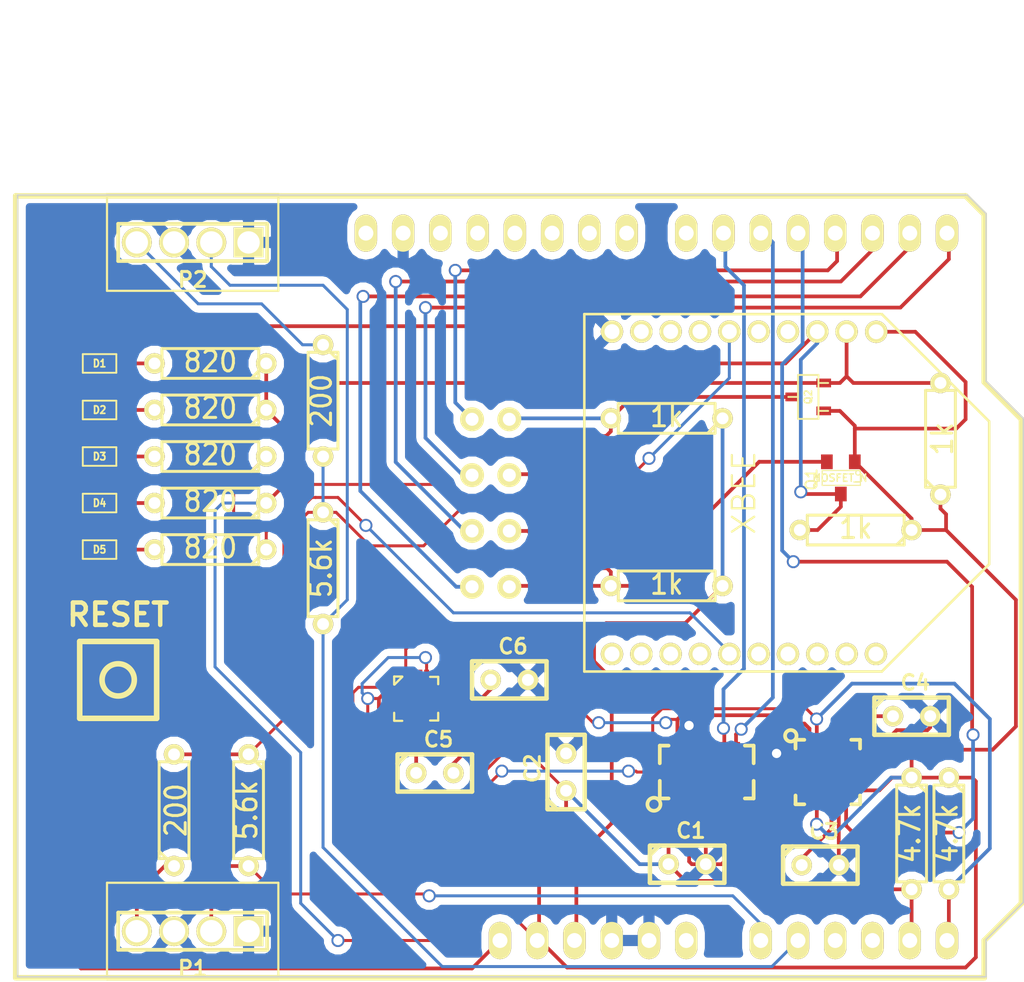
<source format=kicad_pcb>
(kicad_pcb (version 3) (host pcbnew "(2013-07-07 BZR 4022)-stable")

  (general
    (links 99)
    (no_connects 1)
    (area 109.390934 66.2956 178.725501 124.81)
    (thickness 1.6)
    (drawings 11)
    (tracks 417)
    (zones 0)
    (modules 40)
    (nets 34)
  )

  (page A)
  (layers
    (15 F.Cu signal)
    (0 B.Cu power)
    (16 B.Adhes user)
    (17 F.Adhes user)
    (18 B.Paste user)
    (19 F.Paste user)
    (20 B.SilkS user)
    (21 F.SilkS user)
    (22 B.Mask user)
    (23 F.Mask user)
    (24 Dwgs.User user)
    (25 Cmts.User user)
    (26 Eco1.User user)
    (27 Eco2.User user)
    (28 Edge.Cuts user)
  )

  (setup
    (last_trace_width 0.2032)
    (trace_clearance 0.1)
    (zone_clearance 0.508)
    (zone_45_only no)
    (trace_min 0.2032)
    (segment_width 0.2)
    (edge_width 0.1)
    (via_size 0.889)
    (via_drill 0.635)
    (via_min_size 0.889)
    (via_min_drill 0.508)
    (uvia_size 0.508)
    (uvia_drill 0.127)
    (uvias_allowed no)
    (uvia_min_size 0.508)
    (uvia_min_drill 0.127)
    (pcb_text_width 0.3)
    (pcb_text_size 1.5 1.5)
    (mod_edge_width 0.15)
    (mod_text_size 1 1)
    (mod_text_width 0.15)
    (pad_size 1.524 1.524)
    (pad_drill 0.889)
    (pad_to_mask_clearance 0)
    (aux_axis_origin 0 0)
    (visible_elements 7FFFFFFF)
    (pcbplotparams
      (layerselection 289177601)
      (usegerberextensions true)
      (excludeedgelayer true)
      (linewidth 0.150000)
      (plotframeref false)
      (viasonmask false)
      (mode 1)
      (useauxorigin false)
      (hpglpennumber 1)
      (hpglpenspeed 20)
      (hpglpendiameter 15)
      (hpglpenoverlay 2)
      (psnegative false)
      (psa4output false)
      (plotreference true)
      (plotvalue true)
      (plotothertext true)
      (plotinvisibletext false)
      (padsonsilk false)
      (subtractmaskfromsilk false)
      (outputformat 1)
      (mirror false)
      (drillshape 0)
      (scaleselection 1)
      (outputdirectory CAM/))
  )

  (net 0 "")
  (net 1 +3.3V)
  (net 2 +5V)
  (net 3 DIN)
  (net 4 DIO5)
  (net 5 DOUT)
  (net 6 D_RX)
  (net 7 D_TX)
  (net 8 GND)
  (net 9 IN)
  (net 10 INT0)
  (net 11 INT1)
  (net 12 INT2)
  (net 13 N-0000017)
  (net 14 N-0000018)
  (net 15 N-000002)
  (net 16 N-0000021)
  (net 17 N-0000038)
  (net 18 N-0000044)
  (net 19 N-0000063)
  (net 20 N-0000064)
  (net 21 N-0000065)
  (net 22 N-0000066)
  (net 23 N-0000067)
  (net 24 N-0000068)
  (net 25 N-000008)
  (net 26 OUT)
  (net 27 RSSI)
  (net 28 SCL)
  (net 29 SDA)
  (net 30 SPEED_IN)
  (net 31 SPEED_IN2)
  (net 32 UART_RX)
  (net 33 UART_TX)

  (net_class Default "This is the default net class."
    (clearance 0.1)
    (trace_width 0.2032)
    (via_dia 0.889)
    (via_drill 0.635)
    (uvia_dia 0.508)
    (uvia_drill 0.127)
    (add_net "")
    (add_net +3.3V)
    (add_net +5V)
    (add_net DIN)
    (add_net DIO5)
    (add_net DOUT)
    (add_net D_RX)
    (add_net D_TX)
    (add_net GND)
    (add_net IN)
    (add_net INT0)
    (add_net INT1)
    (add_net INT2)
    (add_net N-0000017)
    (add_net N-0000018)
    (add_net N-000002)
    (add_net N-0000021)
    (add_net N-0000038)
    (add_net N-0000044)
    (add_net N-0000063)
    (add_net N-0000064)
    (add_net N-0000065)
    (add_net N-0000066)
    (add_net N-0000067)
    (add_net N-0000068)
    (add_net N-000008)
    (add_net OUT)
    (add_net RSSI)
    (add_net SCL)
    (add_net SDA)
    (add_net SPEED_IN)
    (add_net SPEED_IN2)
    (add_net UART_RX)
    (add_net UART_TX)
  )

  (module C1 (layer F.Cu) (tedit 3F92C496) (tstamp 5831F7BC)
    (at 143.51 104.14)
    (descr "Condensateur e = 1 pas")
    (tags C)
    (path /5831F06E)
    (fp_text reference C6 (at 0.254 -2.286) (layer F.SilkS)
      (effects (font (size 1.016 1.016) (thickness 0.2032)))
    )
    (fp_text value 4.7uF (at 0 -2.286) (layer F.SilkS) hide
      (effects (font (size 1.016 1.016) (thickness 0.2032)))
    )
    (fp_line (start -2.4892 -1.27) (end 2.54 -1.27) (layer F.SilkS) (width 0.3048))
    (fp_line (start 2.54 -1.27) (end 2.54 1.27) (layer F.SilkS) (width 0.3048))
    (fp_line (start 2.54 1.27) (end -2.54 1.27) (layer F.SilkS) (width 0.3048))
    (fp_line (start -2.54 1.27) (end -2.54 -1.27) (layer F.SilkS) (width 0.3048))
    (fp_line (start -2.54 -0.635) (end -1.905 -1.27) (layer F.SilkS) (width 0.3048))
    (pad 1 thru_hole circle (at -1.27 0) (size 1.397 1.397) (drill 0.8128)
      (layers *.Cu *.Mask F.SilkS)
      (net 16 N-0000021)
    )
    (pad 2 thru_hole circle (at 1.27 0) (size 1.397 1.397) (drill 0.8128)
      (layers *.Cu *.Mask F.SilkS)
      (net 8 GND)
    )
    (model discret/capa_1_pas.wrl
      (at (xyz 0 0 0))
      (scale (xyz 1 1 1))
      (rotate (xyz 0 0 0))
    )
  )

  (module C1 (layer F.Cu) (tedit 3F92C496) (tstamp 5831F7B1)
    (at 138.43 110.49)
    (descr "Condensateur e = 1 pas")
    (tags C)
    (path /5831E9D0)
    (fp_text reference C5 (at 0.254 -2.286) (layer F.SilkS)
      (effects (font (size 1.016 1.016) (thickness 0.2032)))
    )
    (fp_text value .22uF (at 0 -2.286) (layer F.SilkS) hide
      (effects (font (size 1.016 1.016) (thickness 0.2032)))
    )
    (fp_line (start -2.4892 -1.27) (end 2.54 -1.27) (layer F.SilkS) (width 0.3048))
    (fp_line (start 2.54 -1.27) (end 2.54 1.27) (layer F.SilkS) (width 0.3048))
    (fp_line (start 2.54 1.27) (end -2.54 1.27) (layer F.SilkS) (width 0.3048))
    (fp_line (start -2.54 1.27) (end -2.54 -1.27) (layer F.SilkS) (width 0.3048))
    (fp_line (start -2.54 -0.635) (end -1.905 -1.27) (layer F.SilkS) (width 0.3048))
    (pad 1 thru_hole circle (at -1.27 0) (size 1.397 1.397) (drill 0.8128)
      (layers *.Cu *.Mask F.SilkS)
      (net 18 N-0000044)
    )
    (pad 2 thru_hole circle (at 1.27 0) (size 1.397 1.397) (drill 0.8128)
      (layers *.Cu *.Mask F.SilkS)
      (net 17 N-0000038)
    )
    (model discret/capa_1_pas.wrl
      (at (xyz 0 0 0))
      (scale (xyz 1 1 1))
      (rotate (xyz 0 0 0))
    )
  )

  (module HMC5883L_bigpads (layer F.Cu) (tedit 4DEE8368) (tstamp 5831F7A6)
    (at 137.16 105.41)
    (path /5831DE3A)
    (fp_text reference U3 (at 0 -2.25044) (layer F.SilkS) hide
      (effects (font (size 0.50038 0.50038) (thickness 0.09906)))
    )
    (fp_text value HMC5883 (at 0 2.47396) (layer F.SilkS) hide
      (effects (font (size 0.50038 0.50038) (thickness 0.09906)))
    )
    (fp_line (start -0.55118 0.50038) (end -0.35052 0.7493) (layer Cmts.User) (width 0.09906))
    (fp_line (start 0.8255 -0.55118) (end 0.55118 -0.22606) (layer Cmts.User) (width 0.09906))
    (fp_line (start 0.52578 -0.55118) (end 0.67564 -0.37592) (layer Cmts.User) (width 0.09906))
    (fp_line (start -0.55118 0.7493) (end -0.32512 0.50038) (layer Cmts.User) (width 0.09906))
    (fp_line (start 0.7493 0) (end 0.62484 0.14986) (layer Cmts.User) (width 0.09906))
    (fp_line (start 0.7493 0) (end 0.62484 -0.14986) (layer Cmts.User) (width 0.09906))
    (fp_circle (center 0 0) (end 0.0762 -0.09906) (layer Cmts.User) (width 0.09906))
    (fp_line (start 0 0.7493) (end -0.17526 0.55118) (layer Cmts.User) (width 0.09906))
    (fp_line (start 0 0.7493) (end 0.14986 0.55118) (layer Cmts.User) (width 0.09906))
    (fp_line (start 0 0) (end 0.7493 0) (layer Cmts.User) (width 0.09906))
    (fp_line (start 0 0) (end 0 0.7239) (layer Cmts.User) (width 0.09906))
    (fp_line (start -1.47574 -0.94996) (end -0.94996 -1.47574) (layer F.SilkS) (width 0.1524))
    (fp_line (start 1.50114 -1.47574) (end 1.50114 -0.97536) (layer F.SilkS) (width 0.1524))
    (fp_line (start 1.50114 1.50114) (end 1.50114 0.97536) (layer F.SilkS) (width 0.1524))
    (fp_line (start -1.50114 -1.50114) (end -1.50114 -0.94996) (layer F.SilkS) (width 0.1524))
    (fp_line (start -1.50114 -1.50114) (end -0.94996 -1.50114) (layer F.SilkS) (width 0.1524))
    (fp_line (start -1.50114 1.524) (end -0.94996 1.524) (layer F.SilkS) (width 0.1524))
    (fp_line (start -1.50114 1.50114) (end -1.50114 0.97536) (layer F.SilkS) (width 0.1524))
    (fp_line (start 1.50114 1.50114) (end 0.94996 1.50114) (layer F.SilkS) (width 0.1524))
    (fp_line (start 1.50114 -1.47574) (end 0.94996 -1.47574) (layer F.SilkS) (width 0.1524))
    (pad 2 smd rect (at -1.4224 -0.254) (size 0.889 0.3302)
      (layers F.Cu F.Paste F.Mask)
      (net 1 +3.3V)
    )
    (pad 1 smd rect (at -1.4224 -0.762) (size 0.889 0.3302)
      (layers F.Cu F.Paste F.Mask)
      (net 28 SCL)
    )
    (pad 3 smd rect (at -1.4224 0.254) (size 0.889 0.3302)
      (layers F.Cu F.Paste F.Mask)
    )
    (pad 4 smd rect (at -1.4224 0.762) (size 0.889 0.3302)
      (layers F.Cu F.Paste F.Mask)
      (net 1 +3.3V)
    )
    (pad 11 smd rect (at 1.4732 -0.254) (size 0.889 0.3302)
      (layers F.Cu F.Paste F.Mask)
      (net 8 GND)
    )
    (pad 12 smd rect (at 1.4732 -0.762) (size 0.889 0.3302)
      (layers F.Cu F.Paste F.Mask)
      (net 17 N-0000038)
    )
    (pad 10 smd rect (at 1.4732 0.254) (size 0.889 0.3302)
      (layers F.Cu F.Paste F.Mask)
      (net 16 N-0000021)
    )
    (pad 9 smd rect (at 1.4732 0.762) (size 0.889 0.3302)
      (layers F.Cu F.Paste F.Mask)
      (net 8 GND)
    )
    (pad 6 smd rect (at -0.254 1.4732 90) (size 0.889 0.3302)
      (layers F.Cu F.Paste F.Mask)
    )
    (pad 7 smd rect (at 0.254 1.4732 90) (size 0.889 0.3302)
      (layers F.Cu F.Paste F.Mask)
    )
    (pad 8 smd rect (at 0.7112 1.4732 90) (size 0.889 0.3302)
      (layers F.Cu F.Paste F.Mask)
      (net 18 N-0000044)
    )
    (pad 5 smd rect (at -0.7112 1.4732 90) (size 0.889 0.3302)
      (layers F.Cu F.Paste F.Mask)
    )
    (pad 13 smd rect (at 0.7112 -1.524 90) (size 0.889 0.3302)
      (layers F.Cu F.Paste F.Mask)
      (net 1 +3.3V)
    )
    (pad 14 smd rect (at 0.254 -1.524 90) (size 0.889 0.3302)
      (layers F.Cu F.Paste F.Mask)
    )
    (pad 15 smd rect (at -0.254 -1.524 90) (size 0.889 0.3302)
      (layers F.Cu F.Paste F.Mask)
    )
    (pad 16 smd rect (at -0.7112 -1.524 90) (size 0.889 0.3302)
      (layers F.Cu F.Paste F.Mask)
      (net 29 SDA)
    )
  )

  (module TERM_STRIP_4x1 (layer F.Cu) (tedit 580050EB) (tstamp 541FAD48)
    (at 121.92 74.295 180)
    (descr "Double rangee de contacts 2 x 5 pins")
    (tags CONN)
    (path /541E30DB)
    (fp_text reference P2 (at 0 -2.54 180) (layer F.SilkS)
      (effects (font (size 1.016 1.016) (thickness 0.2032)))
    )
    (fp_text value CONN_4 (at 0 2.54 180) (layer F.SilkS) hide
      (effects (font (size 1.016 1.016) (thickness 0.2032)))
    )
    (fp_line (start -5.842 3.302) (end 5.842 3.302) (layer F.SilkS) (width 0.15))
    (fp_line (start 5.842 3.302) (end 5.842 -3.302) (layer F.SilkS) (width 0.15))
    (fp_line (start 5.842 -3.302) (end -5.842 -3.302) (layer F.SilkS) (width 0.15))
    (fp_line (start -5.842 -3.302) (end -5.842 3.302) (layer F.SilkS) (width 0.15))
    (fp_line (start 5.08 1.27) (end -5.08 1.27) (layer F.SilkS) (width 0.254))
    (fp_line (start 5.08 -1.27) (end -5.08 -1.27) (layer F.SilkS) (width 0.254))
    (fp_line (start -5.08 -1.27) (end -5.08 1.27) (layer F.SilkS) (width 0.254))
    (fp_line (start 5.08 1.27) (end 5.08 -1.27) (layer F.SilkS) (width 0.254))
    (pad 1 thru_hole rect (at -3.81 0 180) (size 2.032 2.032) (drill 1.524)
      (layers *.Cu *.Mask F.SilkS)
      (net 8 GND)
    )
    (pad 2 thru_hole circle (at -1.27 0 180) (size 2.032 2.032) (drill 1.524)
      (layers *.Cu *.Mask F.SilkS)
      (net 31 SPEED_IN2)
    )
    (pad 3 thru_hole circle (at 1.27 0 180) (size 2.032 2.032) (drill 1.524)
      (layers *.Cu *.Mask F.SilkS)
      (net 8 GND)
    )
    (pad 4 thru_hole circle (at 3.81 0 180) (size 2.032 2.032) (drill 1.524)
      (layers *.Cu *.Mask F.SilkS)
      (net 25 N-000008)
    )
    (model pin_array\pins_array_4x1.wrl
      (at (xyz 0 0 0))
      (scale (xyz 1 1 1))
      (rotate (xyz 0 0 0))
    )
  )

  (module TERM_STRIP_4x1 (layer F.Cu) (tedit 580050EB) (tstamp 541FAD54)
    (at 121.92 121.285 180)
    (descr "Double rangee de contacts 2 x 5 pins")
    (tags CONN)
    (path /54149342)
    (fp_text reference P1 (at 0 -2.54 180) (layer F.SilkS)
      (effects (font (size 1.016 1.016) (thickness 0.2032)))
    )
    (fp_text value CONN_4 (at 0 2.54 180) (layer F.SilkS) hide
      (effects (font (size 1.016 1.016) (thickness 0.2032)))
    )
    (fp_line (start -5.842 3.302) (end 5.842 3.302) (layer F.SilkS) (width 0.15))
    (fp_line (start 5.842 3.302) (end 5.842 -3.302) (layer F.SilkS) (width 0.15))
    (fp_line (start 5.842 -3.302) (end -5.842 -3.302) (layer F.SilkS) (width 0.15))
    (fp_line (start -5.842 -3.302) (end -5.842 3.302) (layer F.SilkS) (width 0.15))
    (fp_line (start 5.08 1.27) (end -5.08 1.27) (layer F.SilkS) (width 0.254))
    (fp_line (start 5.08 -1.27) (end -5.08 -1.27) (layer F.SilkS) (width 0.254))
    (fp_line (start -5.08 -1.27) (end -5.08 1.27) (layer F.SilkS) (width 0.254))
    (fp_line (start 5.08 1.27) (end 5.08 -1.27) (layer F.SilkS) (width 0.254))
    (pad 1 thru_hole rect (at -3.81 0 180) (size 2.032 2.032) (drill 1.524)
      (layers *.Cu *.Mask F.SilkS)
      (net 8 GND)
    )
    (pad 2 thru_hole circle (at -1.27 0 180) (size 2.032 2.032) (drill 1.524)
      (layers *.Cu *.Mask F.SilkS)
      (net 30 SPEED_IN)
    )
    (pad 3 thru_hole circle (at 1.27 0 180) (size 2.032 2.032) (drill 1.524)
      (layers *.Cu *.Mask F.SilkS)
      (net 8 GND)
    )
    (pad 4 thru_hole circle (at 3.81 0 180) (size 2.032 2.032) (drill 1.524)
      (layers *.Cu *.Mask F.SilkS)
      (net 15 N-000002)
    )
    (model pin_array\pins_array_4x1.wrl
      (at (xyz 0 0 0))
      (scale (xyz 1 1 1))
      (rotate (xyz 0 0 0))
    )
  )

  (module sot23 (layer F.Cu) (tedit 50BDE8CE) (tstamp 541FAC4F)
    (at 163.8935 84.836 90)
    (descr SOT23)
    (path /5422251A)
    (attr smd)
    (fp_text reference Q2 (at 0 0 90) (layer F.SilkS)
      (effects (font (size 0.50038 0.50038) (thickness 0.09906)))
    )
    (fp_text value MOSFET_N (at 0 0.09906 90) (layer F.SilkS) hide
      (effects (font (size 0.50038 0.50038) (thickness 0.09906)))
    )
    (fp_line (start 0.9525 0.6985) (end 0.9525 1.3589) (layer F.SilkS) (width 0.127))
    (fp_line (start -0.9525 0.6985) (end -0.9525 1.3589) (layer F.SilkS) (width 0.127))
    (fp_line (start 0 -0.6985) (end 0 -1.3589) (layer F.SilkS) (width 0.127))
    (fp_line (start -1.4986 -0.6985) (end 1.4986 -0.6985) (layer F.SilkS) (width 0.127))
    (fp_line (start 1.4986 -0.6985) (end 1.4986 0.6985) (layer F.SilkS) (width 0.127))
    (fp_line (start 1.4986 0.6985) (end -1.4986 0.6985) (layer F.SilkS) (width 0.127))
    (fp_line (start -1.4986 0.6985) (end -1.4986 -0.6985) (layer F.SilkS) (width 0.127))
    (pad 1 smd rect (at -0.9525 1.05664 90) (size 0.59944 1.00076)
      (layers F.Cu F.Paste F.Mask)
      (net 1 +3.3V)
    )
    (pad 2 smd rect (at 0 -1.05664 90) (size 0.59944 1.00076)
      (layers F.Cu F.Paste F.Mask)
      (net 26 OUT)
    )
    (pad 3 smd rect (at 0.9525 1.05664 90) (size 0.59944 1.00076)
      (layers F.Cu F.Paste F.Mask)
      (net 5 DOUT)
    )
    (model smd/smd_transistors/sot23.wrl
      (at (xyz 0 0 0))
      (scale (xyz 1 1 1))
      (rotate (xyz 0 0 0))
    )
  )

  (module R3 (layer F.Cu) (tedit 4E4C0E65) (tstamp 541FAC78)
    (at 123.1265 92.075 180)
    (descr "Resitance 3 pas")
    (tags R)
    (path /540239B3)
    (autoplace_cost180 10)
    (fp_text reference R6 (at 0 0.127 180) (layer F.SilkS) hide
      (effects (font (size 1.397 1.27) (thickness 0.2032)))
    )
    (fp_text value 820 (at 0 0.127 180) (layer F.SilkS)
      (effects (font (size 1.397 1.27) (thickness 0.2032)))
    )
    (fp_line (start -3.81 0) (end -3.302 0) (layer F.SilkS) (width 0.2032))
    (fp_line (start 3.81 0) (end 3.302 0) (layer F.SilkS) (width 0.2032))
    (fp_line (start 3.302 0) (end 3.302 -1.016) (layer F.SilkS) (width 0.2032))
    (fp_line (start 3.302 -1.016) (end -3.302 -1.016) (layer F.SilkS) (width 0.2032))
    (fp_line (start -3.302 -1.016) (end -3.302 1.016) (layer F.SilkS) (width 0.2032))
    (fp_line (start -3.302 1.016) (end 3.302 1.016) (layer F.SilkS) (width 0.2032))
    (fp_line (start 3.302 1.016) (end 3.302 0) (layer F.SilkS) (width 0.2032))
    (fp_line (start -3.302 -0.508) (end -2.794 -1.016) (layer F.SilkS) (width 0.2032))
    (pad 1 thru_hole circle (at -3.81 0 180) (size 1.397 1.397) (drill 0.8128)
      (layers *.Cu *.Mask F.SilkS)
      (net 1 +3.3V)
    )
    (pad 2 thru_hole circle (at 3.81 0 180) (size 1.397 1.397) (drill 0.8128)
      (layers *.Cu *.Mask F.SilkS)
      (net 21 N-0000065)
    )
    (model discret/resistor.wrl
      (at (xyz 0 0 0))
      (scale (xyz 0.3 0.3 0.3))
      (rotate (xyz 0 0 0))
    )
  )

  (module R3 (layer F.Cu) (tedit 4E4C0E65) (tstamp 541FAC86)
    (at 130.81 96.52 270)
    (descr "Resitance 3 pas")
    (tags R)
    (path /541E30FB)
    (autoplace_cost180 10)
    (fp_text reference R15 (at 0 0.127 270) (layer F.SilkS) hide
      (effects (font (size 1.397 1.27) (thickness 0.2032)))
    )
    (fp_text value 5.6k (at 0 0.127 270) (layer F.SilkS)
      (effects (font (size 1.397 1.27) (thickness 0.2032)))
    )
    (fp_line (start -3.81 0) (end -3.302 0) (layer F.SilkS) (width 0.2032))
    (fp_line (start 3.81 0) (end 3.302 0) (layer F.SilkS) (width 0.2032))
    (fp_line (start 3.302 0) (end 3.302 -1.016) (layer F.SilkS) (width 0.2032))
    (fp_line (start 3.302 -1.016) (end -3.302 -1.016) (layer F.SilkS) (width 0.2032))
    (fp_line (start -3.302 -1.016) (end -3.302 1.016) (layer F.SilkS) (width 0.2032))
    (fp_line (start -3.302 1.016) (end 3.302 1.016) (layer F.SilkS) (width 0.2032))
    (fp_line (start 3.302 1.016) (end 3.302 0) (layer F.SilkS) (width 0.2032))
    (fp_line (start -3.302 -0.508) (end -2.794 -1.016) (layer F.SilkS) (width 0.2032))
    (pad 1 thru_hole circle (at -3.81 0 270) (size 1.397 1.397) (drill 0.8128)
      (layers *.Cu *.Mask F.SilkS)
      (net 2 +5V)
    )
    (pad 2 thru_hole circle (at 3.81 0 270) (size 1.397 1.397) (drill 0.8128)
      (layers *.Cu *.Mask F.SilkS)
      (net 31 SPEED_IN2)
    )
    (model discret/resistor.wrl
      (at (xyz 0 0 0))
      (scale (xyz 0.3 0.3 0.3))
      (rotate (xyz 0 0 0))
    )
  )

  (module R3 (layer F.Cu) (tedit 4E4C0E65) (tstamp 541FAC94)
    (at 130.81 85.09 270)
    (descr "Resitance 3 pas")
    (tags R)
    (path /541E30F5)
    (autoplace_cost180 10)
    (fp_text reference R14 (at 0 0.127 270) (layer F.SilkS) hide
      (effects (font (size 1.397 1.27) (thickness 0.2032)))
    )
    (fp_text value 200 (at 0 0.127 270) (layer F.SilkS)
      (effects (font (size 1.397 1.27) (thickness 0.2032)))
    )
    (fp_line (start -3.81 0) (end -3.302 0) (layer F.SilkS) (width 0.2032))
    (fp_line (start 3.81 0) (end 3.302 0) (layer F.SilkS) (width 0.2032))
    (fp_line (start 3.302 0) (end 3.302 -1.016) (layer F.SilkS) (width 0.2032))
    (fp_line (start 3.302 -1.016) (end -3.302 -1.016) (layer F.SilkS) (width 0.2032))
    (fp_line (start -3.302 -1.016) (end -3.302 1.016) (layer F.SilkS) (width 0.2032))
    (fp_line (start -3.302 1.016) (end 3.302 1.016) (layer F.SilkS) (width 0.2032))
    (fp_line (start 3.302 1.016) (end 3.302 0) (layer F.SilkS) (width 0.2032))
    (fp_line (start -3.302 -0.508) (end -2.794 -1.016) (layer F.SilkS) (width 0.2032))
    (pad 1 thru_hole circle (at -3.81 0 270) (size 1.397 1.397) (drill 0.8128)
      (layers *.Cu *.Mask F.SilkS)
      (net 25 N-000008)
    )
    (pad 2 thru_hole circle (at 3.81 0 270) (size 1.397 1.397) (drill 0.8128)
      (layers *.Cu *.Mask F.SilkS)
      (net 2 +5V)
    )
    (model discret/resistor.wrl
      (at (xyz 0 0 0))
      (scale (xyz 0.3 0.3 0.3))
      (rotate (xyz 0 0 0))
    )
  )

  (module R3 (layer F.Cu) (tedit 4E4C0E65) (tstamp 541FACA2)
    (at 120.65 113.03 90)
    (descr "Resitance 3 pas")
    (tags R)
    (path /5418E1E6)
    (autoplace_cost180 10)
    (fp_text reference R12 (at 0 0.127 90) (layer F.SilkS) hide
      (effects (font (size 1.397 1.27) (thickness 0.2032)))
    )
    (fp_text value 200 (at 0 0.127 90) (layer F.SilkS)
      (effects (font (size 1.397 1.27) (thickness 0.2032)))
    )
    (fp_line (start -3.81 0) (end -3.302 0) (layer F.SilkS) (width 0.2032))
    (fp_line (start 3.81 0) (end 3.302 0) (layer F.SilkS) (width 0.2032))
    (fp_line (start 3.302 0) (end 3.302 -1.016) (layer F.SilkS) (width 0.2032))
    (fp_line (start 3.302 -1.016) (end -3.302 -1.016) (layer F.SilkS) (width 0.2032))
    (fp_line (start -3.302 -1.016) (end -3.302 1.016) (layer F.SilkS) (width 0.2032))
    (fp_line (start -3.302 1.016) (end 3.302 1.016) (layer F.SilkS) (width 0.2032))
    (fp_line (start 3.302 1.016) (end 3.302 0) (layer F.SilkS) (width 0.2032))
    (fp_line (start -3.302 -0.508) (end -2.794 -1.016) (layer F.SilkS) (width 0.2032))
    (pad 1 thru_hole circle (at -3.81 0 90) (size 1.397 1.397) (drill 0.8128)
      (layers *.Cu *.Mask F.SilkS)
      (net 15 N-000002)
    )
    (pad 2 thru_hole circle (at 3.81 0 90) (size 1.397 1.397) (drill 0.8128)
      (layers *.Cu *.Mask F.SilkS)
      (net 2 +5V)
    )
    (model discret/resistor.wrl
      (at (xyz 0 0 0))
      (scale (xyz 0.3 0.3 0.3))
      (rotate (xyz 0 0 0))
    )
  )

  (module R3 (layer F.Cu) (tedit 4E4C0E65) (tstamp 5800436C)
    (at 125.73 113.03 270)
    (descr "Resitance 3 pas")
    (tags R)
    (path /5418E1DF)
    (autoplace_cost180 10)
    (fp_text reference R13 (at 0 0.127 270) (layer F.SilkS) hide
      (effects (font (size 1.397 1.27) (thickness 0.2032)))
    )
    (fp_text value 5.6k (at 0 0.127 270) (layer F.SilkS)
      (effects (font (size 1.397 1.27) (thickness 0.2032)))
    )
    (fp_line (start -3.81 0) (end -3.302 0) (layer F.SilkS) (width 0.2032))
    (fp_line (start 3.81 0) (end 3.302 0) (layer F.SilkS) (width 0.2032))
    (fp_line (start 3.302 0) (end 3.302 -1.016) (layer F.SilkS) (width 0.2032))
    (fp_line (start 3.302 -1.016) (end -3.302 -1.016) (layer F.SilkS) (width 0.2032))
    (fp_line (start -3.302 -1.016) (end -3.302 1.016) (layer F.SilkS) (width 0.2032))
    (fp_line (start -3.302 1.016) (end 3.302 1.016) (layer F.SilkS) (width 0.2032))
    (fp_line (start 3.302 1.016) (end 3.302 0) (layer F.SilkS) (width 0.2032))
    (fp_line (start -3.302 -0.508) (end -2.794 -1.016) (layer F.SilkS) (width 0.2032))
    (pad 1 thru_hole circle (at -3.81 0 270) (size 1.397 1.397) (drill 0.8128)
      (layers *.Cu *.Mask F.SilkS)
      (net 2 +5V)
    )
    (pad 2 thru_hole circle (at 3.81 0 270) (size 1.397 1.397) (drill 0.8128)
      (layers *.Cu *.Mask F.SilkS)
      (net 30 SPEED_IN)
    )
    (model discret/resistor.wrl
      (at (xyz 0 0 0))
      (scale (xyz 0.3 0.3 0.3))
      (rotate (xyz 0 0 0))
    )
  )

  (module R3 (layer F.Cu) (tedit 4E4C0E65) (tstamp 541FACBE)
    (at 154.2415 86.2965 180)
    (descr "Resitance 3 pas")
    (tags R)
    (path /54147718)
    (autoplace_cost180 10)
    (fp_text reference R11 (at 0 0.127 180) (layer F.SilkS) hide
      (effects (font (size 1.397 1.27) (thickness 0.2032)))
    )
    (fp_text value 1k (at 0 0.127 180) (layer F.SilkS)
      (effects (font (size 1.397 1.27) (thickness 0.2032)))
    )
    (fp_line (start -3.81 0) (end -3.302 0) (layer F.SilkS) (width 0.2032))
    (fp_line (start 3.81 0) (end 3.302 0) (layer F.SilkS) (width 0.2032))
    (fp_line (start 3.302 0) (end 3.302 -1.016) (layer F.SilkS) (width 0.2032))
    (fp_line (start 3.302 -1.016) (end -3.302 -1.016) (layer F.SilkS) (width 0.2032))
    (fp_line (start -3.302 -1.016) (end -3.302 1.016) (layer F.SilkS) (width 0.2032))
    (fp_line (start -3.302 1.016) (end 3.302 1.016) (layer F.SilkS) (width 0.2032))
    (fp_line (start 3.302 1.016) (end 3.302 0) (layer F.SilkS) (width 0.2032))
    (fp_line (start -3.302 -0.508) (end -2.794 -1.016) (layer F.SilkS) (width 0.2032))
    (pad 1 thru_hole circle (at -3.81 0 180) (size 1.397 1.397) (drill 0.8128)
      (layers *.Cu *.Mask F.SilkS)
      (net 2 +5V)
    )
    (pad 2 thru_hole circle (at 3.81 0 180) (size 1.397 1.397) (drill 0.8128)
      (layers *.Cu *.Mask F.SilkS)
      (net 26 OUT)
    )
    (model discret/resistor.wrl
      (at (xyz 0 0 0))
      (scale (xyz 0.3 0.3 0.3))
      (rotate (xyz 0 0 0))
    )
  )

  (module R3 (layer F.Cu) (tedit 4E4C0E65) (tstamp 541FACCC)
    (at 172.9105 87.6935 90)
    (descr "Resitance 3 pas")
    (tags R)
    (path /54147712)
    (autoplace_cost180 10)
    (fp_text reference R10 (at 0 0.127 90) (layer F.SilkS) hide
      (effects (font (size 1.397 1.27) (thickness 0.2032)))
    )
    (fp_text value 1k (at 0 0.127 90) (layer F.SilkS)
      (effects (font (size 1.397 1.27) (thickness 0.2032)))
    )
    (fp_line (start -3.81 0) (end -3.302 0) (layer F.SilkS) (width 0.2032))
    (fp_line (start 3.81 0) (end 3.302 0) (layer F.SilkS) (width 0.2032))
    (fp_line (start 3.302 0) (end 3.302 -1.016) (layer F.SilkS) (width 0.2032))
    (fp_line (start 3.302 -1.016) (end -3.302 -1.016) (layer F.SilkS) (width 0.2032))
    (fp_line (start -3.302 -1.016) (end -3.302 1.016) (layer F.SilkS) (width 0.2032))
    (fp_line (start -3.302 1.016) (end 3.302 1.016) (layer F.SilkS) (width 0.2032))
    (fp_line (start 3.302 1.016) (end 3.302 0) (layer F.SilkS) (width 0.2032))
    (fp_line (start -3.302 -0.508) (end -2.794 -1.016) (layer F.SilkS) (width 0.2032))
    (pad 1 thru_hole circle (at -3.81 0 90) (size 1.397 1.397) (drill 0.8128)
      (layers *.Cu *.Mask F.SilkS)
      (net 1 +3.3V)
    )
    (pad 2 thru_hole circle (at 3.81 0 90) (size 1.397 1.397) (drill 0.8128)
      (layers *.Cu *.Mask F.SilkS)
      (net 5 DOUT)
    )
    (model discret/resistor.wrl
      (at (xyz 0 0 0))
      (scale (xyz 0.3 0.3 0.3))
      (rotate (xyz 0 0 0))
    )
  )

  (module R3 (layer F.Cu) (tedit 4E4C0E65) (tstamp 541FACDA)
    (at 154.2415 97.7265 180)
    (descr "Resitance 3 pas")
    (tags R)
    (path /5414770A)
    (autoplace_cost180 10)
    (fp_text reference R9 (at 0 0.127 180) (layer F.SilkS) hide
      (effects (font (size 1.397 1.27) (thickness 0.2032)))
    )
    (fp_text value 1k (at 0 0.127 180) (layer F.SilkS)
      (effects (font (size 1.397 1.27) (thickness 0.2032)))
    )
    (fp_line (start -3.81 0) (end -3.302 0) (layer F.SilkS) (width 0.2032))
    (fp_line (start 3.81 0) (end 3.302 0) (layer F.SilkS) (width 0.2032))
    (fp_line (start 3.302 0) (end 3.302 -1.016) (layer F.SilkS) (width 0.2032))
    (fp_line (start 3.302 -1.016) (end -3.302 -1.016) (layer F.SilkS) (width 0.2032))
    (fp_line (start -3.302 -1.016) (end -3.302 1.016) (layer F.SilkS) (width 0.2032))
    (fp_line (start -3.302 1.016) (end 3.302 1.016) (layer F.SilkS) (width 0.2032))
    (fp_line (start 3.302 1.016) (end 3.302 0) (layer F.SilkS) (width 0.2032))
    (fp_line (start -3.302 -0.508) (end -2.794 -1.016) (layer F.SilkS) (width 0.2032))
    (pad 1 thru_hole circle (at -3.81 0 180) (size 1.397 1.397) (drill 0.8128)
      (layers *.Cu *.Mask F.SilkS)
      (net 2 +5V)
    )
    (pad 2 thru_hole circle (at 3.81 0 180) (size 1.397 1.397) (drill 0.8128)
      (layers *.Cu *.Mask F.SilkS)
      (net 9 IN)
    )
    (model discret/resistor.wrl
      (at (xyz 0 0 0))
      (scale (xyz 0.3 0.3 0.3))
      (rotate (xyz 0 0 0))
    )
  )

  (module R3 (layer F.Cu) (tedit 4E4C0E65) (tstamp 541FACE8)
    (at 167.132 93.9165 180)
    (descr "Resitance 3 pas")
    (tags R)
    (path /54147703)
    (autoplace_cost180 10)
    (fp_text reference R8 (at 0 0.127 180) (layer F.SilkS) hide
      (effects (font (size 1.397 1.27) (thickness 0.2032)))
    )
    (fp_text value 1k (at 0 0.127 180) (layer F.SilkS)
      (effects (font (size 1.397 1.27) (thickness 0.2032)))
    )
    (fp_line (start -3.81 0) (end -3.302 0) (layer F.SilkS) (width 0.2032))
    (fp_line (start 3.81 0) (end 3.302 0) (layer F.SilkS) (width 0.2032))
    (fp_line (start 3.302 0) (end 3.302 -1.016) (layer F.SilkS) (width 0.2032))
    (fp_line (start 3.302 -1.016) (end -3.302 -1.016) (layer F.SilkS) (width 0.2032))
    (fp_line (start -3.302 -1.016) (end -3.302 1.016) (layer F.SilkS) (width 0.2032))
    (fp_line (start -3.302 1.016) (end 3.302 1.016) (layer F.SilkS) (width 0.2032))
    (fp_line (start 3.302 1.016) (end 3.302 0) (layer F.SilkS) (width 0.2032))
    (fp_line (start -3.302 -0.508) (end -2.794 -1.016) (layer F.SilkS) (width 0.2032))
    (pad 1 thru_hole circle (at -3.81 0 180) (size 1.397 1.397) (drill 0.8128)
      (layers *.Cu *.Mask F.SilkS)
      (net 1 +3.3V)
    )
    (pad 2 thru_hole circle (at 3.81 0 180) (size 1.397 1.397) (drill 0.8128)
      (layers *.Cu *.Mask F.SilkS)
      (net 3 DIN)
    )
    (model discret/resistor.wrl
      (at (xyz 0 0 0))
      (scale (xyz 0.3 0.3 0.3))
      (rotate (xyz 0 0 0))
    )
  )

  (module R3 (layer F.Cu) (tedit 4E4C0E65) (tstamp 541FACF6)
    (at 123.1265 95.25 180)
    (descr "Resitance 3 pas")
    (tags R)
    (path /540239BA)
    (autoplace_cost180 10)
    (fp_text reference R7 (at 0 0.127 180) (layer F.SilkS) hide
      (effects (font (size 1.397 1.27) (thickness 0.2032)))
    )
    (fp_text value 820 (at 0 0.127 180) (layer F.SilkS)
      (effects (font (size 1.397 1.27) (thickness 0.2032)))
    )
    (fp_line (start -3.81 0) (end -3.302 0) (layer F.SilkS) (width 0.2032))
    (fp_line (start 3.81 0) (end 3.302 0) (layer F.SilkS) (width 0.2032))
    (fp_line (start 3.302 0) (end 3.302 -1.016) (layer F.SilkS) (width 0.2032))
    (fp_line (start 3.302 -1.016) (end -3.302 -1.016) (layer F.SilkS) (width 0.2032))
    (fp_line (start -3.302 -1.016) (end -3.302 1.016) (layer F.SilkS) (width 0.2032))
    (fp_line (start -3.302 1.016) (end 3.302 1.016) (layer F.SilkS) (width 0.2032))
    (fp_line (start 3.302 1.016) (end 3.302 0) (layer F.SilkS) (width 0.2032))
    (fp_line (start -3.302 -0.508) (end -2.794 -1.016) (layer F.SilkS) (width 0.2032))
    (pad 1 thru_hole circle (at -3.81 0 180) (size 1.397 1.397) (drill 0.8128)
      (layers *.Cu *.Mask F.SilkS)
      (net 27 RSSI)
    )
    (pad 2 thru_hole circle (at 3.81 0 180) (size 1.397 1.397) (drill 0.8128)
      (layers *.Cu *.Mask F.SilkS)
      (net 20 N-0000064)
    )
    (model discret/resistor.wrl
      (at (xyz 0 0 0))
      (scale (xyz 0.3 0.3 0.3))
      (rotate (xyz 0 0 0))
    )
  )

  (module R3 (layer F.Cu) (tedit 4E4C0E65) (tstamp 541FAD04)
    (at 123.1265 88.9 180)
    (descr "Resitance 3 pas")
    (tags R)
    (path /540239A6)
    (autoplace_cost180 10)
    (fp_text reference R5 (at 0 0.127 180) (layer F.SilkS) hide
      (effects (font (size 1.397 1.27) (thickness 0.2032)))
    )
    (fp_text value 820 (at 0 0.127 180) (layer F.SilkS)
      (effects (font (size 1.397 1.27) (thickness 0.2032)))
    )
    (fp_line (start -3.81 0) (end -3.302 0) (layer F.SilkS) (width 0.2032))
    (fp_line (start 3.81 0) (end 3.302 0) (layer F.SilkS) (width 0.2032))
    (fp_line (start 3.302 0) (end 3.302 -1.016) (layer F.SilkS) (width 0.2032))
    (fp_line (start 3.302 -1.016) (end -3.302 -1.016) (layer F.SilkS) (width 0.2032))
    (fp_line (start -3.302 -1.016) (end -3.302 1.016) (layer F.SilkS) (width 0.2032))
    (fp_line (start -3.302 1.016) (end 3.302 1.016) (layer F.SilkS) (width 0.2032))
    (fp_line (start 3.302 1.016) (end 3.302 0) (layer F.SilkS) (width 0.2032))
    (fp_line (start -3.302 -0.508) (end -2.794 -1.016) (layer F.SilkS) (width 0.2032))
    (pad 1 thru_hole circle (at -3.81 0 180) (size 1.397 1.397) (drill 0.8128)
      (layers *.Cu *.Mask F.SilkS)
      (net 4 DIO5)
    )
    (pad 2 thru_hole circle (at 3.81 0 180) (size 1.397 1.397) (drill 0.8128)
      (layers *.Cu *.Mask F.SilkS)
      (net 22 N-0000066)
    )
    (model discret/resistor.wrl
      (at (xyz 0 0 0))
      (scale (xyz 0.3 0.3 0.3))
      (rotate (xyz 0 0 0))
    )
  )

  (module R3 (layer F.Cu) (tedit 4E4C0E65) (tstamp 541FAD12)
    (at 123.1265 85.725 180)
    (descr "Resitance 3 pas")
    (tags R)
    (path /5402399F)
    (autoplace_cost180 10)
    (fp_text reference R4 (at 0 0.127 180) (layer F.SilkS) hide
      (effects (font (size 1.397 1.27) (thickness 0.2032)))
    )
    (fp_text value 820 (at 0 0.127 180) (layer F.SilkS)
      (effects (font (size 1.397 1.27) (thickness 0.2032)))
    )
    (fp_line (start -3.81 0) (end -3.302 0) (layer F.SilkS) (width 0.2032))
    (fp_line (start 3.81 0) (end 3.302 0) (layer F.SilkS) (width 0.2032))
    (fp_line (start 3.302 0) (end 3.302 -1.016) (layer F.SilkS) (width 0.2032))
    (fp_line (start 3.302 -1.016) (end -3.302 -1.016) (layer F.SilkS) (width 0.2032))
    (fp_line (start -3.302 -1.016) (end -3.302 1.016) (layer F.SilkS) (width 0.2032))
    (fp_line (start -3.302 1.016) (end 3.302 1.016) (layer F.SilkS) (width 0.2032))
    (fp_line (start 3.302 1.016) (end 3.302 0) (layer F.SilkS) (width 0.2032))
    (fp_line (start -3.302 -0.508) (end -2.794 -1.016) (layer F.SilkS) (width 0.2032))
    (pad 1 thru_hole circle (at -3.81 0 180) (size 1.397 1.397) (drill 0.8128)
      (layers *.Cu *.Mask F.SilkS)
      (net 1 +3.3V)
    )
    (pad 2 thru_hole circle (at 3.81 0 180) (size 1.397 1.397) (drill 0.8128)
      (layers *.Cu *.Mask F.SilkS)
      (net 23 N-0000067)
    )
    (model discret/resistor.wrl
      (at (xyz 0 0 0))
      (scale (xyz 0.3 0.3 0.3))
      (rotate (xyz 0 0 0))
    )
  )

  (module R3 (layer F.Cu) (tedit 4E4C0E65) (tstamp 541FAD20)
    (at 123.1265 82.55 180)
    (descr "Resitance 3 pas")
    (tags R)
    (path /5402396D)
    (autoplace_cost180 10)
    (fp_text reference R3 (at 0 0.127 180) (layer F.SilkS) hide
      (effects (font (size 1.397 1.27) (thickness 0.2032)))
    )
    (fp_text value 820 (at 0 0.127 180) (layer F.SilkS)
      (effects (font (size 1.397 1.27) (thickness 0.2032)))
    )
    (fp_line (start -3.81 0) (end -3.302 0) (layer F.SilkS) (width 0.2032))
    (fp_line (start 3.81 0) (end 3.302 0) (layer F.SilkS) (width 0.2032))
    (fp_line (start 3.302 0) (end 3.302 -1.016) (layer F.SilkS) (width 0.2032))
    (fp_line (start 3.302 -1.016) (end -3.302 -1.016) (layer F.SilkS) (width 0.2032))
    (fp_line (start -3.302 -1.016) (end -3.302 1.016) (layer F.SilkS) (width 0.2032))
    (fp_line (start -3.302 1.016) (end 3.302 1.016) (layer F.SilkS) (width 0.2032))
    (fp_line (start 3.302 1.016) (end 3.302 0) (layer F.SilkS) (width 0.2032))
    (fp_line (start -3.302 -0.508) (end -2.794 -1.016) (layer F.SilkS) (width 0.2032))
    (pad 1 thru_hole circle (at -3.81 0 180) (size 1.397 1.397) (drill 0.8128)
      (layers *.Cu *.Mask F.SilkS)
      (net 1 +3.3V)
    )
    (pad 2 thru_hole circle (at 3.81 0 180) (size 1.397 1.397) (drill 0.8128)
      (layers *.Cu *.Mask F.SilkS)
      (net 24 N-0000068)
    )
    (model discret/resistor.wrl
      (at (xyz 0 0 0))
      (scale (xyz 0.3 0.3 0.3))
      (rotate (xyz 0 0 0))
    )
  )

  (module R3 (layer F.Cu) (tedit 4E4C0E65) (tstamp 541FAD2E)
    (at 170.942 114.6175 270)
    (descr "Resitance 3 pas")
    (tags R)
    (path /537FC22A)
    (autoplace_cost180 10)
    (fp_text reference R1 (at 0 0.127 270) (layer F.SilkS) hide
      (effects (font (size 1.397 1.27) (thickness 0.2032)))
    )
    (fp_text value 4.7k (at 0 0.127 270) (layer F.SilkS)
      (effects (font (size 1.397 1.27) (thickness 0.2032)))
    )
    (fp_line (start -3.81 0) (end -3.302 0) (layer F.SilkS) (width 0.2032))
    (fp_line (start 3.81 0) (end 3.302 0) (layer F.SilkS) (width 0.2032))
    (fp_line (start 3.302 0) (end 3.302 -1.016) (layer F.SilkS) (width 0.2032))
    (fp_line (start 3.302 -1.016) (end -3.302 -1.016) (layer F.SilkS) (width 0.2032))
    (fp_line (start -3.302 -1.016) (end -3.302 1.016) (layer F.SilkS) (width 0.2032))
    (fp_line (start -3.302 1.016) (end 3.302 1.016) (layer F.SilkS) (width 0.2032))
    (fp_line (start 3.302 1.016) (end 3.302 0) (layer F.SilkS) (width 0.2032))
    (fp_line (start -3.302 -0.508) (end -2.794 -1.016) (layer F.SilkS) (width 0.2032))
    (pad 1 thru_hole circle (at -3.81 0 270) (size 1.397 1.397) (drill 0.8128)
      (layers *.Cu *.Mask F.SilkS)
      (net 1 +3.3V)
    )
    (pad 2 thru_hole circle (at 3.81 0 270) (size 1.397 1.397) (drill 0.8128)
      (layers *.Cu *.Mask F.SilkS)
      (net 29 SDA)
    )
    (model discret/resistor.wrl
      (at (xyz 0 0 0))
      (scale (xyz 0.3 0.3 0.3))
      (rotate (xyz 0 0 0))
    )
  )

  (module R3 (layer F.Cu) (tedit 4E4C0E65) (tstamp 541FAD3C)
    (at 173.482 114.6175 270)
    (descr "Resitance 3 pas")
    (tags R)
    (path /537FC239)
    (autoplace_cost180 10)
    (fp_text reference R2 (at 0 0.127 270) (layer F.SilkS) hide
      (effects (font (size 1.397 1.27) (thickness 0.2032)))
    )
    (fp_text value 4.7k (at 0 0.127 270) (layer F.SilkS)
      (effects (font (size 1.397 1.27) (thickness 0.2032)))
    )
    (fp_line (start -3.81 0) (end -3.302 0) (layer F.SilkS) (width 0.2032))
    (fp_line (start 3.81 0) (end 3.302 0) (layer F.SilkS) (width 0.2032))
    (fp_line (start 3.302 0) (end 3.302 -1.016) (layer F.SilkS) (width 0.2032))
    (fp_line (start 3.302 -1.016) (end -3.302 -1.016) (layer F.SilkS) (width 0.2032))
    (fp_line (start -3.302 -1.016) (end -3.302 1.016) (layer F.SilkS) (width 0.2032))
    (fp_line (start -3.302 1.016) (end 3.302 1.016) (layer F.SilkS) (width 0.2032))
    (fp_line (start 3.302 1.016) (end 3.302 0) (layer F.SilkS) (width 0.2032))
    (fp_line (start -3.302 -0.508) (end -2.794 -1.016) (layer F.SilkS) (width 0.2032))
    (pad 1 thru_hole circle (at -3.81 0 270) (size 1.397 1.397) (drill 0.8128)
      (layers *.Cu *.Mask F.SilkS)
      (net 1 +3.3V)
    )
    (pad 2 thru_hole circle (at 3.81 0 270) (size 1.397 1.397) (drill 0.8128)
      (layers *.Cu *.Mask F.SilkS)
      (net 28 SCL)
    )
    (model discret/resistor.wrl
      (at (xyz 0 0 0))
      (scale (xyz 0.3 0.3 0.3))
      (rotate (xyz 0 0 0))
    )
  )

  (module C1 (layer F.Cu) (tedit 3F92C496) (tstamp 541FADA5)
    (at 164.719 116.7765)
    (descr "Condensateur e = 1 pas")
    (tags C)
    (path /537FC258)
    (fp_text reference C3 (at 0.254 -2.286) (layer F.SilkS)
      (effects (font (size 1.016 1.016) (thickness 0.2032)))
    )
    (fp_text value 0.1uF (at 0 -2.286) (layer F.SilkS) hide
      (effects (font (size 1.016 1.016) (thickness 0.2032)))
    )
    (fp_line (start -2.4892 -1.27) (end 2.54 -1.27) (layer F.SilkS) (width 0.3048))
    (fp_line (start 2.54 -1.27) (end 2.54 1.27) (layer F.SilkS) (width 0.3048))
    (fp_line (start 2.54 1.27) (end -2.54 1.27) (layer F.SilkS) (width 0.3048))
    (fp_line (start -2.54 1.27) (end -2.54 -1.27) (layer F.SilkS) (width 0.3048))
    (fp_line (start -2.54 -0.635) (end -1.905 -1.27) (layer F.SilkS) (width 0.3048))
    (pad 1 thru_hole circle (at -1.27 0) (size 1.397 1.397) (drill 0.8128)
      (layers *.Cu *.Mask F.SilkS)
      (net 14 N-0000018)
    )
    (pad 2 thru_hole circle (at 1.27 0) (size 1.397 1.397) (drill 0.8128)
      (layers *.Cu *.Mask F.SilkS)
      (net 8 GND)
    )
    (model discret/capa_1_pas.wrl
      (at (xyz 0 0 0))
      (scale (xyz 1 1 1))
      (rotate (xyz 0 0 0))
    )
  )

  (module C1 (layer F.Cu) (tedit 3F92C496) (tstamp 541FADB0)
    (at 170.942 106.6165)
    (descr "Condensateur e = 1 pas")
    (tags C)
    (path /537FC248)
    (fp_text reference C4 (at 0.254 -2.286) (layer F.SilkS)
      (effects (font (size 1.016 1.016) (thickness 0.2032)))
    )
    (fp_text value 2.2nF (at 0 -2.286) (layer F.SilkS) hide
      (effects (font (size 1.016 1.016) (thickness 0.2032)))
    )
    (fp_line (start -2.4892 -1.27) (end 2.54 -1.27) (layer F.SilkS) (width 0.3048))
    (fp_line (start 2.54 -1.27) (end 2.54 1.27) (layer F.SilkS) (width 0.3048))
    (fp_line (start 2.54 1.27) (end -2.54 1.27) (layer F.SilkS) (width 0.3048))
    (fp_line (start -2.54 1.27) (end -2.54 -1.27) (layer F.SilkS) (width 0.3048))
    (fp_line (start -2.54 -0.635) (end -1.905 -1.27) (layer F.SilkS) (width 0.3048))
    (pad 1 thru_hole circle (at -1.27 0) (size 1.397 1.397) (drill 0.8128)
      (layers *.Cu *.Mask F.SilkS)
      (net 13 N-0000017)
    )
    (pad 2 thru_hole circle (at 1.27 0) (size 1.397 1.397) (drill 0.8128)
      (layers *.Cu *.Mask F.SilkS)
      (net 8 GND)
    )
    (model discret/capa_1_pas.wrl
      (at (xyz 0 0 0))
      (scale (xyz 1 1 1))
      (rotate (xyz 0 0 0))
    )
  )

  (module C1 (layer F.Cu) (tedit 3F92C496) (tstamp 541FADBB)
    (at 147.3835 110.4265 90)
    (descr "Condensateur e = 1 pas")
    (tags C)
    (path /537FC271)
    (fp_text reference C2 (at 0.254 -2.286 90) (layer F.SilkS)
      (effects (font (size 1.016 1.016) (thickness 0.2032)))
    )
    (fp_text value 10nF (at 0 -2.286 90) (layer F.SilkS) hide
      (effects (font (size 1.016 1.016) (thickness 0.2032)))
    )
    (fp_line (start -2.4892 -1.27) (end 2.54 -1.27) (layer F.SilkS) (width 0.3048))
    (fp_line (start 2.54 -1.27) (end 2.54 1.27) (layer F.SilkS) (width 0.3048))
    (fp_line (start 2.54 1.27) (end -2.54 1.27) (layer F.SilkS) (width 0.3048))
    (fp_line (start -2.54 1.27) (end -2.54 -1.27) (layer F.SilkS) (width 0.3048))
    (fp_line (start -2.54 -0.635) (end -1.905 -1.27) (layer F.SilkS) (width 0.3048))
    (pad 1 thru_hole circle (at -1.27 0 90) (size 1.397 1.397) (drill 0.8128)
      (layers *.Cu *.Mask F.SilkS)
      (net 1 +3.3V)
    )
    (pad 2 thru_hole circle (at 1.27 0 90) (size 1.397 1.397) (drill 0.8128)
      (layers *.Cu *.Mask F.SilkS)
      (net 8 GND)
    )
    (model discret/capa_1_pas.wrl
      (at (xyz 0 0 0))
      (scale (xyz 1 1 1))
      (rotate (xyz 0 0 0))
    )
  )

  (module C1 (layer F.Cu) (tedit 3F92C496) (tstamp 541FADC6)
    (at 155.6385 116.713)
    (descr "Condensateur e = 1 pas")
    (tags C)
    (path /537FC3D7)
    (fp_text reference C1 (at 0.254 -2.286) (layer F.SilkS)
      (effects (font (size 1.016 1.016) (thickness 0.2032)))
    )
    (fp_text value 0.1uF (at 0 -2.286) (layer F.SilkS) hide
      (effects (font (size 1.016 1.016) (thickness 0.2032)))
    )
    (fp_line (start -2.4892 -1.27) (end 2.54 -1.27) (layer F.SilkS) (width 0.3048))
    (fp_line (start 2.54 -1.27) (end 2.54 1.27) (layer F.SilkS) (width 0.3048))
    (fp_line (start 2.54 1.27) (end -2.54 1.27) (layer F.SilkS) (width 0.3048))
    (fp_line (start -2.54 1.27) (end -2.54 -1.27) (layer F.SilkS) (width 0.3048))
    (fp_line (start -2.54 -0.635) (end -1.905 -1.27) (layer F.SilkS) (width 0.3048))
    (pad 1 thru_hole circle (at -1.27 0) (size 1.397 1.397) (drill 0.8128)
      (layers *.Cu *.Mask F.SilkS)
      (net 1 +3.3V)
    )
    (pad 2 thru_hole circle (at 1.27 0) (size 1.397 1.397) (drill 0.8128)
      (layers *.Cu *.Mask F.SilkS)
      (net 8 GND)
    )
    (model discret/capa_1_pas.wrl
      (at (xyz 0 0 0))
      (scale (xyz 1 1 1))
      (rotate (xyz 0 0 0))
    )
  )

  (module SM0603 (layer F.Cu) (tedit 4E43A3D1) (tstamp 541FEB68)
    (at 115.57 88.9 180)
    (path /54023864)
    (attr smd)
    (fp_text reference D3 (at 0 0 180) (layer F.SilkS)
      (effects (font (size 0.508 0.4572) (thickness 0.1143)))
    )
    (fp_text value LED (at 0 0 180) (layer F.SilkS) hide
      (effects (font (size 0.508 0.4572) (thickness 0.1143)))
    )
    (fp_line (start -1.143 -0.635) (end 1.143 -0.635) (layer F.SilkS) (width 0.127))
    (fp_line (start 1.143 -0.635) (end 1.143 0.635) (layer F.SilkS) (width 0.127))
    (fp_line (start 1.143 0.635) (end -1.143 0.635) (layer F.SilkS) (width 0.127))
    (fp_line (start -1.143 0.635) (end -1.143 -0.635) (layer F.SilkS) (width 0.127))
    (pad 1 smd rect (at -0.762 0 180) (size 0.635 1.143)
      (layers F.Cu F.Paste F.Mask)
      (net 22 N-0000066)
    )
    (pad 2 smd rect (at 0.762 0 180) (size 0.635 1.143)
      (layers F.Cu F.Paste F.Mask)
      (net 8 GND)
    )
    (model smd\resistors\R0603.wrl
      (at (xyz 0 0 0.001))
      (scale (xyz 0.5 0.5 0.5))
      (rotate (xyz 0 0 0))
    )
  )

  (module SM0603 (layer F.Cu) (tedit 4E43A3D1) (tstamp 541FEB72)
    (at 115.57 85.725 180)
    (path /54023871)
    (attr smd)
    (fp_text reference D2 (at 0 0 180) (layer F.SilkS)
      (effects (font (size 0.508 0.4572) (thickness 0.1143)))
    )
    (fp_text value LED (at 0 0 180) (layer F.SilkS) hide
      (effects (font (size 0.508 0.4572) (thickness 0.1143)))
    )
    (fp_line (start -1.143 -0.635) (end 1.143 -0.635) (layer F.SilkS) (width 0.127))
    (fp_line (start 1.143 -0.635) (end 1.143 0.635) (layer F.SilkS) (width 0.127))
    (fp_line (start 1.143 0.635) (end -1.143 0.635) (layer F.SilkS) (width 0.127))
    (fp_line (start -1.143 0.635) (end -1.143 -0.635) (layer F.SilkS) (width 0.127))
    (pad 1 smd rect (at -0.762 0 180) (size 0.635 1.143)
      (layers F.Cu F.Paste F.Mask)
      (net 23 N-0000067)
    )
    (pad 2 smd rect (at 0.762 0 180) (size 0.635 1.143)
      (layers F.Cu F.Paste F.Mask)
      (net 3 DIN)
    )
    (model smd\resistors\R0603.wrl
      (at (xyz 0 0 0.001))
      (scale (xyz 0.5 0.5 0.5))
      (rotate (xyz 0 0 0))
    )
  )

  (module SM0603 (layer F.Cu) (tedit 4E43A3D1) (tstamp 541FEB7C)
    (at 115.57 82.55 180)
    (path /54023877)
    (attr smd)
    (fp_text reference D1 (at 0 0 180) (layer F.SilkS)
      (effects (font (size 0.508 0.4572) (thickness 0.1143)))
    )
    (fp_text value LED (at 0 0 180) (layer F.SilkS) hide
      (effects (font (size 0.508 0.4572) (thickness 0.1143)))
    )
    (fp_line (start -1.143 -0.635) (end 1.143 -0.635) (layer F.SilkS) (width 0.127))
    (fp_line (start 1.143 -0.635) (end 1.143 0.635) (layer F.SilkS) (width 0.127))
    (fp_line (start 1.143 0.635) (end -1.143 0.635) (layer F.SilkS) (width 0.127))
    (fp_line (start -1.143 0.635) (end -1.143 -0.635) (layer F.SilkS) (width 0.127))
    (pad 1 smd rect (at -0.762 0 180) (size 0.635 1.143)
      (layers F.Cu F.Paste F.Mask)
      (net 24 N-0000068)
    )
    (pad 2 smd rect (at 0.762 0 180) (size 0.635 1.143)
      (layers F.Cu F.Paste F.Mask)
      (net 5 DOUT)
    )
    (model smd\resistors\R0603.wrl
      (at (xyz 0 0 0.001))
      (scale (xyz 0.5 0.5 0.5))
      (rotate (xyz 0 0 0))
    )
  )

  (module SM0603 (layer F.Cu) (tedit 4E43A3D1) (tstamp 541FEB86)
    (at 115.57 95.25 180)
    (path /5402387D)
    (attr smd)
    (fp_text reference D5 (at 0 0 180) (layer F.SilkS)
      (effects (font (size 0.508 0.4572) (thickness 0.1143)))
    )
    (fp_text value LED (at 0 0 180) (layer F.SilkS) hide
      (effects (font (size 0.508 0.4572) (thickness 0.1143)))
    )
    (fp_line (start -1.143 -0.635) (end 1.143 -0.635) (layer F.SilkS) (width 0.127))
    (fp_line (start 1.143 -0.635) (end 1.143 0.635) (layer F.SilkS) (width 0.127))
    (fp_line (start 1.143 0.635) (end -1.143 0.635) (layer F.SilkS) (width 0.127))
    (fp_line (start -1.143 0.635) (end -1.143 -0.635) (layer F.SilkS) (width 0.127))
    (pad 1 smd rect (at -0.762 0 180) (size 0.635 1.143)
      (layers F.Cu F.Paste F.Mask)
      (net 20 N-0000064)
    )
    (pad 2 smd rect (at 0.762 0 180) (size 0.635 1.143)
      (layers F.Cu F.Paste F.Mask)
      (net 8 GND)
    )
    (model smd\resistors\R0603.wrl
      (at (xyz 0 0 0.001))
      (scale (xyz 0.5 0.5 0.5))
      (rotate (xyz 0 0 0))
    )
  )

  (module SM0603 (layer F.Cu) (tedit 4E43A3D1) (tstamp 541FEB90)
    (at 115.57 92.075 180)
    (path /54023883)
    (attr smd)
    (fp_text reference D4 (at 0 0 180) (layer F.SilkS)
      (effects (font (size 0.508 0.4572) (thickness 0.1143)))
    )
    (fp_text value LED (at 0 0 180) (layer F.SilkS) hide
      (effects (font (size 0.508 0.4572) (thickness 0.1143)))
    )
    (fp_line (start -1.143 -0.635) (end 1.143 -0.635) (layer F.SilkS) (width 0.127))
    (fp_line (start 1.143 -0.635) (end 1.143 0.635) (layer F.SilkS) (width 0.127))
    (fp_line (start 1.143 0.635) (end -1.143 0.635) (layer F.SilkS) (width 0.127))
    (fp_line (start -1.143 0.635) (end -1.143 -0.635) (layer F.SilkS) (width 0.127))
    (pad 1 smd rect (at -0.762 0 180) (size 0.635 1.143)
      (layers F.Cu F.Paste F.Mask)
      (net 21 N-0000065)
    )
    (pad 2 smd rect (at 0.762 0 180) (size 0.635 1.143)
      (layers F.Cu F.Paste F.Mask)
      (net 8 GND)
    )
    (model smd\resistors\R0603.wrl
      (at (xyz 0 0 0.001))
      (scale (xyz 0.5 0.5 0.5))
      (rotate (xyz 0 0 0))
    )
  )

  (module SOT23 (layer F.Cu) (tedit 5051A6D7) (tstamp 54223F06)
    (at 166.116 90.3605 180)
    (tags SOT23)
    (path /541474F4)
    (fp_text reference Q1 (at 1.99898 -0.09906 270) (layer F.SilkS)
      (effects (font (size 0.762 0.762) (thickness 0.11938)))
    )
    (fp_text value MOSFET_N (at 0.0635 0 180) (layer F.SilkS)
      (effects (font (size 0.50038 0.50038) (thickness 0.09906)))
    )
    (fp_circle (center -1.17602 0.35052) (end -1.30048 0.44958) (layer F.SilkS) (width 0.07874))
    (fp_line (start 1.27 -0.508) (end 1.27 0.508) (layer F.SilkS) (width 0.07874))
    (fp_line (start -1.3335 -0.508) (end -1.3335 0.508) (layer F.SilkS) (width 0.07874))
    (fp_line (start 1.27 0.508) (end -1.3335 0.508) (layer F.SilkS) (width 0.07874))
    (fp_line (start -1.3335 -0.508) (end 1.27 -0.508) (layer F.SilkS) (width 0.07874))
    (pad 3 smd rect (at 0 -1.09982 180) (size 0.8001 1.00076)
      (layers F.Cu F.Paste F.Mask)
      (net 3 DIN)
    )
    (pad 2 smd rect (at 0.9525 1.09982 180) (size 0.8001 1.00076)
      (layers F.Cu F.Paste F.Mask)
      (net 9 IN)
    )
    (pad 1 smd rect (at -0.9525 1.09982 180) (size 0.8001 1.00076)
      (layers F.Cu F.Paste F.Mask)
      (net 1 +3.3V)
    )
    (model smd\SOT23_3.wrl
      (at (xyz 0 0 0))
      (scale (xyz 0.4 0.4 0.4))
      (rotate (xyz 0 0 180))
    )
  )

  (module ADXL345 (layer F.Cu) (tedit 5886A17E) (tstamp 541FAE0A)
    (at 156.972 110.4265 90)
    (path /5380329A)
    (fp_text reference U1 (at -0.0635 4.318 90) (layer F.SilkS) hide
      (effects (font (size 1.22428 1.22428) (thickness 0.20574)))
    )
    (fp_text value ADXL345 (at 0 -4.8006 90) (layer F.SilkS) hide
      (effects (font (size 1.02362 1.02362) (thickness 0.20066)))
    )
    (fp_circle (center -2.19964 -3.59918) (end -1.80086 -3.40106) (layer F.SilkS) (width 0.254))
    (fp_line (start -1.80086 -2.60096) (end -1.80086 -3.2004) (layer F.SilkS) (width 0.254))
    (fp_line (start -1.80086 -3.2004) (end -0.59944 -3.2004) (layer F.SilkS) (width 0.254))
    (fp_line (start -0.59944 3.2004) (end -1.80086 3.2004) (layer F.SilkS) (width 0.254))
    (fp_line (start -1.80086 3.2004) (end -1.80086 2.60096) (layer F.SilkS) (width 0.254))
    (fp_line (start 1.80086 2.60096) (end 1.80086 3.2004) (layer F.SilkS) (width 0.254))
    (fp_line (start 1.80086 3.2004) (end 0.59944 3.2004) (layer F.SilkS) (width 0.254))
    (fp_line (start 0.59944 -3.2004) (end 1.80086 -3.2004) (layer F.SilkS) (width 0.254))
    (fp_line (start 1.80086 -3.2004) (end 1.80086 -2.60096) (layer F.SilkS) (width 0.254))
    (pad 14 smd trapezoid (at 0 -2.30124 90) (size 0.55118 1.50114)
      (layers F.Cu F.Paste F.Mask)
      (net 28 SCL)
    )
    (pad 7 smd trapezoid (at 0 2.30124 90) (size 0.55118 1.50114)
      (layers F.Cu F.Paste F.Mask)
      (net 1 +3.3V)
    )
    (pad 1 smd trapezoid (at -1.30048 -1.99898 180) (size 0.55118 1.50114)
      (layers F.Cu F.Paste F.Mask)
      (net 1 +3.3V)
    )
    (pad 2 smd trapezoid (at -1.30048 -1.19888 180) (size 0.55118 1.50114)
      (layers F.Cu F.Paste F.Mask)
      (net 8 GND)
    )
    (pad 3 smd trapezoid (at -1.30048 -0.39878 180) (size 0.55118 1.50114)
      (layers F.Cu F.Paste F.Mask)
    )
    (pad 4 smd trapezoid (at -1.30048 0.39878 180) (size 0.55118 1.50114)
      (layers F.Cu F.Paste F.Mask)
      (net 8 GND)
    )
    (pad 5 smd trapezoid (at -1.30048 1.19888 180) (size 0.55118 1.50114)
      (layers F.Cu F.Paste F.Mask)
      (net 8 GND)
    )
    (pad 6 smd trapezoid (at -1.30048 1.99898 180) (size 0.55118 1.50114)
      (layers F.Cu F.Paste F.Mask)
      (net 1 +3.3V)
    )
    (pad 8 smd trapezoid (at 1.30048 1.99898 180) (size 0.55118 1.50114)
      (layers F.Cu F.Paste F.Mask)
      (net 11 INT1)
    )
    (pad 9 smd trapezoid (at 1.30048 1.19888 180) (size 0.55118 1.50114)
      (layers F.Cu F.Paste F.Mask)
      (net 12 INT2)
    )
    (pad 10 smd trapezoid (at 1.30048 0.39878 180) (size 0.55118 1.50114)
      (layers F.Cu F.Paste F.Mask)
    )
    (pad 11 smd trapezoid (at 1.30048 -0.39878 180) (size 0.55118 1.50114)
      (layers F.Cu F.Paste F.Mask)
    )
    (pad 12 smd trapezoid (at 1.30048 -1.19888 180) (size 0.55118 1.50114)
      (layers F.Cu F.Paste F.Mask)
      (net 8 GND)
    )
    (pad 13 smd trapezoid (at 1.30048 -1.99898 180) (size 0.55118 1.50114)
      (layers F.Cu F.Paste F.Mask)
      (net 29 SDA)
    )
  )

  (module ARDUINO_SHIELD_WO_MOUNTING_HOLES (layer F.Cu) (tedit 541E417B) (tstamp 541FF1BF)
    (at 109.855 124.46)
    (path /537FC13A)
    (fp_text reference SHIELD1 (at 5.715 -57.15) (layer F.SilkS) hide
      (effects (font (size 1.524 1.524) (thickness 0.3048)))
    )
    (fp_text value ARDUINO_SHIELD (at 22.86 -54.79034) (layer F.SilkS) hide
      (effects (font (size 1.524 1.524) (thickness 0.3048)))
    )
    (fp_line (start 66.04 -40.64) (end 66.04 -52.07) (layer F.SilkS) (width 0.381))
    (fp_line (start 66.04 -52.07) (end 64.77 -53.34) (layer F.SilkS) (width 0.381))
    (fp_line (start 64.77 -53.34) (end 0 -53.34) (layer F.SilkS) (width 0.381))
    (fp_line (start 66.04 0) (end 0 0) (layer F.SilkS) (width 0.381))
    (fp_line (start 0 0) (end 0 -53.34) (layer F.SilkS) (width 0.381))
    (fp_line (start 66.04 -40.64) (end 68.58 -38.1) (layer F.SilkS) (width 0.381))
    (fp_line (start 68.58 -38.1) (end 68.58 -5.08) (layer F.SilkS) (width 0.381))
    (fp_line (start 68.58 -5.08) (end 66.04 -2.54) (layer F.SilkS) (width 0.381))
    (fp_line (start 66.04 -2.54) (end 66.04 0) (layer F.SilkS) (width 0.381))
    (pad AD5 thru_hole oval (at 63.5 -2.54 90) (size 2.54 1.524) (drill 1.016)
      (layers *.Cu *.Mask F.SilkS)
      (net 28 SCL)
    )
    (pad AD4 thru_hole oval (at 60.96 -2.54 90) (size 2.54 1.524) (drill 1.016)
      (layers *.Cu *.Mask F.SilkS)
      (net 29 SDA)
    )
    (pad AD3 thru_hole oval (at 58.42 -2.54 90) (size 2.54 1.524) (drill 1.016)
      (layers *.Cu *.Mask F.SilkS)
    )
    (pad AD0 thru_hole oval (at 50.8 -2.54 90) (size 2.54 1.524) (drill 1.016)
      (layers *.Cu *.Mask F.SilkS)
      (net 30 SPEED_IN)
    )
    (pad AD1 thru_hole oval (at 53.34 -2.54 90) (size 2.54 1.524) (drill 1.016)
      (layers *.Cu *.Mask F.SilkS)
      (net 31 SPEED_IN2)
    )
    (pad AD2 thru_hole oval (at 55.88 -2.54 90) (size 2.54 1.524) (drill 1.016)
      (layers *.Cu *.Mask F.SilkS)
    )
    (pad V_IN thru_hole oval (at 45.72 -2.54 90) (size 2.54 1.524) (drill 1.016)
      (layers *.Cu *.Mask F.SilkS)
    )
    (pad GND2 thru_hole oval (at 43.18 -2.54 90) (size 2.54 1.524) (drill 1.016)
      (layers *.Cu *.Mask F.SilkS)
      (net 8 GND)
    )
    (pad GND1 thru_hole oval (at 40.64 -2.54 90) (size 2.54 1.524) (drill 1.016)
      (layers *.Cu *.Mask F.SilkS)
      (net 8 GND)
    )
    (pad 3V3 thru_hole oval (at 35.56 -2.54 90) (size 2.54 1.524) (drill 1.016)
      (layers *.Cu *.Mask F.SilkS)
      (net 1 +3.3V)
    )
    (pad RST thru_hole oval (at 33.02 -2.54 90) (size 2.54 1.524) (drill 1.016)
      (layers *.Cu *.Mask F.SilkS)
      (net 19 N-0000063)
    )
    (pad 0 thru_hole oval (at 63.5 -50.8 90) (size 2.54 1.524) (drill 1.016)
      (layers *.Cu *.Mask F.SilkS)
      (net 33 UART_TX)
    )
    (pad 1 thru_hole oval (at 60.96 -50.8 90) (size 2.54 1.524) (drill 1.016)
      (layers *.Cu *.Mask F.SilkS)
      (net 32 UART_RX)
    )
    (pad 2 thru_hole oval (at 58.42 -50.8 90) (size 2.54 1.524) (drill 1.016)
      (layers *.Cu *.Mask F.SilkS)
      (net 6 D_RX)
    )
    (pad 3 thru_hole oval (at 55.88 -50.8 90) (size 2.54 1.524) (drill 1.016)
      (layers *.Cu *.Mask F.SilkS)
      (net 7 D_TX)
    )
    (pad 4 thru_hole oval (at 53.34 -50.8 90) (size 2.54 1.524) (drill 1.016)
      (layers *.Cu *.Mask F.SilkS)
      (net 10 INT0)
    )
    (pad 5 thru_hole oval (at 50.8 -50.8 90) (size 2.54 1.524) (drill 1.016)
      (layers *.Cu *.Mask F.SilkS)
      (net 11 INT1)
    )
    (pad 6 thru_hole oval (at 48.26 -50.8 90) (size 2.54 1.524) (drill 1.016)
      (layers *.Cu *.Mask F.SilkS)
      (net 12 INT2)
    )
    (pad 7 thru_hole oval (at 45.72 -50.8 90) (size 2.54 1.524) (drill 1.016)
      (layers *.Cu *.Mask F.SilkS)
    )
    (pad 8 thru_hole oval (at 41.656 -50.8 90) (size 2.54 1.524) (drill 1.016)
      (layers *.Cu *.Mask F.SilkS)
    )
    (pad 9 thru_hole oval (at 39.116 -50.8 90) (size 2.54 1.524) (drill 1.016)
      (layers *.Cu *.Mask F.SilkS)
    )
    (pad 10 thru_hole oval (at 36.576 -50.8 90) (size 2.54 1.524) (drill 1.016)
      (layers *.Cu *.Mask F.SilkS)
    )
    (pad 11 thru_hole oval (at 34.036 -50.8 90) (size 2.54 1.524) (drill 1.016)
      (layers *.Cu *.Mask F.SilkS)
    )
    (pad 12 thru_hole oval (at 31.496 -50.8 90) (size 2.54 1.524) (drill 1.016)
      (layers *.Cu *.Mask F.SilkS)
    )
    (pad 13 thru_hole oval (at 28.956 -50.8 90) (size 2.54 1.524) (drill 1.016)
      (layers *.Cu *.Mask F.SilkS)
    )
    (pad GND3 thru_hole oval (at 26.416 -50.8 90) (size 2.54 1.524) (drill 1.016)
      (layers *.Cu *.Mask F.SilkS)
      (net 8 GND)
    )
    (pad AREF thru_hole oval (at 23.876 -50.8 90) (size 2.54 1.524) (drill 1.016)
      (layers *.Cu *.Mask F.SilkS)
    )
    (pad 5V thru_hole oval (at 38.1 -2.54 90) (size 2.54 1.524) (drill 1.016)
      (layers *.Cu *.Mask F.SilkS)
      (net 2 +5V)
    )
  )

  (module ITG3200 (layer F.Cu) (tedit 5886A171) (tstamp 541FAD7A)
    (at 165.227 110.4265)
    (path /537FC15B)
    (fp_text reference U0 (at 1.143 -3.7465) (layer F.SilkS) hide
      (effects (font (size 1.524 1.524) (thickness 0.3048)))
    )
    (fp_text value ITG3200 (at 0 5.00126) (layer F.SilkS) hide
      (effects (font (size 1.22428 1.22428) (thickness 0.3048)))
    )
    (fp_line (start -2.19964 -1.6002) (end -2.19964 -2.19964) (layer F.SilkS) (width 0.254))
    (fp_line (start -2.19964 -2.19964) (end -1.6002 -2.19964) (layer F.SilkS) (width 0.254))
    (fp_line (start -1.6002 2.19964) (end -2.19964 2.19964) (layer F.SilkS) (width 0.254))
    (fp_line (start -2.19964 2.19964) (end -2.19964 1.6002) (layer F.SilkS) (width 0.254))
    (fp_line (start 2.19964 1.6002) (end 2.19964 2.19964) (layer F.SilkS) (width 0.254))
    (fp_line (start 2.19964 2.19964) (end 1.6002 2.19964) (layer F.SilkS) (width 0.254))
    (fp_line (start 1.6002 -2.19964) (end 2.19964 -2.19964) (layer F.SilkS) (width 0.254))
    (fp_line (start 2.19964 -2.19964) (end 2.19964 -1.6002) (layer F.SilkS) (width 0.254))
    (fp_text user "no vias here!" (at 0 0) (layer F.SilkS) hide
      (effects (font (size 0.29972 0.29972) (thickness 0.04826)))
    )
    (fp_circle (center -2.52222 -2.47396) (end -2.19964 -2.25044) (layer F.SilkS) (width 0.254))
    (pad 5 smd rect (at -2.14884 0.7493) (size 1.00076 0.24892)
      (layers F.Cu F.Paste F.Mask)
      (clearance 0.12446)
    )
    (pad 3 smd rect (at -2.14884 -0.24892) (size 1.00076 0.24892)
      (layers F.Cu F.Paste F.Mask)
      (clearance 0.12446)
    )
    (pad 4 smd rect (at -2.14884 0.24892) (size 1.00076 0.24892)
      (layers F.Cu F.Paste F.Mask)
      (clearance 0.12446)
    )
    (pad 6 smd rect (at -2.14884 1.24968) (size 1.00076 0.24892)
      (layers F.Cu F.Paste F.Mask)
      (clearance 0.12446)
    )
    (pad 2 smd rect (at -2.14884 -0.7493) (size 1.00076 0.24892)
      (layers F.Cu F.Paste F.Mask)
      (clearance 0.12446)
    )
    (pad 1 smd rect (at -2.14884 -1.24968) (size 1.00076 0.24892)
      (layers F.Cu F.Paste F.Mask)
      (net 8 GND)
      (clearance 0.12446)
    )
    (pad 24 smd rect (at -1.24968 -2.17424 90) (size 1.00076 0.24892)
      (layers F.Cu F.Paste F.Mask)
      (net 29 SDA)
      (clearance 0.12446)
    )
    (pad 23 smd rect (at -0.7493 -2.17424 90) (size 1.00076 0.24892)
      (layers F.Cu F.Paste F.Mask)
      (net 28 SCL)
      (clearance 0.12446)
    )
    (pad 22 smd rect (at -0.24892 -2.17424 90) (size 1.00076 0.24892)
      (layers F.Cu F.Paste F.Mask)
      (clearance 0.12446)
    )
    (pad 20 smd rect (at 0.7493 -2.17424 90) (size 1.00076 0.24892)
      (layers F.Cu F.Paste F.Mask)
      (net 13 N-0000017)
      (clearance 0.12446)
    )
    (pad 21 smd rect (at 0.24892 -2.17424 90) (size 1.00076 0.24892)
      (layers F.Cu F.Paste F.Mask)
      (clearance 0.12446)
    )
    (pad 19 smd rect (at 1.24968 -2.17424 90) (size 1.00076 0.24892)
      (layers F.Cu F.Paste F.Mask)
      (clearance 0.12446)
    )
    (pad 18 smd rect (at 2.14884 -1.24968) (size 1.00076 0.24892)
      (layers F.Cu F.Paste F.Mask)
      (net 8 GND)
      (clearance 0.12446)
    )
    (pad 17 smd rect (at 2.14884 -0.7493) (size 1.00076 0.24892)
      (layers F.Cu F.Paste F.Mask)
      (clearance 0.12446)
    )
    (pad 13 smd rect (at 2.14884 1.24968) (size 1.00076 0.24892)
      (layers F.Cu F.Paste F.Mask)
      (clearance 0.12446)
    )
    (pad 15 smd rect (at 2.14884 0.24892) (size 1.00076 0.24892)
      (layers F.Cu F.Paste F.Mask)
      (clearance 0.12446)
    )
    (pad 16 smd rect (at 2.14884 -0.24892) (size 1.00076 0.24892)
      (layers F.Cu F.Paste F.Mask)
      (clearance 0.12446)
    )
    (pad 14 smd rect (at 2.14884 0.7493) (size 1.00076 0.24892)
      (layers F.Cu F.Paste F.Mask)
      (clearance 0.12446)
    )
    (pad 12 smd rect (at 1.24968 2.17424 90) (size 1.00076 0.24892)
      (layers F.Cu F.Paste F.Mask)
      (net 10 INT0)
      (clearance 0.12446)
    )
    (pad 10 smd rect (at 0.24892 2.17424 90) (size 1.00076 0.24892)
      (layers F.Cu F.Paste F.Mask)
      (net 14 N-0000018)
      (clearance 0.12446)
    )
    (pad 11 smd rect (at 0.7493 2.17424 90) (size 1.00076 0.24892)
      (layers F.Cu F.Paste F.Mask)
      (clearance 0.12446)
    )
    (pad 9 smd rect (at -0.24892 2.17424 90) (size 1.00076 0.24892)
      (layers F.Cu F.Paste F.Mask)
      (net 8 GND)
      (clearance 0.12446)
    )
    (pad 8 smd rect (at -0.7493 2.17424 90) (size 1.00076 0.24892)
      (layers F.Cu F.Paste F.Mask)
      (net 1 +3.3V)
      (clearance 0.12446)
    )
    (pad 7 smd rect (at -1.24968 2.17424 90) (size 1.00076 0.24892)
      (layers F.Cu F.Paste F.Mask)
      (clearance 0.12446)
    )
  )

  (module SMD_PUSHBUTTON_TOP-PTS525 (layer F.Cu) (tedit 5886A3D7) (tstamp 541FAC6A)
    (at 116.84 104.14)
    (path /541463C7)
    (fp_text reference SW1 (at 0 -2.99974) (layer F.SilkS) hide
      (effects (font (size 0.29972 0.29972) (thickness 0.0762)))
    )
    (fp_text value RESET (at 0 -4.445) (layer F.SilkS)
      (effects (font (size 1.524 1.524) (thickness 0.3048)))
    )
    (fp_circle (center 0 0) (end 1.09982 0) (layer F.SilkS) (width 0.381))
    (fp_line (start 2.62382 -2.62382) (end 2.62382 2.62382) (layer F.SilkS) (width 0.381))
    (fp_line (start 2.62382 2.62382) (end -2.62382 2.62382) (layer F.SilkS) (width 0.381))
    (fp_line (start -2.62382 2.62382) (end -2.62382 -2.62382) (layer F.SilkS) (width 0.381))
    (fp_line (start -2.62382 -2.62382) (end 2.62382 -2.62382) (layer F.SilkS) (width 0.381))
    (pad 2 smd rect (at 2.90068 1.89738) (size 2.2987 1.09728)
      (layers F.Cu F.Paste F.Mask)
      (net 19 N-0000063)
    )
    (pad 2 smd rect (at -2.90068 1.89738) (size 2.2987 1.09728)
      (layers F.Cu F.Paste F.Mask)
      (net 19 N-0000063)
    )
    (pad 1 smd rect (at -2.90068 -1.89738) (size 2.2987 1.09728)
      (layers F.Cu F.Paste F.Mask)
      (net 8 GND)
    )
    (pad 1 smd rect (at 2.90068 -1.89992) (size 2.2987 1.09982)
      (layers F.Cu F.Paste F.Mask)
      (net 8 GND)
    )
  )

  (module connect-PAD-02 (layer F.Cu) (tedit 58869693) (tstamp 541FAD82)
    (at 140.97 97.79)
    (path /5414842E)
    (attr virtual)
    (fp_text reference JP1 (at 1.27 0 90) (layer B.SilkS) hide
      (effects (font (size 1.27 1.27) (thickness 0.0889)))
    )
    (fp_text value JUMPER (at 1.27 -1.27) (layer B.SilkS) hide
      (effects (font (size 1.27 1.27) (thickness 0.0889)))
    )
    (fp_circle (center 2.54 0) (end 2.9845 0.4445) (layer F.SilkS) (width 0.381))
    (fp_circle (center 0 0) (end -0.4445 0.4445) (layer F.SilkS) (width 0.381))
    (pad 1 thru_hole circle (at 0 0) (size 1.524 1.524) (drill 0.889)
      (layers *.Cu F.Paste F.SilkS F.Mask)
      (net 32 UART_RX)
    )
    (pad 2 thru_hole circle (at 2.54 0) (size 1.524 1.524) (drill 0.889)
      (layers *.Cu F.Paste F.SilkS F.Mask)
      (net 9 IN)
    )
  )

  (module connect-PAD-02 (layer F.Cu) (tedit 5886967B) (tstamp 541FAD8A)
    (at 140.97 93.98)
    (path /54148443)
    (attr virtual)
    (fp_text reference JP2 (at 1.397 0 90) (layer B.SilkS) hide
      (effects (font (size 1.27 1.27) (thickness 0.0889)))
    )
    (fp_text value JUMPER (at 1.27 -1.27) (layer B.SilkS) hide
      (effects (font (size 1.27 1.27) (thickness 0.0889)))
    )
    (fp_circle (center 2.54 0) (end 2.9845 0.4445) (layer F.SilkS) (width 0.381))
    (fp_circle (center 0 0) (end -0.4445 0.4445) (layer F.SilkS) (width 0.381))
    (pad 1 thru_hole circle (at 0 0) (size 1.524 1.524) (drill 0.889)
      (layers *.Cu F.Paste F.SilkS F.Mask)
      (net 6 D_RX)
    )
    (pad 2 thru_hole circle (at 2.54 0) (size 1.524 1.524) (drill 0.889)
      (layers *.Cu F.Paste F.SilkS F.Mask)
      (net 9 IN)
    )
  )

  (module connect-PAD-02 (layer F.Cu) (tedit 58869671) (tstamp 541FAD92)
    (at 140.97 90.17)
    (path /54148449)
    (attr virtual)
    (fp_text reference JP3 (at 1.27 0 90) (layer B.SilkS) hide
      (effects (font (size 1.27 1.27) (thickness 0.0889)))
    )
    (fp_text value JUMPER (at 1.27 -1.27) (layer B.SilkS) hide
      (effects (font (size 1.27 1.27) (thickness 0.0889)))
    )
    (fp_circle (center 2.54 0) (end 2.9845 0.4445) (layer F.SilkS) (width 0.381))
    (fp_circle (center 0 0) (end -0.4445 0.4445) (layer F.SilkS) (width 0.381))
    (pad 1 thru_hole circle (at 0 0) (size 1.524 1.524) (drill 0.889)
      (layers *.Cu F.Paste F.SilkS F.Mask)
      (net 33 UART_TX)
    )
    (pad 2 thru_hole circle (at 2.54 0) (size 1.524 1.524) (drill 0.889)
      (layers *.Cu F.Paste F.SilkS F.Mask)
      (net 26 OUT)
    )
  )

  (module connect-PAD-02 (layer F.Cu) (tedit 5886965B) (tstamp 541FAD9A)
    (at 140.97 86.36)
    (path /5414844F)
    (attr virtual)
    (fp_text reference JP4 (at 1.27 0 90) (layer B.SilkS) hide
      (effects (font (size 1.27 1.27) (thickness 0.0889)))
    )
    (fp_text value JUMPER (at 1.27 -1.27) (layer B.SilkS) hide
      (effects (font (size 1.27 1.27) (thickness 0.0889)))
    )
    (fp_circle (center 2.54 0) (end 2.9845 0.4445) (layer F.SilkS) (width 0.381))
    (fp_circle (center 0 0) (end -0.4445 0.4445) (layer F.SilkS) (width 0.381))
    (pad 1 thru_hole circle (at 0 0) (size 1.524 1.524) (drill 0.889)
      (layers *.Cu F.Paste F.SilkS F.Mask)
      (net 7 D_TX)
    )
    (pad 2 thru_hole circle (at 2.54 0) (size 1.524 1.524) (drill 0.889)
      (layers *.Cu F.Paste F.SilkS F.Mask)
      (net 26 OUT)
    )
  )

  (module xbee_r1-XBEE (layer F.Cu) (tedit 588D5A73) (tstamp 541FAC41)
    (at 159.512 91.3765 270)
    (path /538038E3)
    (attr virtual)
    (fp_text reference U2 (at 9.5885 -16.383 270) (layer B.SilkS) hide
      (effects (font (size 1.778 1.778) (thickness 0.0889)))
    )
    (fp_text value XBEE (at 0 0 270) (layer F.SilkS)
      (effects (font (size 1.524 1.524) (thickness 0.15)))
    )
    (fp_line (start -12.192 10.88644) (end 12.192 10.88644) (layer F.SilkS) (width 0.1778))
    (fp_line (start 12.192 10.88644) (end 12.192 -9.398) (layer F.SilkS) (width 0.1778))
    (fp_line (start 12.192 -9.398) (end 4.86664 -16.72082) (layer F.SilkS) (width 0.1778))
    (fp_line (start 4.86664 -16.72082) (end -4.86664 -16.72082) (layer F.SilkS) (width 0.1778))
    (fp_line (start -4.86664 -16.72082) (end -12.192 -9.398) (layer F.SilkS) (width 0.1778))
    (fp_line (start -12.192 -9.398) (end -12.192 10.88644) (layer F.SilkS) (width 0.1778))
    (fp_line (start -12.192 10.88644) (end 12.192 10.88644) (layer F.SilkS) (width 0.127))
    (fp_line (start 12.192 10.88644) (end 12.192 -9.398) (layer F.SilkS) (width 0.127))
    (fp_line (start 12.192 -9.398) (end 4.86664 -16.72082) (layer F.SilkS) (width 0.127))
    (fp_line (start 4.86664 -16.72082) (end -4.86664 -16.72082) (layer F.SilkS) (width 0.127))
    (fp_line (start -4.86664 -16.72082) (end -12.192 -9.398) (layer F.SilkS) (width 0.127))
    (fp_line (start -12.192 -9.398) (end -12.192 10.88644) (layer F.SilkS) (width 0.127))
    (pad 1 thru_hole rect (at -10.9982 -8.99922 270) (size 1.1684 0) (drill 0.6604)
      (layers *.Cu F.Paste F.SilkS F.Mask)
      (net 1 +3.3V)
    )
    (pad 2 thru_hole circle (at -10.9982 -6.9977 270) (size 1.524 1.524) (drill 1.016)
      (layers *.Cu F.Paste F.SilkS F.Mask)
      (net 5 DOUT)
    )
    (pad 3 thru_hole circle (at -10.9982 -4.99872 270) (size 1.524 1.524) (drill 1.016)
      (layers *.Cu F.Paste F.SilkS F.Mask)
      (net 3 DIN)
    )
    (pad 4 thru_hole circle (at -10.9982 -2.99974 270) (size 1.524 1.524) (drill 1.016)
      (layers *.Cu F.Paste F.SilkS F.Mask)
    )
    (pad 5 thru_hole circle (at -10.9982 -0.99822 270) (size 1.524 1.524) (drill 1.016)
      (layers *.Cu F.Paste F.SilkS F.Mask)
    )
    (pad 6 thru_hole circle (at -10.9982 0.99822 270) (size 1.524 1.524) (drill 1.016)
      (layers *.Cu F.Paste F.SilkS F.Mask)
      (net 27 RSSI)
    )
    (pad 7 thru_hole circle (at -10.9982 2.99974 270) (size 1.524 1.524) (drill 1.016)
      (layers *.Cu F.Paste F.SilkS F.Mask)
    )
    (pad 8 thru_hole circle (at -10.9982 4.99872 270) (size 1.524 1.524) (drill 1.016)
      (layers *.Cu F.Paste F.SilkS F.Mask)
    )
    (pad 9 thru_hole circle (at -10.9982 6.9977 270) (size 1.524 1.524) (drill 1.016)
      (layers *.Cu F.Paste F.SilkS F.Mask)
    )
    (pad 10 thru_hole circle (at -10.9982 8.99922 270) (size 1.524 1.524) (drill 1.016)
      (layers *.Cu F.Paste F.SilkS F.Mask)
      (net 8 GND)
    )
    (pad 11 thru_hole circle (at 10.9982 8.99922 270) (size 1.524 1.524) (drill 1.016)
      (layers *.Cu F.Paste F.SilkS F.Mask)
    )
    (pad 12 thru_hole circle (at 10.9982 6.9977 270) (size 1.524 1.524) (drill 1.016)
      (layers *.Cu F.Paste F.SilkS F.Mask)
    )
    (pad 13 thru_hole circle (at 10.9982 4.99872 270) (size 1.524 1.524) (drill 1.016)
      (layers *.Cu F.Paste F.SilkS F.Mask)
    )
    (pad 14 thru_hole circle (at 10.9982 2.99974 270) (size 1.524 1.524) (drill 1.016)
      (layers *.Cu F.Paste F.SilkS F.Mask)
    )
    (pad 15 thru_hole circle (at 10.9982 0.99822 270) (size 1.524 1.524) (drill 1.016)
      (layers *.Cu F.Paste F.SilkS F.Mask)
      (net 4 DIO5)
    )
    (pad 16 thru_hole circle (at 10.9982 -0.99822 270) (size 1.524 1.524) (drill 1.016)
      (layers *.Cu F.Paste F.SilkS F.Mask)
    )
    (pad 17 thru_hole circle (at 10.9982 -2.99974 270) (size 1.524 1.524) (drill 1.016)
      (layers *.Cu F.Paste F.SilkS F.Mask)
    )
    (pad 18 thru_hole circle (at 10.9982 -4.99872 270) (size 1.524 1.524) (drill 1.016)
      (layers *.Cu F.Paste F.SilkS F.Mask)
    )
    (pad 19 thru_hole circle (at 10.9982 -6.9977 270) (size 1.524 1.524) (drill 1.016)
      (layers *.Cu F.Paste F.SilkS F.Mask)
    )
    (pad 20 thru_hole circle (at 10.9982 -8.99922 270) (size 1.524 1.524) (drill 1.016)
      (layers *.Cu F.Paste F.SilkS F.Mask)
    )
    (pad 1 thru_hole circle (at -10.9855 -9.017 270) (size 1.524 1.524) (drill 1.016)
      (layers *.Cu F.Paste F.SilkS F.Mask)
      (net 1 +3.3V)
    )
  )

  (dimension 2.032 (width 0.3) (layer Dwgs.User)
    (gr_text "0.0800 in" (at 167.513 67.865001) (layer Dwgs.User)
      (effects (font (size 1.5 1.5) (thickness 0.3)))
    )
    (feature1 (pts (xy 166.497 80.391) (xy 166.497 66.515001)))
    (feature2 (pts (xy 168.529 80.391) (xy 168.529 66.515001)))
    (crossbar (pts (xy 168.529 69.215001) (xy 166.497 69.215001)))
    (arrow1a (pts (xy 166.497 69.215001) (xy 167.623503 68.628581)))
    (arrow1b (pts (xy 166.497 69.215001) (xy 167.623503 69.801421)))
    (arrow2a (pts (xy 168.529 69.215001) (xy 167.402497 68.628581)))
    (arrow2b (pts (xy 168.529 69.215001) (xy 167.402497 69.801421)))
  )
  (dimension 9.525 (width 0.3) (layer Dwgs.User)
    (gr_text "0.3750 in" (at 114.6175 59.610001) (layer Dwgs.User)
      (effects (font (size 1.5 1.5) (thickness 0.3)))
    )
    (feature1 (pts (xy 109.855 82.55) (xy 109.855 58.260001)))
    (feature2 (pts (xy 119.38 82.55) (xy 119.38 58.260001)))
    (crossbar (pts (xy 119.38 60.960001) (xy 109.855 60.960001)))
    (arrow1a (pts (xy 109.855 60.960001) (xy 110.981503 60.373581)))
    (arrow1b (pts (xy 109.855 60.960001) (xy 110.981503 61.546421)))
    (arrow2a (pts (xy 119.38 60.960001) (xy 118.253497 60.373581)))
    (arrow2b (pts (xy 119.38 60.960001) (xy 118.253497 61.546421)))
  )
  (gr_line (start 174.752 71.0565) (end 109.982 71.0565) (angle 90) (layer Edge.Cuts) (width 0.1))
  (gr_line (start 176.022 72.3265) (end 174.752 71.0565) (angle 90) (layer Edge.Cuts) (width 0.1))
  (gr_line (start 176.022 83.7565) (end 176.022 72.3265) (angle 90) (layer Edge.Cuts) (width 0.1))
  (gr_line (start 178.562 86.2965) (end 176.022 83.7565) (angle 90) (layer Edge.Cuts) (width 0.1))
  (gr_line (start 178.562 119.3165) (end 178.562 86.2965) (angle 90) (layer Edge.Cuts) (width 0.1))
  (gr_line (start 176.022 121.8565) (end 178.562 119.3165) (angle 90) (layer Edge.Cuts) (width 0.1))
  (gr_line (start 176.022 124.3965) (end 176.022 121.8565) (angle 90) (layer Edge.Cuts) (width 0.1))
  (gr_line (start 109.982 124.3965) (end 176.022 124.3965) (angle 90) (layer Edge.Cuts) (width 0.1))
  (gr_line (start 109.982 71.0565) (end 109.982 124.3965) (angle 90) (layer Edge.Cuts) (width 0.1))

  (segment (start 126.9365 92.075) (end 123.952 92.075) (width 0.2032) (layer B.Cu) (net 1))
  (segment (start 143.51 120.015) (end 145.415 121.92) (width 0.2032) (layer F.Cu) (net 1) (tstamp 583B4190))
  (segment (start 141.859 120.015) (end 143.51 120.015) (width 0.2032) (layer F.Cu) (net 1) (tstamp 583B4189))
  (segment (start 139.954 121.92) (end 141.859 120.015) (width 0.2032) (layer F.Cu) (net 1) (tstamp 583B4185))
  (segment (start 131.826 121.92) (end 139.954 121.92) (width 0.2032) (layer F.Cu) (net 1) (tstamp 583B4184))
  (via (at 131.826 121.92) (size 0.889) (layers F.Cu B.Cu) (net 1))
  (segment (start 129.286 119.38) (end 131.826 121.92) (width 0.2032) (layer B.Cu) (net 1) (tstamp 583B4177))
  (segment (start 129.286 109.093) (end 129.286 119.38) (width 0.2032) (layer B.Cu) (net 1) (tstamp 583B4172))
  (segment (start 123.444 103.251) (end 129.286 109.093) (width 0.2032) (layer B.Cu) (net 1) (tstamp 583B416B))
  (segment (start 123.444 92.583) (end 123.444 103.251) (width 0.2032) (layer B.Cu) (net 1) (tstamp 583B4161))
  (segment (start 123.952 92.075) (end 123.444 92.583) (width 0.2032) (layer B.Cu) (net 1) (tstamp 583B415F))
  (segment (start 133.858 105.41) (end 133.858 110.109) (width 0.2032) (layer F.Cu) (net 1))
  (segment (start 144.399 108.712) (end 147.3835 111.6965) (width 0.2032) (layer F.Cu) (net 1) (tstamp 583B4067))
  (segment (start 143.51 108.712) (end 144.399 108.712) (width 0.2032) (layer F.Cu) (net 1) (tstamp 583B4065))
  (segment (start 140.462 111.76) (end 143.51 108.712) (width 0.2032) (layer F.Cu) (net 1) (tstamp 583B4062))
  (segment (start 135.509 111.76) (end 140.462 111.76) (width 0.2032) (layer F.Cu) (net 1) (tstamp 583B4060))
  (segment (start 133.858 110.109) (end 135.509 111.76) (width 0.2032) (layer F.Cu) (net 1) (tstamp 583B4059))
  (segment (start 134.62 105.41) (end 134.366 105.41) (width 0.2032) (layer F.Cu) (net 1))
  (segment (start 137.8712 102.6922) (end 137.8712 103.886) (width 0.2032) (layer F.Cu) (net 1) (tstamp 583222C1))
  (segment (start 137.795 102.616) (end 137.8712 102.6922) (width 0.2032) (layer F.Cu) (net 1) (tstamp 583222C0))
  (via (at 137.795 102.616) (size 0.889) (layers F.Cu B.Cu) (net 1))
  (segment (start 135.255 102.616) (end 137.795 102.616) (width 0.2032) (layer B.Cu) (net 1) (tstamp 583222BC))
  (segment (start 133.477 104.394) (end 135.255 102.616) (width 0.2032) (layer B.Cu) (net 1) (tstamp 583222BB))
  (segment (start 133.477 105.029) (end 133.477 104.394) (width 0.2032) (layer B.Cu) (net 1) (tstamp 583222BA))
  (segment (start 133.858 105.41) (end 133.477 105.029) (width 0.2032) (layer B.Cu) (net 1) (tstamp 583222B9))
  (via (at 133.858 105.41) (size 0.889) (layers F.Cu B.Cu) (net 1))
  (segment (start 134.366 105.41) (end 133.858 105.41) (width 0.2032) (layer F.Cu) (net 1) (tstamp 583222B6))
  (segment (start 126.9365 82.55) (end 126.9365 85.725) (width 0.254) (layer F.Cu) (net 1))
  (segment (start 126.9365 85.725) (end 128.905 87.6935) (width 0.254) (layer F.Cu) (net 1) (tstamp 5832226C))
  (segment (start 128.905 87.6935) (end 128.905 90.1065) (width 0.254) (layer F.Cu) (net 1) (tstamp 5832226D))
  (segment (start 128.905 90.1065) (end 126.9365 92.075) (width 0.254) (layer F.Cu) (net 1) (tstamp 5832226F))
  (segment (start 135.7376 106.172) (end 134.747 106.172) (width 0.254) (layer F.Cu) (net 1))
  (segment (start 134.874 105.156) (end 135.7376 105.156) (width 0.254) (layer F.Cu) (net 1) (tstamp 58322269))
  (segment (start 134.62 105.41) (end 134.874 105.156) (width 0.254) (layer F.Cu) (net 1) (tstamp 58322268))
  (segment (start 134.62 106.045) (end 134.62 105.41) (width 0.254) (layer F.Cu) (net 1) (tstamp 58322267))
  (segment (start 134.747 106.172) (end 134.62 106.045) (width 0.254) (layer F.Cu) (net 1) (tstamp 58322266))
  (segment (start 168.529 80.391) (end 171.196 80.391) (width 0.254) (layer F.Cu) (net 1))
  (segment (start 173.99 86.995) (end 167.0685 86.995) (width 0.254) (layer F.Cu) (net 1) (tstamp 58322213))
  (segment (start 174.625 86.36) (end 173.99 86.995) (width 0.254) (layer F.Cu) (net 1) (tstamp 58322212))
  (segment (start 174.625 83.82) (end 174.625 86.36) (width 0.254) (layer F.Cu) (net 1) (tstamp 58322210))
  (segment (start 171.196 80.391) (end 174.625 83.82) (width 0.254) (layer F.Cu) (net 1) (tstamp 5832220E))
  (segment (start 167.37584 111.67618) (end 168.73982 111.67618) (width 0.254) (layer F.Cu) (net 1))
  (segment (start 169.6085 110.8075) (end 170.942 110.8075) (width 0.254) (layer F.Cu) (net 1) (tstamp 542243F6))
  (segment (start 168.73982 111.67618) (end 169.6085 110.8075) (width 0.254) (layer F.Cu) (net 1) (tstamp 542243F5))
  (segment (start 158.97098 111.72698) (end 158.97098 117.12702) (width 0.254) (layer F.Cu) (net 1))
  (segment (start 155.5115 117.856) (end 154.3685 116.713) (width 0.254) (layer F.Cu) (net 1) (tstamp 542243B7))
  (segment (start 158.242 117.856) (end 155.5115 117.856) (width 0.254) (layer F.Cu) (net 1) (tstamp 542243B6))
  (segment (start 158.97098 117.12702) (end 158.242 117.856) (width 0.254) (layer F.Cu) (net 1) (tstamp 542243B5))
  (segment (start 158.97098 111.72698) (end 159.98952 111.72698) (width 0.254) (layer F.Cu) (net 1))
  (segment (start 160.274 110.4265) (end 159.27324 110.4265) (width 0.254) (layer F.Cu) (net 1) (tstamp 542243B2))
  (segment (start 160.528 110.6805) (end 160.274 110.4265) (width 0.254) (layer F.Cu) (net 1) (tstamp 542243B1))
  (segment (start 160.528 111.1885) (end 160.528 110.6805) (width 0.254) (layer F.Cu) (net 1) (tstamp 542243B0))
  (segment (start 159.98952 111.72698) (end 160.528 111.1885) (width 0.254) (layer F.Cu) (net 1) (tstamp 542243AF))
  (segment (start 154.3685 116.713) (end 152.4 116.713) (width 0.254) (layer B.Cu) (net 1))
  (segment (start 152.4 116.713) (end 147.3835 111.6965) (width 0.254) (layer B.Cu) (net 1) (tstamp 542243AB))
  (segment (start 172.9105 91.5035) (end 172.9105 92.456) (width 0.254) (layer F.Cu) (net 1))
  (segment (start 173.2915 92.837) (end 173.2915 93.9165) (width 0.254) (layer F.Cu) (net 1) (tstamp 54224318))
  (segment (start 172.9105 92.456) (end 173.2915 92.837) (width 0.254) (layer F.Cu) (net 1) (tstamp 54224317))
  (segment (start 164.95014 85.7885) (end 166.0525 85.7885) (width 0.254) (layer F.Cu) (net 1))
  (segment (start 167.0685 86.8045) (end 167.0685 86.995) (width 0.254) (layer F.Cu) (net 1) (tstamp 542242F6))
  (segment (start 167.0685 86.995) (end 167.0685 89.26068) (width 0.254) (layer F.Cu) (net 1) (tstamp 58322216))
  (segment (start 166.0525 85.7885) (end 167.0685 86.8045) (width 0.254) (layer F.Cu) (net 1) (tstamp 542242F4))
  (segment (start 167.0685 89.26068) (end 170.942 93.13418) (width 0.254) (layer F.Cu) (net 1) (tstamp 542242F8))
  (segment (start 170.942 93.13418) (end 170.942 93.9165) (width 0.254) (layer F.Cu) (net 1) (tstamp 542242F9))
  (segment (start 170.942 93.9165) (end 173.2915 93.9165) (width 0.254) (layer F.Cu) (net 1))
  (segment (start 170.942 109.5375) (end 170.942 110.8075) (width 0.254) (layer F.Cu) (net 1) (tstamp 54223F4A))
  (segment (start 171.577 108.9025) (end 170.942 109.5375) (width 0.254) (layer F.Cu) (net 1) (tstamp 54223F49))
  (segment (start 176.4665 108.9025) (end 171.577 108.9025) (width 0.254) (layer F.Cu) (net 1) (tstamp 54223F47))
  (segment (start 178.054 107.315) (end 176.4665 108.9025) (width 0.254) (layer F.Cu) (net 1) (tstamp 54223F45))
  (segment (start 178.054 98.679) (end 178.054 107.315) (width 0.254) (layer F.Cu) (net 1) (tstamp 54223F43))
  (segment (start 173.2915 93.9165) (end 178.054 98.679) (width 0.254) (layer F.Cu) (net 1) (tstamp 54223F41))
  (segment (start 164.4777 112.60074) (end 164.4777 113.9698) (width 0.254) (layer F.Cu) (net 1))
  (segment (start 169.545 110.8075) (end 170.942 110.8075) (width 0.254) (layer B.Cu) (net 1) (tstamp 5422323F))
  (segment (start 165.6715 114.681) (end 169.545 110.8075) (width 0.254) (layer B.Cu) (net 1) (tstamp 5422323E))
  (segment (start 165.1635 114.681) (end 165.6715 114.681) (width 0.254) (layer B.Cu) (net 1) (tstamp 5422323D))
  (segment (start 164.465 113.9825) (end 165.1635 114.681) (width 0.254) (layer B.Cu) (net 1) (tstamp 5422323C))
  (via (at 164.465 113.9825) (size 0.889) (layers F.Cu B.Cu) (net 1))
  (segment (start 164.4777 113.9698) (end 164.465 113.9825) (width 0.254) (layer F.Cu) (net 1) (tstamp 5422323A))
  (segment (start 173.482 110.8075) (end 175.0695 110.8075) (width 0.254) (layer F.Cu) (net 1))
  (segment (start 145.542 116.586) (end 145.542 121.8565) (width 0.254) (layer F.Cu) (net 1) (tstamp 542231CF) (status 20))
  (segment (start 147.3835 114.7445) (end 145.542 116.586) (width 0.254) (layer F.Cu) (net 1) (tstamp 542231CD))
  (segment (start 147.3835 111.6965) (end 147.3835 114.7445) (width 0.254) (layer F.Cu) (net 1))
  (segment (start 175.22825 110.96625) (end 175.3235 111.0615) (width 0.254) (layer F.Cu) (net 1) (tstamp 54223F37))
  (segment (start 175.0695 110.8075) (end 175.22825 110.96625) (width 0.254) (layer F.Cu) (net 1) (tstamp 542231F0))
  (segment (start 175.3235 111.0615) (end 175.3235 123.063) (width 0.254) (layer F.Cu) (net 1) (tstamp 542231F2))
  (segment (start 175.3235 123.063) (end 174.625 123.7615) (width 0.254) (layer F.Cu) (net 1) (tstamp 542231F3))
  (segment (start 174.625 123.7615) (end 147.447 123.7615) (width 0.254) (layer F.Cu) (net 1) (tstamp 542231F4))
  (segment (start 147.447 123.7615) (end 145.542 121.8565) (width 0.254) (layer F.Cu) (net 1) (tstamp 542231F5) (status 20))
  (segment (start 170.942 110.8075) (end 173.482 110.8075) (width 0.254) (layer F.Cu) (net 1))
  (segment (start 154.3685 116.713) (end 154.3685 114.3635) (width 0.254) (layer F.Cu) (net 1))
  (segment (start 154.3685 114.3635) (end 154.97302 113.75898) (width 0.254) (layer F.Cu) (net 1) (tstamp 542231B4))
  (segment (start 154.97302 113.75898) (end 154.97302 111.72698) (width 0.254) (layer F.Cu) (net 1) (tstamp 542231B5))
  (segment (start 130.81 92.71) (end 131.699 92.71) (width 0.2032) (layer F.Cu) (net 2))
  (segment (start 152.019 92.329) (end 158.0515 86.2965) (width 0.2032) (layer F.Cu) (net 2) (tstamp 583B4210))
  (segment (start 140.335 92.329) (end 152.019 92.329) (width 0.2032) (layer F.Cu) (net 2) (tstamp 583B420E))
  (segment (start 137.668 94.996) (end 140.335 92.329) (width 0.2032) (layer F.Cu) (net 2) (tstamp 583B420C))
  (segment (start 133.985 94.996) (end 137.668 94.996) (width 0.2032) (layer F.Cu) (net 2) (tstamp 583B420A))
  (segment (start 131.699 92.71) (end 133.985 94.996) (width 0.2032) (layer F.Cu) (net 2) (tstamp 583B4204))
  (segment (start 130.81 88.9) (end 130.81 92.71) (width 0.2032) (layer B.Cu) (net 2))
  (segment (start 130.81 92.71) (end 129.794 92.71) (width 0.2032) (layer F.Cu) (net 2))
  (segment (start 128.905 106.045) (end 125.73 109.22) (width 0.2032) (layer F.Cu) (net 2) (tstamp 583222B2))
  (segment (start 128.905 93.599) (end 128.905 106.045) (width 0.2032) (layer F.Cu) (net 2) (tstamp 583222B0))
  (segment (start 129.794 92.71) (end 128.905 93.599) (width 0.2032) (layer F.Cu) (net 2) (tstamp 583222AF))
  (segment (start 120.65 109.22) (end 125.73 109.22) (width 0.254) (layer F.Cu) (net 2))
  (segment (start 158.0515 97.7265) (end 158.0515 86.2965) (width 0.254) (layer B.Cu) (net 2))
  (segment (start 148.082 121.8565) (end 148.082 116.332) (width 0.254) (layer F.Cu) (net 2) (status 10))
  (segment (start 155.5115 100.2665) (end 158.0515 97.7265) (width 0.254) (layer F.Cu) (net 2) (tstamp 54224366))
  (segment (start 150.114 100.2665) (end 155.5115 100.2665) (width 0.254) (layer F.Cu) (net 2) (tstamp 54224365))
  (segment (start 149.2885 101.092) (end 150.114 100.2665) (width 0.254) (layer F.Cu) (net 2) (tstamp 54224364))
  (segment (start 149.2885 102.87) (end 149.2885 101.092) (width 0.254) (layer F.Cu) (net 2) (tstamp 54224362))
  (segment (start 150.495 104.0765) (end 149.2885 102.87) (width 0.254) (layer F.Cu) (net 2) (tstamp 54224360))
  (segment (start 150.495 113.919) (end 150.495 104.0765) (width 0.254) (layer F.Cu) (net 2) (tstamp 5422435E))
  (segment (start 148.082 116.332) (end 150.495 113.919) (width 0.254) (layer F.Cu) (net 2) (tstamp 5422435C))
  (segment (start 114.808 85.725) (end 113.665 85.725) (width 0.254) (layer F.Cu) (net 3))
  (segment (start 162.33902 82.55) (end 164.51072 80.3783) (width 0.254) (layer F.Cu) (net 3) (tstamp 58322287))
  (segment (start 146.05 82.55) (end 162.33902 82.55) (width 0.254) (layer F.Cu) (net 3) (tstamp 58322285))
  (segment (start 143.51 80.01) (end 146.05 82.55) (width 0.254) (layer F.Cu) (net 3) (tstamp 58322283))
  (segment (start 114.935 80.01) (end 143.51 80.01) (width 0.254) (layer F.Cu) (net 3) (tstamp 58322281))
  (segment (start 113.03 81.915) (end 114.935 80.01) (width 0.254) (layer F.Cu) (net 3) (tstamp 5832227F))
  (segment (start 113.03 85.09) (end 113.03 81.915) (width 0.254) (layer F.Cu) (net 3) (tstamp 5832227E))
  (segment (start 113.665 85.725) (end 113.03 85.09) (width 0.254) (layer F.Cu) (net 3) (tstamp 5832227D))
  (segment (start 166.116 91.46032) (end 166.116 92.329) (width 0.254) (layer F.Cu) (net 3))
  (segment (start 164.5285 93.9165) (end 163.322 93.9165) (width 0.254) (layer F.Cu) (net 3) (tstamp 54224328))
  (segment (start 166.116 92.329) (end 164.5285 93.9165) (width 0.254) (layer F.Cu) (net 3) (tstamp 54224327))
  (segment (start 164.51072 80.3783) (end 164.51072 81.17078) (width 0.254) (layer B.Cu) (net 3))
  (segment (start 163.53282 91.46032) (end 166.116 91.46032) (width 0.254) (layer F.Cu) (net 3) (tstamp 54224322))
  (segment (start 163.3855 91.313) (end 163.53282 91.46032) (width 0.254) (layer F.Cu) (net 3) (tstamp 54224321))
  (via (at 163.3855 91.313) (size 0.889) (layers F.Cu B.Cu) (net 3))
  (segment (start 163.3855 82.296) (end 163.3855 91.313) (width 0.254) (layer B.Cu) (net 3) (tstamp 5422431E))
  (segment (start 164.51072 81.17078) (end 163.3855 82.296) (width 0.254) (layer B.Cu) (net 3) (tstamp 5422431D))
  (segment (start 166.116 91.46032) (end 165.77818 91.46032) (width 0.254) (layer F.Cu) (net 3))
  (segment (start 158.51378 102.3747) (end 158.51378 102.25278) (width 0.2032) (layer B.Cu) (net 4))
  (segment (start 124.714 91.1225) (end 126.9365 88.9) (width 0.2032) (layer F.Cu) (net 4) (tstamp 583B36E4))
  (segment (start 124.714 96.139) (end 124.714 91.1225) (width 0.2032) (layer F.Cu) (net 4) (tstamp 583B36DF))
  (segment (start 125.73 97.155) (end 124.714 96.139) (width 0.2032) (layer F.Cu) (net 4) (tstamp 583B36DC))
  (segment (start 127 97.155) (end 125.73 97.155) (width 0.2032) (layer F.Cu) (net 4) (tstamp 583B36DA))
  (segment (start 128.143 96.012) (end 127 97.155) (width 0.2032) (layer F.Cu) (net 4) (tstamp 583B36D8))
  (segment (start 128.143 93.599) (end 128.143 96.012) (width 0.2032) (layer F.Cu) (net 4) (tstamp 583B36D1))
  (segment (start 130.048 91.694) (end 128.143 93.599) (width 0.2032) (layer F.Cu) (net 4) (tstamp 583B36C9))
  (segment (start 130.302 91.694) (end 130.048 91.694) (width 0.2032) (layer F.Cu) (net 4) (tstamp 583B36C7))
  (segment (start 131.826 91.694) (end 130.302 91.694) (width 0.2032) (layer F.Cu) (net 4) (tstamp 583B36C4))
  (segment (start 133.731 93.599) (end 131.826 91.694) (width 0.2032) (layer F.Cu) (net 4) (tstamp 583B36C3))
  (via (at 133.731 93.599) (size 0.889) (layers F.Cu B.Cu) (net 4))
  (segment (start 139.7 99.568) (end 133.731 93.599) (width 0.2032) (layer B.Cu) (net 4) (tstamp 583B36B9))
  (segment (start 155.829 99.568) (end 139.7 99.568) (width 0.2032) (layer B.Cu) (net 4) (tstamp 583B36A0))
  (segment (start 158.51378 102.25278) (end 155.829 99.568) (width 0.2032) (layer B.Cu) (net 4) (tstamp 583B3699))
  (segment (start 164.95014 83.8835) (end 130.2385 83.8835) (width 0.254) (layer F.Cu) (net 5))
  (segment (start 114.808 81.407) (end 114.808 82.55) (width 0.254) (layer F.Cu) (net 5) (tstamp 58322279))
  (segment (start 115.57 80.645) (end 114.808 81.407) (width 0.254) (layer F.Cu) (net 5) (tstamp 58322278))
  (segment (start 127 80.645) (end 115.57 80.645) (width 0.254) (layer F.Cu) (net 5) (tstamp 58322276))
  (segment (start 130.2385 83.8835) (end 127 80.645) (width 0.254) (layer F.Cu) (net 5) (tstamp 58322274))
  (segment (start 172.9105 83.8835) (end 166.9669 83.8835) (width 0.254) (layer F.Cu) (net 5))
  (segment (start 166.9669 83.8835) (end 166.5097 83.4263) (width 0.254) (layer F.Cu) (net 5) (tstamp 5422430E))
  (segment (start 164.95014 83.8835) (end 166.0525 83.8835) (width 0.254) (layer F.Cu) (net 5))
  (segment (start 166.5097 83.4263) (end 166.5097 80.3783) (width 0.254) (layer F.Cu) (net 5) (tstamp 542242FD))
  (segment (start 166.0525 83.8835) (end 166.5097 83.4263) (width 0.254) (layer F.Cu) (net 5) (tstamp 542242FC))
  (segment (start 168.275 73.66) (end 168.275 74.803) (width 0.254) (layer F.Cu) (net 6))
  (segment (start 140.462 93.98) (end 140.97 93.98) (width 0.254) (layer B.Cu) (net 6) (tstamp 583221F0))
  (segment (start 135.763 89.281) (end 140.462 93.98) (width 0.254) (layer B.Cu) (net 6) (tstamp 583221EF))
  (segment (start 135.763 76.962) (end 135.763 89.281) (width 0.254) (layer B.Cu) (net 6) (tstamp 583221EE))
  (via (at 135.763 76.962) (size 0.889) (layers F.Cu B.Cu) (net 6))
  (segment (start 166.116 76.962) (end 135.763 76.962) (width 0.254) (layer F.Cu) (net 6) (tstamp 583221EB))
  (segment (start 168.275 74.803) (end 166.116 76.962) (width 0.254) (layer F.Cu) (net 6) (tstamp 583221E9))
  (segment (start 141.06525 93.88475) (end 141.097 93.9165) (width 0.254) (layer B.Cu) (net 6) (tstamp 58322151))
  (segment (start 139.827 76.2) (end 139.827 85.217) (width 0.254) (layer B.Cu) (net 7))
  (segment (start 165.862 75.565) (end 165.227 76.2) (width 0.254) (layer F.Cu) (net 7) (tstamp 54223264))
  (segment (start 165.227 76.2) (end 139.827 76.2) (width 0.254) (layer F.Cu) (net 7) (tstamp 54223266))
  (via (at 139.827 76.2) (size 0.889) (layers F.Cu B.Cu) (net 7))
  (segment (start 165.862 73.5965) (end 165.862 75.565) (width 0.254) (layer F.Cu) (net 7) (status 10))
  (segment (start 139.827 85.217) (end 140.97 86.36) (width 0.254) (layer B.Cu) (net 7) (tstamp 583221FF))
  (segment (start 138.6332 106.172) (end 142.748 106.172) (width 0.2032) (layer F.Cu) (net 8))
  (segment (start 142.748 106.172) (end 144.78 104.14) (width 0.2032) (layer F.Cu) (net 8) (tstamp 583B41B6))
  (segment (start 140.589 104.902) (end 140.843 104.648) (width 0.2032) (layer F.Cu) (net 8))
  (segment (start 140.335 105.156) (end 140.589 104.902) (width 0.2032) (layer F.Cu) (net 8) (tstamp 583222A0))
  (segment (start 138.6332 105.156) (end 140.335 105.156) (width 0.2032) (layer F.Cu) (net 8))
  (segment (start 144.78 104.013) (end 144.78 104.14) (width 0.2032) (layer F.Cu) (net 8) (tstamp 583B4123))
  (segment (start 143.637 102.87) (end 144.78 104.013) (width 0.2032) (layer F.Cu) (net 8) (tstamp 583B4121))
  (segment (start 141.605 102.87) (end 143.637 102.87) (width 0.2032) (layer F.Cu) (net 8) (tstamp 583B4120))
  (segment (start 140.843 103.632) (end 141.605 102.87) (width 0.2032) (layer F.Cu) (net 8) (tstamp 583B411F))
  (segment (start 140.843 104.648) (end 140.843 103.632) (width 0.2032) (layer F.Cu) (net 8) (tstamp 583B411B))
  (segment (start 119.74068 102.24008) (end 121.92508 102.24008) (width 0.2032) (layer F.Cu) (net 8))
  (segment (start 118.999 122.936) (end 120.65 121.285) (width 0.2032) (layer F.Cu) (net 8) (tstamp 583B40BD))
  (segment (start 116.205 122.936) (end 118.999 122.936) (width 0.2032) (layer F.Cu) (net 8) (tstamp 583B40BB))
  (segment (start 115.189 121.92) (end 116.205 122.936) (width 0.2032) (layer F.Cu) (net 8) (tstamp 583B40B9))
  (segment (start 115.189 110.744) (end 115.189 121.92) (width 0.2032) (layer F.Cu) (net 8) (tstamp 583B40B7))
  (segment (start 118.364 107.569) (end 115.189 110.744) (width 0.2032) (layer F.Cu) (net 8) (tstamp 583B40B5))
  (segment (start 121.539 107.569) (end 118.364 107.569) (width 0.2032) (layer F.Cu) (net 8) (tstamp 583B40B2))
  (segment (start 122.428 106.68) (end 121.539 107.569) (width 0.2032) (layer F.Cu) (net 8) (tstamp 583B40B1))
  (segment (start 122.428 102.743) (end 122.428 106.68) (width 0.2032) (layer F.Cu) (net 8) (tstamp 583B40B0))
  (segment (start 121.92508 102.24008) (end 122.428 102.743) (width 0.2032) (layer F.Cu) (net 8) (tstamp 583B40AB))
  (segment (start 113.93932 102.24262) (end 119.73814 102.24262) (width 0.254) (layer F.Cu) (net 8))
  (segment (start 119.73814 102.24262) (end 119.74068 102.24008) (width 0.254) (layer F.Cu) (net 8) (tstamp 58322235))
  (segment (start 114.808 95.25) (end 113.665 95.25) (width 0.254) (layer F.Cu) (net 8))
  (segment (start 111.76 100.0633) (end 113.93932 102.24262) (width 0.254) (layer F.Cu) (net 8) (tstamp 58322230))
  (segment (start 111.76 97.155) (end 111.76 100.0633) (width 0.254) (layer F.Cu) (net 8) (tstamp 5832222E))
  (segment (start 113.665 95.25) (end 111.76 97.155) (width 0.254) (layer F.Cu) (net 8) (tstamp 5832222C))
  (segment (start 114.808 95.25) (end 114.808 92.075) (width 0.254) (layer F.Cu) (net 8))
  (segment (start 114.808 88.9) (end 114.808 92.075) (width 0.254) (layer F.Cu) (net 8))
  (segment (start 164.97808 112.60074) (end 164.97808 111.69142) (width 0.254) (layer F.Cu) (net 8))
  (segment (start 165.9763 111.7473) (end 165.9763 112.60074) (width 0.254) (layer F.Cu) (net 8) (tstamp 54223246))
  (segment (start 165.735 111.506) (end 165.9763 111.7473) (width 0.254) (layer F.Cu) (net 8) (tstamp 54223245))
  (segment (start 165.1635 111.506) (end 165.735 111.506) (width 0.254) (layer F.Cu) (net 8) (tstamp 54223244))
  (segment (start 164.97808 111.69142) (end 165.1635 111.506) (width 0.254) (layer F.Cu) (net 8) (tstamp 54223243))
  (segment (start 167.37584 109.17682) (end 168.31818 109.17682) (width 0.254) (layer F.Cu) (net 8))
  (segment (start 172.212 107.3785) (end 172.212 106.6165) (width 0.254) (layer F.Cu) (net 8) (tstamp 54223237))
  (segment (start 172.0215 107.569) (end 172.212 107.3785) (width 0.254) (layer F.Cu) (net 8) (tstamp 54223236))
  (segment (start 169.926 107.569) (end 172.0215 107.569) (width 0.254) (layer F.Cu) (net 8) (tstamp 54223234))
  (segment (start 168.31818 109.17682) (end 169.926 107.569) (width 0.254) (layer F.Cu) (net 8) (tstamp 54223233))
  (segment (start 163.07816 109.17682) (end 161.75482 109.17682) (width 0.254) (layer F.Cu) (net 8))
  (via (at 161.7345 109.1565) (size 0.889) (layers F.Cu B.Cu) (net 8))
  (segment (start 155.77312 109.12602) (end 155.77312 107.25912) (width 0.254) (layer F.Cu) (net 8))
  (via (at 155.7655 107.2515) (size 0.889) (layers F.Cu B.Cu) (net 8))
  (segment (start 155.77312 107.25912) (end 155.7655 107.2515) (width 0.254) (layer F.Cu) (net 8) (tstamp 542231FD))
  (segment (start 165.9763 112.60074) (end 165.9763 116.7638) (width 0.254) (layer F.Cu) (net 8))
  (segment (start 165.9763 116.7638) (end 165.989 116.7765) (width 0.254) (layer F.Cu) (net 8) (tstamp 542231DE))
  (segment (start 158.17088 111.72698) (end 158.17088 116.53012) (width 0.254) (layer F.Cu) (net 8))
  (segment (start 157.988 116.713) (end 156.9085 116.713) (width 0.254) (layer F.Cu) (net 8) (tstamp 542231CA))
  (segment (start 158.17088 116.53012) (end 157.988 116.713) (width 0.254) (layer F.Cu) (net 8) (tstamp 542231C9))
  (segment (start 155.77312 111.72698) (end 155.77312 116.53012) (width 0.254) (layer F.Cu) (net 8))
  (segment (start 155.956 116.713) (end 156.9085 116.713) (width 0.254) (layer F.Cu) (net 8) (tstamp 542231C6))
  (segment (start 155.77312 116.53012) (end 155.956 116.713) (width 0.254) (layer F.Cu) (net 8) (tstamp 542231C5))
  (segment (start 156.9085 116.713) (end 156.9085 114.3) (width 0.254) (layer F.Cu) (net 8))
  (segment (start 157.37078 113.83772) (end 157.37078 111.72698) (width 0.254) (layer F.Cu) (net 8) (tstamp 542231B9))
  (segment (start 156.9085 114.3) (end 157.37078 113.83772) (width 0.254) (layer F.Cu) (net 8) (tstamp 542231B8))
  (segment (start 150.1775 96.52) (end 147.32 96.52) (width 0.254) (layer F.Cu) (net 9))
  (segment (start 150.1775 96.52) (end 150.4315 96.774) (width 0.254) (layer F.Cu) (net 9) (tstamp 54223160))
  (segment (start 150.4315 97.7265) (end 150.4315 96.774) (width 0.254) (layer F.Cu) (net 9) (tstamp 54223161))
  (segment (start 144.78 93.98) (end 143.51 93.98) (width 0.254) (layer F.Cu) (net 9) (tstamp 58322170))
  (segment (start 147.32 96.52) (end 144.78 93.98) (width 0.254) (layer F.Cu) (net 9))
  (segment (start 165.1635 89.26068) (end 160.54832 89.26068) (width 0.254) (layer F.Cu) (net 9))
  (segment (start 152.0825 97.7265) (end 150.4315 97.7265) (width 0.254) (layer F.Cu) (net 9) (tstamp 54224358))
  (segment (start 160.54832 89.26068) (end 152.0825 97.7265) (width 0.254) (layer F.Cu) (net 9) (tstamp 54224356))
  (segment (start 143.637 97.7265) (end 150.4315 97.7265) (width 0.254) (layer F.Cu) (net 9))
  (segment (start 166.47668 112.60074) (end 166.47668 114.08918) (width 0.254) (layer F.Cu) (net 10))
  (segment (start 163.5125 73.787) (end 163.322 73.5965) (width 0.254) (layer B.Cu) (net 10) (tstamp 54224419) (status 30))
  (segment (start 163.5125 81.2165) (end 163.5125 73.787) (width 0.254) (layer B.Cu) (net 10) (tstamp 54224417) (status 20))
  (segment (start 162.1155 82.6135) (end 163.5125 81.2165) (width 0.254) (layer B.Cu) (net 10) (tstamp 54224415))
  (segment (start 162.1155 95.3135) (end 162.1155 82.6135) (width 0.254) (layer B.Cu) (net 10) (tstamp 54224414))
  (segment (start 162.8775 96.0755) (end 162.1155 95.3135) (width 0.254) (layer B.Cu) (net 10) (tstamp 54224413))
  (via (at 162.8775 96.0755) (size 0.889) (layers F.Cu B.Cu) (net 10))
  (segment (start 173.355 96.0755) (end 162.8775 96.0755) (width 0.254) (layer F.Cu) (net 10) (tstamp 54224410))
  (segment (start 175.0695 97.79) (end 173.355 96.0755) (width 0.254) (layer F.Cu) (net 10) (tstamp 5422440E))
  (segment (start 175.0695 107.823) (end 175.0695 97.79) (width 0.254) (layer F.Cu) (net 10) (tstamp 5422440D))
  (segment (start 175.133 107.8865) (end 175.0695 107.823) (width 0.254) (layer F.Cu) (net 10) (tstamp 5422440C))
  (via (at 175.133 107.8865) (size 0.889) (layers F.Cu B.Cu) (net 10))
  (segment (start 175.133 113.6015) (end 175.133 107.8865) (width 0.254) (layer B.Cu) (net 10) (tstamp 5422440A))
  (segment (start 174.1805 114.554) (end 175.133 113.6015) (width 0.254) (layer B.Cu) (net 10) (tstamp 54224409))
  (via (at 174.1805 114.554) (size 0.889) (layers F.Cu B.Cu) (net 10))
  (segment (start 166.9415 114.554) (end 174.1805 114.554) (width 0.254) (layer F.Cu) (net 10) (tstamp 54224407))
  (segment (start 166.47668 114.08918) (end 166.9415 114.554) (width 0.254) (layer F.Cu) (net 10) (tstamp 54224405))
  (segment (start 158.97098 109.12602) (end 158.97098 107.85602) (width 0.254) (layer F.Cu) (net 11))
  (segment (start 161.4805 74.295) (end 160.782 73.5965) (width 0.254) (layer B.Cu) (net 11) (tstamp 54224402) (status 30))
  (segment (start 161.4805 105.3465) (end 161.4805 74.295) (width 0.254) (layer B.Cu) (net 11) (tstamp 54224400) (status 20))
  (segment (start 159.3215 107.5055) (end 161.4805 105.3465) (width 0.254) (layer B.Cu) (net 11) (tstamp 542243FF))
  (via (at 159.3215 107.5055) (size 0.889) (layers F.Cu B.Cu) (net 11))
  (segment (start 158.97098 107.85602) (end 159.3215 107.5055) (width 0.254) (layer F.Cu) (net 11) (tstamp 542243FD))
  (segment (start 158.242 73.5965) (end 158.242 75.946) (width 0.254) (layer B.Cu) (net 12) (status 10))
  (segment (start 158.17088 107.49788) (end 158.17088 109.12602) (width 0.254) (layer F.Cu) (net 12) (tstamp 542243F3))
  (segment (start 158.115 107.442) (end 158.17088 107.49788) (width 0.254) (layer F.Cu) (net 12) (tstamp 542243F2))
  (via (at 158.115 107.442) (size 0.889) (layers F.Cu B.Cu) (net 12))
  (segment (start 158.115 104.775) (end 158.115 107.442) (width 0.254) (layer B.Cu) (net 12) (tstamp 542243EF))
  (segment (start 159.512 103.378) (end 158.115 104.775) (width 0.254) (layer B.Cu) (net 12) (tstamp 542243ED))
  (segment (start 159.512 77.216) (end 159.512 103.378) (width 0.254) (layer B.Cu) (net 12) (tstamp 542243EB))
  (segment (start 158.242 75.946) (end 159.512 77.216) (width 0.254) (layer B.Cu) (net 12) (tstamp 542243E9))
  (segment (start 169.672 106.6165) (end 166.5605 106.6165) (width 0.254) (layer F.Cu) (net 13))
  (segment (start 165.9763 107.2007) (end 165.9763 108.25226) (width 0.254) (layer F.Cu) (net 13) (tstamp 542231FA))
  (segment (start 166.5605 106.6165) (end 165.9763 107.2007) (width 0.254) (layer F.Cu) (net 13) (tstamp 542231F9))
  (segment (start 163.449 116.7765) (end 163.449 116.332) (width 0.254) (layer F.Cu) (net 14))
  (segment (start 165.47592 114.30508) (end 165.47592 112.60074) (width 0.254) (layer F.Cu) (net 14) (tstamp 542231E2))
  (segment (start 163.449 116.332) (end 165.47592 114.30508) (width 0.254) (layer F.Cu) (net 14) (tstamp 542231E1))
  (segment (start 120.65 116.84) (end 120.015 116.84) (width 0.254) (layer F.Cu) (net 15))
  (segment (start 118.11 118.745) (end 118.11 121.285) (width 0.254) (layer F.Cu) (net 15) (tstamp 5832224B))
  (segment (start 120.015 116.84) (end 118.11 118.745) (width 0.254) (layer F.Cu) (net 15) (tstamp 5832224A))
  (segment (start 142.24 104.14) (end 142.24 104.775) (width 0.254) (layer F.Cu) (net 16))
  (segment (start 141.351 105.664) (end 138.6332 105.664) (width 0.254) (layer F.Cu) (net 16) (tstamp 5832228D))
  (segment (start 142.24 104.775) (end 141.351 105.664) (width 0.254) (layer F.Cu) (net 16) (tstamp 5832228C))
  (segment (start 142.875 102.235) (end 145.923 102.235) (width 0.2032) (layer F.Cu) (net 17))
  (segment (start 139.7 109.855) (end 143.51 106.045) (width 0.254) (layer F.Cu) (net 17) (tstamp 5832225A))
  (segment (start 142.875 102.235) (end 140.97 102.235) (width 0.254) (layer F.Cu) (net 17) (tstamp 5832225E))
  (segment (start 140.97 102.235) (end 140.335 102.87) (width 0.254) (layer F.Cu) (net 17) (tstamp 5832225F))
  (segment (start 140.335 102.87) (end 140.335 104.14) (width 0.254) (layer F.Cu) (net 17) (tstamp 58322260))
  (segment (start 140.335 104.14) (end 139.827 104.648) (width 0.254) (layer F.Cu) (net 17) (tstamp 58322261))
  (segment (start 138.6332 104.648) (end 139.827 104.648) (width 0.254) (layer F.Cu) (net 17) (tstamp 58322262))
  (segment (start 139.7 109.855) (end 139.7 110.49) (width 0.254) (layer F.Cu) (net 17))
  (segment (start 145.542 106.045) (end 143.51 106.045) (width 0.2032) (layer F.Cu) (net 17) (tstamp 583B40F4))
  (segment (start 147.193 104.394) (end 145.542 106.045) (width 0.2032) (layer F.Cu) (net 17) (tstamp 583B40F2))
  (segment (start 147.193 103.505) (end 147.193 104.394) (width 0.2032) (layer F.Cu) (net 17) (tstamp 583B40F0))
  (segment (start 145.923 102.235) (end 147.193 103.505) (width 0.2032) (layer F.Cu) (net 17) (tstamp 583B40EC))
  (segment (start 137.16 110.49) (end 137.16 109.22) (width 0.254) (layer F.Cu) (net 18))
  (segment (start 137.8712 108.5088) (end 137.8712 106.8832) (width 0.254) (layer F.Cu) (net 18) (tstamp 58322257))
  (segment (start 137.16 109.22) (end 137.8712 108.5088) (width 0.254) (layer F.Cu) (net 18) (tstamp 58322256))
  (segment (start 119.74068 106.03738) (end 113.93932 106.03738) (width 0.254) (layer F.Cu) (net 19))
  (segment (start 113.93932 106.03738) (end 112.395 107.5817) (width 0.254) (layer F.Cu) (net 19) (tstamp 5832223A))
  (segment (start 112.395 107.5817) (end 112.395 121.92) (width 0.254) (layer F.Cu) (net 19) (tstamp 5832223B))
  (segment (start 112.395 121.92) (end 114.3 123.825) (width 0.254) (layer F.Cu) (net 19) (tstamp 5832223D))
  (segment (start 114.3 123.825) (end 140.97 123.825) (width 0.254) (layer F.Cu) (net 19) (tstamp 5832223F))
  (segment (start 140.97 123.825) (end 142.875 121.92) (width 0.254) (layer F.Cu) (net 19) (tstamp 58322241))
  (segment (start 119.3165 95.25) (end 116.2685 95.25) (width 0.254) (layer F.Cu) (net 20))
  (segment (start 119.3165 92.075) (end 116.2685 92.075) (width 0.254) (layer F.Cu) (net 21))
  (segment (start 119.3165 88.9) (end 116.2685 88.9) (width 0.254) (layer F.Cu) (net 22))
  (segment (start 119.3165 85.725) (end 116.2685 85.725) (width 0.254) (layer F.Cu) (net 23))
  (segment (start 119.3165 82.55) (end 116.2685 82.55) (width 0.254) (layer F.Cu) (net 24))
  (segment (start 130.81 81.28) (end 129.413 81.28) (width 0.2032) (layer B.Cu) (net 25))
  (segment (start 122.301 78.486) (end 118.11 74.295) (width 0.2032) (layer B.Cu) (net 25) (tstamp 583B3587))
  (segment (start 126.619 78.486) (end 122.301 78.486) (width 0.2032) (layer B.Cu) (net 25) (tstamp 583B3585))
  (segment (start 129.413 81.28) (end 126.619 78.486) (width 0.2032) (layer B.Cu) (net 25) (tstamp 583B3582))
  (segment (start 150.4315 86.2965) (end 143.5735 86.2965) (width 0.254) (layer B.Cu) (net 26))
  (segment (start 143.5735 86.2965) (end 143.51 86.36) (width 0.254) (layer B.Cu) (net 26) (tstamp 583221AD))
  (segment (start 162.83686 84.836) (end 151.892 84.836) (width 0.254) (layer F.Cu) (net 26))
  (segment (start 151.892 84.836) (end 150.4315 86.2965) (width 0.254) (layer F.Cu) (net 26) (tstamp 54224313))
  (segment (start 143.637 90.1065) (end 144.8435 90.1065) (width 0.254) (layer F.Cu) (net 26))
  (segment (start 150.4315 87.1855) (end 150.4315 86.2965) (width 0.254) (layer F.Cu) (net 26) (tstamp 5422316D))
  (segment (start 150.114 87.503) (end 150.4315 87.1855) (width 0.254) (layer F.Cu) (net 26) (tstamp 5422316C))
  (segment (start 147.447 87.503) (end 150.114 87.503) (width 0.254) (layer F.Cu) (net 26) (tstamp 5422316A))
  (segment (start 144.8435 90.1065) (end 147.447 87.503) (width 0.254) (layer F.Cu) (net 26) (tstamp 54223168))
  (segment (start 126.9365 95.25) (end 126.9365 94.0435) (width 0.2032) (layer F.Cu) (net 27))
  (segment (start 158.51378 83.54822) (end 158.51378 80.3783) (width 0.2032) (layer B.Cu) (net 27) (tstamp 583B362C))
  (segment (start 153.035 89.027) (end 158.51378 83.54822) (width 0.2032) (layer B.Cu) (net 27) (tstamp 583B362B))
  (via (at 153.035 89.027) (size 0.889) (layers F.Cu B.Cu) (net 27))
  (segment (start 150.368 91.694) (end 153.035 89.027) (width 0.2032) (layer F.Cu) (net 27) (tstamp 583B3625))
  (segment (start 140.081 91.694) (end 150.368 91.694) (width 0.2032) (layer F.Cu) (net 27) (tstamp 583B3623))
  (segment (start 139.192 90.805) (end 140.081 91.694) (width 0.2032) (layer F.Cu) (net 27) (tstamp 583B3621))
  (segment (start 130.175 90.805) (end 139.192 90.805) (width 0.2032) (layer F.Cu) (net 27) (tstamp 583B3615))
  (segment (start 126.9365 94.0435) (end 130.175 90.805) (width 0.2032) (layer F.Cu) (net 27) (tstamp 583B3610))
  (segment (start 153.289 110.1725) (end 153.289 110.236) (width 0.2032) (layer F.Cu) (net 28))
  (segment (start 153.289 110.236) (end 153.0985 110.4265) (width 0.2032) (layer F.Cu) (net 28) (tstamp 583B355F))
  (segment (start 151.638 110.363) (end 152.146 110.363) (width 0.2032) (layer F.Cu) (net 28))
  (segment (start 152.146 110.363) (end 152.2095 110.4265) (width 0.2032) (layer F.Cu) (net 28) (tstamp 583B354C))
  (segment (start 152.2095 110.4265) (end 153.0985 110.4265) (width 0.2032) (layer F.Cu) (net 28) (tstamp 583B354F))
  (segment (start 133.223 104.648) (end 132.842 105.029) (width 0.2032) (layer F.Cu) (net 28) (tstamp 583B33B8))
  (segment (start 132.842 105.029) (end 132.842 109.855) (width 0.2032) (layer F.Cu) (net 28) (tstamp 583B33BA))
  (segment (start 132.842 109.855) (end 135.382 112.395) (width 0.2032) (layer F.Cu) (net 28) (tstamp 583B33BB))
  (segment (start 135.382 112.395) (end 140.97 112.395) (width 0.2032) (layer F.Cu) (net 28) (tstamp 583B33BE))
  (segment (start 140.97 112.395) (end 143.002 110.363) (width 0.2032) (layer F.Cu) (net 28) (tstamp 583B33C0))
  (via (at 143.002 110.363) (size 0.889) (layers F.Cu B.Cu) (net 28))
  (segment (start 143.002 110.363) (end 151.638 110.363) (width 0.2032) (layer B.Cu) (net 28) (tstamp 583B33C7))
  (via (at 151.638 110.363) (size 0.889) (layers F.Cu B.Cu) (net 28))
  (segment (start 135.7376 104.648) (end 133.223 104.648) (width 0.2032) (layer F.Cu) (net 28))
  (segment (start 153.0985 110.4265) (end 153.543 110.4265) (width 0.2032) (layer F.Cu) (net 28) (tstamp 583B3569))
  (segment (start 154.67076 110.4265) (end 153.543 110.4265) (width 0.2032) (layer F.Cu) (net 28))
  (segment (start 153.289 110.109) (end 153.289 106.7435) (width 0.2032) (layer F.Cu) (net 28) (tstamp 583B33FA))
  (segment (start 153.289 106.7435) (end 153.924 106.1085) (width 0.2032) (layer F.Cu) (net 28) (tstamp 54224385))
  (segment (start 153.924 106.1085) (end 163.7665 106.1085) (width 0.2032) (layer F.Cu) (net 28) (tstamp 54224386))
  (segment (start 163.7665 106.1085) (end 164.465 106.807) (width 0.2032) (layer F.Cu) (net 28) (tstamp 54224387))
  (segment (start 153.289 110.1725) (end 153.289 110.109) (width 0.2032) (layer F.Cu) (net 28) (tstamp 54224384))
  (segment (start 153.543 110.4265) (end 153.289 110.1725) (width 0.2032) (layer F.Cu) (net 28) (tstamp 54224382))
  (segment (start 164.4777 108.25226) (end 164.4777 106.8197) (width 0.254) (layer F.Cu) (net 28))
  (segment (start 176.276 115.6335) (end 173.482 118.4275) (width 0.254) (layer B.Cu) (net 28) (tstamp 5422437E))
  (segment (start 176.276 106.807) (end 176.276 115.6335) (width 0.254) (layer B.Cu) (net 28) (tstamp 5422437C))
  (segment (start 173.863 104.394) (end 176.276 106.807) (width 0.254) (layer B.Cu) (net 28) (tstamp 5422437A))
  (segment (start 166.878 104.394) (end 173.863 104.394) (width 0.254) (layer B.Cu) (net 28) (tstamp 54224378))
  (segment (start 164.465 106.807) (end 166.878 104.394) (width 0.254) (layer B.Cu) (net 28) (tstamp 54224377))
  (via (at 164.465 106.807) (size 0.889) (layers F.Cu B.Cu) (net 28))
  (segment (start 164.4777 106.8197) (end 164.465 106.807) (width 0.254) (layer F.Cu) (net 28) (tstamp 54224375))
  (segment (start 173.482 118.4275) (end 173.482 121.8565) (width 0.254) (layer F.Cu) (net 28) (status 20))
  (segment (start 154.178 107.061) (end 154.305 107.061) (width 0.2032) (layer F.Cu) (net 29))
  (segment (start 136.4488 103.886) (end 136.4488 102.0572) (width 0.2032) (layer F.Cu) (net 29))
  (via (at 154.178 107.061) (size 0.889) (layers F.Cu B.Cu) (net 29))
  (segment (start 149.606 107.061) (end 154.178 107.061) (width 0.2032) (layer B.Cu) (net 29) (tstamp 583B2EAC))
  (via (at 149.606 107.061) (size 0.889) (layers F.Cu B.Cu) (net 29))
  (segment (start 149.225 107.061) (end 149.606 107.061) (width 0.2032) (layer F.Cu) (net 29) (tstamp 583B2EA9))
  (segment (start 147.828 105.664) (end 149.225 107.061) (width 0.2032) (layer F.Cu) (net 29) (tstamp 583B2EA7))
  (segment (start 147.828 103.505) (end 147.828 105.664) (width 0.2032) (layer F.Cu) (net 29) (tstamp 583B2EA5))
  (segment (start 145.161 100.838) (end 147.828 103.505) (width 0.2032) (layer F.Cu) (net 29) (tstamp 583B2EA2))
  (segment (start 137.668 100.838) (end 145.161 100.838) (width 0.2032) (layer F.Cu) (net 29) (tstamp 583B2EA0))
  (segment (start 136.4488 102.0572) (end 137.668 100.838) (width 0.2032) (layer F.Cu) (net 29) (tstamp 583B2E9D))
  (segment (start 154.52852 106.83748) (end 154.97302 106.83748) (width 0.2032) (layer F.Cu) (net 29) (tstamp 583B2F20))
  (segment (start 154.305 107.061) (end 154.52852 106.83748) (width 0.2032) (layer F.Cu) (net 29) (tstamp 583B2F1D))
  (segment (start 154.97302 109.12602) (end 154.97302 106.934) (width 0.254) (layer F.Cu) (net 29))
  (segment (start 154.97302 106.934) (end 154.97302 106.83748) (width 0.254) (layer F.Cu) (net 29) (tstamp 583B2EB9))
  (segment (start 161.798 106.553) (end 162.3695 107.1245) (width 0.254) (layer F.Cu) (net 29) (tstamp 54224397))
  (segment (start 155.2575 106.553) (end 161.798 106.553) (width 0.254) (layer F.Cu) (net 29) (tstamp 54224396))
  (segment (start 154.97302 106.83748) (end 155.2575 106.553) (width 0.254) (layer F.Cu) (net 29) (tstamp 54224395))
  (segment (start 163.97732 108.25226) (end 163.97732 107.46232) (width 0.254) (layer F.Cu) (net 29))
  (segment (start 162.56 118.4275) (end 170.942 118.4275) (width 0.254) (layer F.Cu) (net 29) (tstamp 54224391))
  (segment (start 160.909 116.7765) (end 162.56 118.4275) (width 0.254) (layer F.Cu) (net 29) (tstamp 5422438F))
  (segment (start 160.909 108.585) (end 160.909 116.7765) (width 0.254) (layer F.Cu) (net 29) (tstamp 5422438D))
  (segment (start 162.3695 107.1245) (end 160.909 108.585) (width 0.254) (layer F.Cu) (net 29) (tstamp 5422438C))
  (segment (start 163.6395 107.1245) (end 162.3695 107.1245) (width 0.254) (layer F.Cu) (net 29) (tstamp 5422438B))
  (segment (start 163.97732 107.46232) (end 163.6395 107.1245) (width 0.254) (layer F.Cu) (net 29) (tstamp 5422438A))
  (segment (start 170.942 118.4275) (end 170.942 121.8565) (width 0.254) (layer F.Cu) (net 29) (status 20))
  (segment (start 160.655 121.92) (end 160.655 120.777) (width 0.2032) (layer B.Cu) (net 30))
  (segment (start 127.635 118.745) (end 125.73 116.84) (width 0.2032) (layer F.Cu) (net 30) (tstamp 583B3974))
  (segment (start 137.922 118.745) (end 127.635 118.745) (width 0.2032) (layer F.Cu) (net 30) (tstamp 583B3973))
  (segment (start 138.049 118.872) (end 137.922 118.745) (width 0.2032) (layer F.Cu) (net 30) (tstamp 583B3972))
  (via (at 138.049 118.872) (size 0.889) (layers F.Cu B.Cu) (net 30))
  (segment (start 158.75 118.872) (end 138.049 118.872) (width 0.2032) (layer B.Cu) (net 30) (tstamp 583B3961))
  (segment (start 160.655 120.777) (end 158.75 118.872) (width 0.2032) (layer B.Cu) (net 30) (tstamp 583B395E))
  (segment (start 125.73 116.84) (end 124.46 116.84) (width 0.254) (layer F.Cu) (net 30))
  (segment (start 123.19 118.11) (end 123.19 121.285) (width 0.254) (layer F.Cu) (net 30) (tstamp 58322252))
  (segment (start 124.46 116.84) (end 123.19 118.11) (width 0.254) (layer F.Cu) (net 30) (tstamp 58322250))
  (segment (start 123.19 74.295) (end 123.19 75.946) (width 0.2032) (layer B.Cu) (net 31))
  (segment (start 132.461 98.679) (end 130.81 100.33) (width 0.2032) (layer B.Cu) (net 31) (tstamp 583B35A3))
  (segment (start 132.461 78.867) (end 132.461 98.679) (width 0.2032) (layer B.Cu) (net 31) (tstamp 583B359D))
  (segment (start 130.81 77.216) (end 132.461 78.867) (width 0.2032) (layer B.Cu) (net 31) (tstamp 583B359A))
  (segment (start 124.46 77.216) (end 130.81 77.216) (width 0.2032) (layer B.Cu) (net 31) (tstamp 583B3598))
  (segment (start 123.19 75.946) (end 124.46 77.216) (width 0.2032) (layer B.Cu) (net 31) (tstamp 583B3596))
  (segment (start 130.81 100.33) (end 130.81 115.57) (width 0.2032) (layer B.Cu) (net 31))
  (segment (start 161.417 123.698) (end 163.195 121.92) (width 0.2032) (layer B.Cu) (net 31) (tstamp 583222A8))
  (segment (start 138.938 123.698) (end 161.417 123.698) (width 0.2032) (layer B.Cu) (net 31) (tstamp 583222A6))
  (segment (start 130.81 115.57) (end 138.938 123.698) (width 0.2032) (layer B.Cu) (net 31) (tstamp 583222A4))
  (segment (start 140.97 97.79) (end 139.8905 97.79) (width 0.254) (layer B.Cu) (net 32))
  (segment (start 170.942 74.4855) (end 167.4495 77.978) (width 0.254) (layer F.Cu) (net 32) (tstamp 54223278) (status 10))
  (segment (start 167.4495 77.978) (end 133.5405 77.978) (width 0.254) (layer F.Cu) (net 32) (tstamp 54223279))
  (via (at 133.5405 77.978) (size 0.889) (layers F.Cu B.Cu) (net 32))
  (segment (start 133.5405 77.978) (end 133.35 78.1685) (width 0.254) (layer B.Cu) (net 32) (tstamp 5422327C))
  (segment (start 133.35 78.1685) (end 133.35 91.2495) (width 0.254) (layer B.Cu) (net 32) (tstamp 5422327D))
  (segment (start 133.35 91.2495) (end 139.827 97.7265) (width 0.254) (layer B.Cu) (net 32) (tstamp 5422327E))
  (segment (start 170.942 74.4855) (end 170.942 73.5965) (width 0.254) (layer F.Cu) (net 32) (status 30))
  (segment (start 139.8905 97.79) (end 139.827 97.7265) (width 0.254) (layer B.Cu) (net 32) (tstamp 583221FA))
  (segment (start 173.482 73.5965) (end 173.482 75.438) (width 0.254) (layer F.Cu) (net 33))
  (segment (start 140.335 90.17) (end 140.97 90.17) (width 0.254) (layer B.Cu) (net 33) (tstamp 583221A8))
  (segment (start 137.795 87.63) (end 140.335 90.17) (width 0.254) (layer B.Cu) (net 33) (tstamp 583221A7))
  (segment (start 137.795 78.74) (end 137.795 87.63) (width 0.254) (layer B.Cu) (net 33) (tstamp 583221A6))
  (via (at 137.795 78.74) (size 0.889) (layers F.Cu B.Cu) (net 33))
  (segment (start 170.18 78.74) (end 137.795 78.74) (width 0.254) (layer F.Cu) (net 33) (tstamp 583221A2))
  (segment (start 173.482 75.438) (end 170.18 78.74) (width 0.254) (layer F.Cu) (net 33) (tstamp 583221A0))

  (zone (net 8) (net_name GND) (layer B.Cu) (tstamp 541FF26E) (hatch edge 0.508)
    (connect_pads (clearance 0.508))
    (min_thickness 0.508)
    (fill (arc_segments 16) (thermal_gap 0.508) (thermal_bridge_width 0.762))
    (polygon
      (pts
        (xy 178.562 119.3165) (xy 176.022 121.8565) (xy 176.022 124.3965) (xy 134.4295 124.3965) (xy 109.982 124.46)
        (xy 109.855 70.993) (xy 158.877 70.993) (xy 158.877 71.0565) (xy 174.752 71.0565) (xy 176.022 72.3265)
        (xy 176.022 83.7565) (xy 178.562 86.2965) (xy 178.562 119.3165)
      )
    )
    (filled_polygon
      (pts
        (xy 158.623 100.850795) (xy 158.332857 100.850542) (xy 156.439657 98.957343) (xy 156.159485 98.770138) (xy 155.829 98.7044)
        (xy 151.519153 98.7044) (xy 151.668929 98.554886) (xy 151.891745 98.018286) (xy 151.892252 97.437263) (xy 151.670373 96.900275)
        (xy 151.259886 96.489071) (xy 150.723286 96.266255) (xy 150.142263 96.265748) (xy 149.605275 96.487627) (xy 149.194071 96.898114)
        (xy 148.971255 97.434714) (xy 148.970748 98.015737) (xy 149.192627 98.552725) (xy 149.344037 98.7044) (xy 144.751145 98.7044)
        (xy 144.80123 98.654403) (xy 145.033734 98.094472) (xy 145.034263 97.488188) (xy 144.802737 96.927852) (xy 144.374403 96.49877)
        (xy 143.814472 96.266266) (xy 143.208188 96.265737) (xy 142.647852 96.497263) (xy 142.239664 96.904739) (xy 141.834403 96.49877)
        (xy 141.274472 96.266266) (xy 140.668188 96.265737) (xy 140.107852 96.497263) (xy 139.981315 96.623579) (xy 134.239 90.881264)
        (xy 134.239 78.98548) (xy 134.562725 78.66232) (xy 134.74679 78.219041) (xy 134.747209 77.739065) (xy 134.563918 77.295465)
        (xy 134.22482 76.955775) (xy 133.781541 76.77171) (xy 133.301565 76.771291) (xy 132.857965 76.954582) (xy 132.518275 77.29368)
        (xy 132.39819 77.582876) (xy 131.420657 76.605343) (xy 131.140485 76.418138) (xy 130.81 76.3524) (xy 127.508132 76.3524)
        (xy 127.508132 75.160094) (xy 127.508132 73.429906) (xy 127.507867 73.126764) (xy 127.391615 72.846798) (xy 127.177074 72.632631)
        (xy 126.896906 72.516868) (xy 126.0475 72.517) (xy 125.857 72.7075) (xy 125.857 74.168) (xy 127.3175 74.168)
        (xy 127.508 73.9775) (xy 127.508132 73.429906) (xy 127.508132 75.160094) (xy 127.508 74.6125) (xy 127.3175 74.422)
        (xy 125.857 74.422) (xy 125.857 75.8825) (xy 126.0475 76.073) (xy 126.896906 76.073132) (xy 127.177074 75.957369)
        (xy 127.391615 75.743202) (xy 127.507867 75.463236) (xy 127.508132 75.160094) (xy 127.508132 76.3524) (xy 124.817714 76.3524)
        (xy 124.521091 76.055776) (xy 124.563094 76.073132) (xy 125.4125 76.073) (xy 125.603 75.8825) (xy 125.603 74.422)
        (xy 125.583 74.422) (xy 125.583 74.168) (xy 125.603 74.168) (xy 125.603 72.7075) (xy 125.4125 72.517)
        (xy 124.563094 72.516868) (xy 124.282926 72.632631) (xy 124.147798 72.767522) (xy 123.545218 72.517309) (xy 122.837886 72.516692)
        (xy 122.18416 72.786806) (xy 121.703839 73.266289) (xy 121.703839 73.061555) (xy 121.610193 72.757343) (xy 120.948667 72.50694)
        (xy 120.241671 72.528753) (xy 119.689807 72.757343) (xy 119.596161 73.061555) (xy 120.65 74.115395) (xy 121.703839 73.061555)
        (xy 121.703839 73.266289) (xy 121.683564 73.286529) (xy 121.573845 73.55076) (xy 120.829605 74.295) (xy 121.573623 75.039017)
        (xy 121.681806 75.30084) (xy 122.181529 75.801436) (xy 122.3264 75.861591) (xy 122.3264 75.946) (xy 122.392138 76.276485)
        (xy 122.579343 76.556657) (xy 123.645085 77.6224) (xy 122.658713 77.6224) (xy 121.08607 76.049756) (xy 121.610193 75.832657)
        (xy 121.703839 75.528445) (xy 120.65 74.474605) (xy 120.635857 74.488747) (xy 120.456252 74.309142) (xy 120.470395 74.295)
        (xy 119.726376 73.550982) (xy 119.618194 73.28916) (xy 119.118471 72.788564) (xy 118.465218 72.517309) (xy 117.757886 72.516692)
        (xy 117.10416 72.786806) (xy 116.603564 73.286529) (xy 116.332309 73.939782) (xy 116.331692 74.647114) (xy 116.601806 75.30084)
        (xy 117.101529 75.801436) (xy 117.754782 76.072691) (xy 118.462114 76.073308) (xy 118.60709 76.013404) (xy 121.690343 79.096657)
        (xy 121.970515 79.283862) (xy 122.301 79.3496) (xy 126.261285 79.3496) (xy 128.802342 81.890657) (xy 128.802343 81.890657)
        (xy 128.989547 82.015742) (xy 129.082514 82.077861) (xy 129.082515 82.077862) (xy 129.413 82.1436) (xy 129.608436 82.1436)
        (xy 129.981614 82.517429) (xy 130.518214 82.740245) (xy 131.099237 82.740752) (xy 131.5974 82.534915) (xy 131.5974 87.645552)
        (xy 131.101786 87.439755) (xy 130.520763 87.439248) (xy 129.983775 87.661127) (xy 129.572571 88.071614) (xy 129.349755 88.608214)
        (xy 129.349248 89.189237) (xy 129.571127 89.726225) (xy 129.9464 90.102153) (xy 129.9464 91.508436) (xy 129.572571 91.881614)
        (xy 129.349755 92.418214) (xy 129.349248 92.999237) (xy 129.571127 93.536225) (xy 129.981614 93.947429) (xy 130.518214 94.170245)
        (xy 131.099237 94.170752) (xy 131.5974 93.964915) (xy 131.5974 98.321285) (xy 131.048976 98.869708) (xy 130.520763 98.869248)
        (xy 129.983775 99.091127) (xy 129.572571 99.501614) (xy 129.349755 100.038214) (xy 129.349248 100.619237) (xy 129.571127 101.156225)
        (xy 129.9464 101.532153) (xy 129.9464 108.556788) (xy 129.896657 108.482343) (xy 129.896657 108.482342) (xy 128.397252 106.982937)
        (xy 128.397252 94.960763) (xy 128.175373 94.423775) (xy 127.764886 94.012571) (xy 127.228286 93.789755) (xy 126.647263 93.789248)
        (xy 126.110275 94.011127) (xy 125.699071 94.421614) (xy 125.476255 94.958214) (xy 125.475748 95.539237) (xy 125.697627 96.076225)
        (xy 126.108114 96.487429) (xy 126.644714 96.710245) (xy 127.225737 96.710752) (xy 127.762725 96.488873) (xy 128.173929 96.078386)
        (xy 128.396745 95.541786) (xy 128.397252 94.960763) (xy 128.397252 106.982937) (xy 124.3076 102.893285) (xy 124.3076 92.940714)
        (xy 124.309714 92.9386) (xy 125.734936 92.9386) (xy 126.108114 93.312429) (xy 126.644714 93.535245) (xy 127.225737 93.535752)
        (xy 127.762725 93.313873) (xy 128.173929 92.903386) (xy 128.396745 92.366786) (xy 128.397252 91.785763) (xy 128.397252 88.610763)
        (xy 128.397252 85.435763) (xy 128.397252 82.260763) (xy 128.175373 81.723775) (xy 127.764886 81.312571) (xy 127.228286 81.089755)
        (xy 126.647263 81.089248) (xy 126.110275 81.311127) (xy 125.699071 81.721614) (xy 125.476255 82.258214) (xy 125.475748 82.839237)
        (xy 125.697627 83.376225) (xy 126.108114 83.787429) (xy 126.644714 84.010245) (xy 127.225737 84.010752) (xy 127.762725 83.788873)
        (xy 128.173929 83.378386) (xy 128.396745 82.841786) (xy 128.397252 82.260763) (xy 128.397252 85.435763) (xy 128.175373 84.898775)
        (xy 127.764886 84.487571) (xy 127.228286 84.264755) (xy 126.647263 84.264248) (xy 126.110275 84.486127) (xy 125.699071 84.896614)
        (xy 125.476255 85.433214) (xy 125.475748 86.014237) (xy 125.697627 86.551225) (xy 126.108114 86.962429) (xy 126.644714 87.185245)
        (xy 127.225737 87.185752) (xy 127.762725 86.963873) (xy 128.173929 86.553386) (xy 128.396745 86.016786) (xy 128.397252 85.435763)
        (xy 128.397252 88.610763) (xy 128.175373 88.073775) (xy 127.764886 87.662571) (xy 127.228286 87.439755) (xy 126.647263 87.439248)
        (xy 126.110275 87.661127) (xy 125.699071 88.071614) (xy 125.476255 88.608214) (xy 125.475748 89.189237) (xy 125.697627 89.726225)
        (xy 126.108114 90.137429) (xy 126.644714 90.360245) (xy 127.225737 90.360752) (xy 127.762725 90.138873) (xy 128.173929 89.728386)
        (xy 128.396745 89.191786) (xy 128.397252 88.610763) (xy 128.397252 91.785763) (xy 128.175373 91.248775) (xy 127.764886 90.837571)
        (xy 127.228286 90.614755) (xy 126.647263 90.614248) (xy 126.110275 90.836127) (xy 125.734346 91.2114) (xy 123.952 91.2114)
        (xy 123.621515 91.277138) (xy 123.528547 91.339257) (xy 123.341342 91.464343) (xy 122.833343 91.972343) (xy 122.646138 92.252515)
        (xy 122.5804 92.583) (xy 122.5804 103.251) (xy 122.646138 103.581485) (xy 122.833343 103.861657) (xy 128.4224 109.450714)
        (xy 128.4224 119.38) (xy 128.488138 119.710485) (xy 128.675343 119.990657) (xy 130.619486 121.934801) (xy 130.619291 122.158935)
        (xy 130.802582 122.602535) (xy 131.14168 122.942225) (xy 131.584959 123.12629) (xy 132.064935 123.126709) (xy 132.508535 122.943418)
        (xy 132.848225 122.60432) (xy 133.03229 122.161041) (xy 133.032709 121.681065) (xy 132.849418 121.237465) (xy 132.51032 120.897775)
        (xy 132.067041 120.71371) (xy 131.840827 120.713512) (xy 130.1496 119.022285) (xy 130.1496 116.106211) (xy 130.199343 116.180657)
        (xy 137.603185 123.5845) (xy 127.508132 123.5845) (xy 127.508132 122.150094) (xy 127.508132 120.419906) (xy 127.507867 120.116764)
        (xy 127.391615 119.836798) (xy 127.190752 119.636285) (xy 127.190752 116.550763) (xy 127.190752 108.930763) (xy 126.968873 108.393775)
        (xy 126.558386 107.982571) (xy 126.021786 107.759755) (xy 125.440763 107.759248) (xy 124.903775 107.981127) (xy 124.492571 108.391614)
        (xy 124.269755 108.928214) (xy 124.269248 109.509237) (xy 124.491127 110.046225) (xy 124.901614 110.457429) (xy 125.438214 110.680245)
        (xy 126.019237 110.680752) (xy 126.556225 110.458873) (xy 126.967429 110.048386) (xy 127.190245 109.511786) (xy 127.190752 108.930763)
        (xy 127.190752 116.550763) (xy 126.968873 116.013775) (xy 126.558386 115.602571) (xy 126.021786 115.379755) (xy 125.440763 115.379248)
        (xy 124.903775 115.601127) (xy 124.492571 116.011614) (xy 124.269755 116.548214) (xy 124.269248 117.129237) (xy 124.491127 117.666225)
        (xy 124.901614 118.077429) (xy 125.438214 118.300245) (xy 126.019237 118.300752) (xy 126.556225 118.078873) (xy 126.967429 117.668386)
        (xy 127.190245 117.131786) (xy 127.190752 116.550763) (xy 127.190752 119.636285) (xy 127.177074 119.622631) (xy 126.896906 119.506868)
        (xy 126.0475 119.507) (xy 125.857 119.6975) (xy 125.857 121.158) (xy 127.3175 121.158) (xy 127.508 120.9675)
        (xy 127.508132 120.419906) (xy 127.508132 122.150094) (xy 127.508 121.6025) (xy 127.3175 121.412) (xy 125.857 121.412)
        (xy 125.857 122.8725) (xy 126.0475 123.063) (xy 126.896906 123.063132) (xy 127.177074 122.947369) (xy 127.391615 122.733202)
        (xy 127.507867 122.453236) (xy 127.508132 122.150094) (xy 127.508132 123.5845) (xy 125.603 123.5845) (xy 125.603 122.8725)
        (xy 125.603 121.412) (xy 125.583 121.412) (xy 125.583 121.158) (xy 125.603 121.158) (xy 125.603 119.6975)
        (xy 125.4125 119.507) (xy 124.563094 119.506868) (xy 124.282926 119.622631) (xy 124.147798 119.757522) (xy 123.545218 119.507309)
        (xy 122.837886 119.506692) (xy 122.18416 119.776806) (xy 122.110752 119.850085) (xy 122.110752 116.550763) (xy 122.110752 108.930763)
        (xy 121.888873 108.393775) (xy 121.478386 107.982571) (xy 120.941786 107.759755) (xy 120.777252 107.759611) (xy 120.777252 94.960763)
        (xy 120.777252 91.785763) (xy 120.777252 88.610763) (xy 120.777252 85.435763) (xy 120.777252 82.260763) (xy 120.555373 81.723775)
        (xy 120.144886 81.312571) (xy 119.608286 81.089755) (xy 119.027263 81.089248) (xy 118.490275 81.311127) (xy 118.079071 81.721614)
        (xy 117.856255 82.258214) (xy 117.855748 82.839237) (xy 118.077627 83.376225) (xy 118.488114 83.787429) (xy 119.024714 84.010245)
        (xy 119.605737 84.010752) (xy 120.142725 83.788873) (xy 120.553929 83.378386) (xy 120.776745 82.841786) (xy 120.777252 82.260763)
        (xy 120.777252 85.435763) (xy 120.555373 84.898775) (xy 120.144886 84.487571) (xy 119.608286 84.264755) (xy 119.027263 84.264248)
        (xy 118.490275 84.486127) (xy 118.079071 84.896614) (xy 117.856255 85.433214) (xy 117.855748 86.014237) (xy 118.077627 86.551225)
        (xy 118.488114 86.962429) (xy 119.024714 87.185245) (xy 119.605737 87.185752) (xy 120.142725 86.963873) (xy 120.553929 86.553386)
        (xy 120.776745 86.016786) (xy 120.777252 85.435763) (xy 120.777252 88.610763) (xy 120.555373 88.073775) (xy 120.144886 87.662571)
        (xy 119.608286 87.439755) (xy 119.027263 87.439248) (xy 118.490275 87.661127) (xy 118.079071 88.071614) (xy 117.856255 88.608214)
        (xy 117.855748 89.189237) (xy 118.077627 89.726225) (xy 118.488114 90.137429) (xy 119.024714 90.360245) (xy 119.605737 90.360752)
        (xy 120.142725 90.138873) (xy 120.553929 89.728386) (xy 120.776745 89.191786) (xy 120.777252 88.610763) (xy 120.777252 91.785763)
        (xy 120.555373 91.248775) (xy 120.144886 90.837571) (xy 119.608286 90.614755) (xy 119.027263 90.614248) (xy 118.490275 90.836127)
        (xy 118.079071 91.246614) (xy 117.856255 91.783214) (xy 117.855748 92.364237) (xy 118.077627 92.901225) (xy 118.488114 93.312429)
        (xy 119.024714 93.535245) (xy 119.605737 93.535752) (xy 120.142725 93.313873) (xy 120.553929 92.903386) (xy 120.776745 92.366786)
        (xy 120.777252 91.785763) (xy 120.777252 94.960763) (xy 120.555373 94.423775) (xy 120.144886 94.012571) (xy 119.608286 93.789755)
        (xy 119.027263 93.789248) (xy 118.490275 94.011127) (xy 118.079071 94.421614) (xy 117.856255 94.958214) (xy 117.855748 95.539237)
        (xy 118.077627 96.076225) (xy 118.488114 96.487429) (xy 119.024714 96.710245) (xy 119.605737 96.710752) (xy 120.142725 96.488873)
        (xy 120.553929 96.078386) (xy 120.776745 95.541786) (xy 120.777252 94.960763) (xy 120.777252 107.759611) (xy 120.360763 107.759248)
        (xy 119.823775 107.981127) (xy 119.412571 108.391614) (xy 119.189755 108.928214) (xy 119.189248 109.509237) (xy 119.411127 110.046225)
        (xy 119.821614 110.457429) (xy 120.358214 110.680245) (xy 120.939237 110.680752) (xy 121.476225 110.458873) (xy 121.887429 110.048386)
        (xy 122.110245 109.511786) (xy 122.110752 108.930763) (xy 122.110752 116.550763) (xy 121.888873 116.013775) (xy 121.478386 115.602571)
        (xy 120.941786 115.379755) (xy 120.360763 115.379248) (xy 119.823775 115.601127) (xy 119.412571 116.011614) (xy 119.189755 116.548214)
        (xy 119.189248 117.129237) (xy 119.411127 117.666225) (xy 119.821614 118.077429) (xy 120.358214 118.300245) (xy 120.939237 118.300752)
        (xy 121.476225 118.078873) (xy 121.887429 117.668386) (xy 122.110245 117.131786) (xy 122.110752 116.550763) (xy 122.110752 119.850085)
        (xy 121.703839 120.256289) (xy 121.703839 120.051555) (xy 121.610193 119.747343) (xy 120.948667 119.49694) (xy 120.241671 119.518753)
        (xy 119.689807 119.747343) (xy 119.596161 120.051555) (xy 120.65 121.105395) (xy 121.703839 120.051555) (xy 121.703839 120.256289)
        (xy 121.683564 120.276529) (xy 121.573845 120.54076) (xy 120.829605 121.285) (xy 121.573623 122.029017) (xy 121.681806 122.29084)
        (xy 122.181529 122.791436) (xy 122.834782 123.062691) (xy 123.542114 123.063308) (xy 124.1482 122.812878) (xy 124.282926 122.947369)
        (xy 124.563094 123.063132) (xy 125.4125 123.063) (xy 125.603 122.8725) (xy 125.603 123.5845) (xy 121.703839 123.5845)
        (xy 121.703839 122.518445) (xy 120.65 121.464605) (xy 120.470395 121.64421) (xy 120.470395 121.285) (xy 119.726376 120.540982)
        (xy 119.618194 120.27916) (xy 119.118471 119.778564) (xy 118.465218 119.507309) (xy 117.757886 119.506692) (xy 117.10416 119.776806)
        (xy 116.603564 120.276529) (xy 116.332309 120.929782) (xy 116.331692 121.637114) (xy 116.601806 122.29084) (xy 117.101529 122.791436)
        (xy 117.754782 123.062691) (xy 118.462114 123.063308) (xy 119.11584 122.793194) (xy 119.616436 122.293471) (xy 119.726154 122.029239)
        (xy 120.470395 121.285) (xy 120.470395 121.64421) (xy 119.596161 122.518445) (xy 119.689807 122.822657) (xy 120.351333 123.07306)
        (xy 121.058329 123.051247) (xy 121.610193 122.822657) (xy 121.703839 122.518445) (xy 121.703839 123.5845) (xy 110.794 123.5845)
        (xy 110.794 71.8685) (xy 132.901895 71.8685) (xy 132.653369 72.03456) (xy 132.323008 72.528981) (xy 132.207 73.112191)
        (xy 132.207 74.207809) (xy 132.323008 74.791019) (xy 132.653369 75.28544) (xy 133.14779 75.615801) (xy 133.731 75.731809)
        (xy 134.31421 75.615801) (xy 134.808631 75.28544) (xy 135.007055 74.988476) (xy 135.283171 75.335433) (xy 135.805122 75.624593)
        (xy 135.907987 75.648134) (xy 136.144 75.495438) (xy 136.144 73.787) (xy 136.124 73.787) (xy 136.124 73.533)
        (xy 136.144 73.533) (xy 136.144 73.513) (xy 136.398 73.513) (xy 136.398 73.533) (xy 136.418 73.533)
        (xy 136.418 73.787) (xy 136.398 73.787) (xy 136.398 75.495438) (xy 136.634013 75.648134) (xy 136.736878 75.624593)
        (xy 137.258829 75.335433) (xy 137.534944 74.988476) (xy 137.733369 75.28544) (xy 138.22779 75.615801) (xy 138.722352 75.714175)
        (xy 138.62071 75.958959) (xy 138.620291 76.438935) (xy 138.803582 76.882535) (xy 138.938 77.017187) (xy 138.938 78.346876)
        (xy 138.818418 78.057465) (xy 138.47932 77.717775) (xy 138.036041 77.53371) (xy 137.556065 77.533291) (xy 137.112465 77.716582)
        (xy 136.772775 78.05568) (xy 136.652 78.346539) (xy 136.652 77.779312) (xy 136.785225 77.64632) (xy 136.96929 77.203041)
        (xy 136.969709 76.723065) (xy 136.786418 76.279465) (xy 136.44732 75.939775) (xy 136.004041 75.75571) (xy 135.524065 75.755291)
        (xy 135.080465 75.938582) (xy 134.740775 76.27768) (xy 134.55671 76.720959) (xy 134.556291 77.200935) (xy 134.739582 77.644535)
        (xy 134.874 77.779187) (xy 134.874 89.281) (xy 134.941671 89.621206) (xy 135.134382 89.909618) (xy 139.44579 94.221026)
        (xy 139.445737 94.281812) (xy 139.677263 94.842148) (xy 140.105597 95.27123) (xy 140.665528 95.503734) (xy 141.271812 95.504263)
        (xy 141.832148 95.272737) (xy 142.240335 94.86526) (xy 142.645597 95.27123) (xy 143.205528 95.503734) (xy 143.811812 95.504263)
        (xy 144.372148 95.272737) (xy 144.80123 94.844403) (xy 145.033734 94.284472) (xy 145.034263 93.678188) (xy 144.802737 93.117852)
        (xy 144.374403 92.68877) (xy 143.814472 92.456266) (xy 143.208188 92.455737) (xy 142.647852 92.687263) (xy 142.239664 93.094739)
        (xy 141.834403 92.68877) (xy 141.274472 92.456266) (xy 140.668188 92.455737) (xy 140.333332 92.594096) (xy 136.652 88.912764)
        (xy 136.652 79.133123) (xy 136.771582 79.422535) (xy 136.906 79.557187) (xy 136.906 87.63) (xy 136.973671 87.970206)
        (xy 137.166382 88.258618) (xy 139.492323 90.584559) (xy 139.677263 91.032148) (xy 140.105597 91.46123) (xy 140.665528 91.693734)
        (xy 141.271812 91.694263) (xy 141.832148 91.462737) (xy 142.240335 91.05526) (xy 142.645597 91.46123) (xy 143.205528 91.693734)
        (xy 143.811812 91.694263) (xy 144.372148 91.462737) (xy 144.80123 91.034403) (xy 145.033734 90.474472) (xy 145.034263 89.868188)
        (xy 144.802737 89.307852) (xy 144.374403 88.87877) (xy 143.814472 88.646266) (xy 143.208188 88.645737) (xy 142.647852 88.877263)
        (xy 142.239664 89.284739) (xy 141.834403 88.87877) (xy 141.274472 88.646266) (xy 140.668188 88.645737) (xy 140.243464 88.821228)
        (xy 138.684 87.261764) (xy 138.684 79.557312) (xy 138.817225 79.42432) (xy 138.938 79.13346) (xy 138.938 85.217)
        (xy 139.005671 85.557206) (xy 139.198382 85.845618) (xy 139.446232 86.093468) (xy 139.445737 86.661812) (xy 139.677263 87.222148)
        (xy 140.105597 87.65123) (xy 140.665528 87.883734) (xy 141.271812 87.884263) (xy 141.832148 87.652737) (xy 142.240335 87.24526)
        (xy 142.645597 87.65123) (xy 143.205528 87.883734) (xy 143.811812 87.884263) (xy 144.372148 87.652737) (xy 144.80123 87.224403)
        (xy 144.817383 87.1855) (xy 149.255292 87.1855) (xy 149.603114 87.533929) (xy 150.139714 87.756745) (xy 150.720737 87.757252)
        (xy 151.257725 87.535373) (xy 151.668929 87.124886) (xy 151.891745 86.588286) (xy 151.892252 86.007263) (xy 151.670373 85.470275)
        (xy 151.382823 85.182222) (xy 151.259886 85.059071) (xy 150.723286 84.836255) (xy 150.142263 84.835748) (xy 149.605275 85.057627)
        (xy 149.25479 85.4075) (xy 144.712542 85.4075) (xy 144.374403 85.06877) (xy 143.814472 84.836266) (xy 143.208188 84.835737)
        (xy 142.647852 85.067263) (xy 142.239664 85.474739) (xy 141.834403 85.06877) (xy 141.274472 84.836266) (xy 140.716 84.835778)
        (xy 140.716 77.017312) (xy 140.849225 76.88432) (xy 141.03329 76.441041) (xy 141.033709 75.961065) (xy 140.902087 75.642514)
        (xy 141.351 75.731809) (xy 141.93421 75.615801) (xy 142.428631 75.28544) (xy 142.621 74.997538) (xy 142.813369 75.28544)
        (xy 143.30779 75.615801) (xy 143.891 75.731809) (xy 144.47421 75.615801) (xy 144.968631 75.28544) (xy 145.161 74.997538)
        (xy 145.353369 75.28544) (xy 145.84779 75.615801) (xy 146.431 75.731809) (xy 147.01421 75.615801) (xy 147.508631 75.28544)
        (xy 147.701 74.997538) (xy 147.893369 75.28544) (xy 148.38779 75.615801) (xy 148.971 75.731809) (xy 149.55421 75.615801)
        (xy 150.048631 75.28544) (xy 150.241 74.997538) (xy 150.433369 75.28544) (xy 150.92779 75.615801) (xy 151.511 75.731809)
        (xy 152.09421 75.615801) (xy 152.588631 75.28544) (xy 152.918992 74.791019) (xy 153.035 74.207809) (xy 153.035 73.112191)
        (xy 152.918992 72.528981) (xy 152.588631 72.03456) (xy 152.340104 71.8685) (xy 154.745895 71.8685) (xy 154.497369 72.03456)
        (xy 154.167008 72.528981) (xy 154.051 73.112191) (xy 154.051 74.207809) (xy 154.167008 74.791019) (xy 154.497369 75.28544)
        (xy 154.99179 75.615801) (xy 155.575 75.731809) (xy 156.15821 75.615801) (xy 156.652631 75.28544) (xy 156.845 74.997538)
        (xy 157.037369 75.28544) (xy 157.353 75.496337) (xy 157.353 75.946) (xy 157.420671 76.286206) (xy 157.613382 76.574618)
        (xy 158.623 77.584236) (xy 158.623 78.854395) (xy 158.211968 78.854037) (xy 157.651632 79.085563) (xy 157.513154 79.223799)
        (xy 157.376663 79.08707) (xy 156.816732 78.854566) (xy 156.210448 78.854037) (xy 155.650112 79.085563) (xy 155.512906 79.222529)
        (xy 155.377683 79.08707) (xy 154.817752 78.854566) (xy 154.211468 78.854037) (xy 153.651132 79.085563) (xy 153.513926 79.222529)
        (xy 153.378703 79.08707) (xy 152.818772 78.854566) (xy 152.212488 78.854037) (xy 151.652152 79.085563) (xy 151.531215 79.206287)
        (xy 151.5182 79.193272) (xy 151.382822 79.328649) (xy 151.320312 79.050761) (xy 150.750815 78.842786) (xy 150.14508 78.868578)
        (xy 149.705248 79.050761) (xy 149.642737 79.328652) (xy 150.51278 80.198695) (xy 150.526922 80.184552) (xy 150.706527 80.364157)
        (xy 150.692385 80.3783) (xy 150.706527 80.392442) (xy 150.526922 80.572047) (xy 150.51278 80.557905) (xy 150.333175 80.73751)
        (xy 150.333175 80.3783) (xy 149.463132 79.508257) (xy 149.185241 79.570768) (xy 148.977266 80.140265) (xy 149.003058 80.746)
        (xy 149.185241 81.185832) (xy 149.463132 81.248343) (xy 150.333175 80.3783) (xy 150.333175 80.73751) (xy 149.642737 81.427948)
        (xy 149.705248 81.705839) (xy 150.274745 81.913814) (xy 150.88048 81.888022) (xy 151.320312 81.705839) (xy 151.382822 81.42795)
        (xy 151.382823 81.427951) (xy 151.5182 81.563328) (xy 151.531051 81.550476) (xy 151.649897 81.66953) (xy 152.209828 81.902034)
        (xy 152.816112 81.902563) (xy 153.376448 81.671037) (xy 153.513653 81.53407) (xy 153.648877 81.66953) (xy 154.208808 81.902034)
        (xy 154.815092 81.902563) (xy 155.375428 81.671037) (xy 155.512633 81.53407) (xy 155.647857 81.66953) (xy 156.207788 81.902034)
        (xy 156.814072 81.902563) (xy 157.374408 81.671037) (xy 157.512885 81.5328) (xy 157.649377 81.66953) (xy 157.65018 81.669863)
        (xy 157.65018 83.190505) (xy 153.020199 87.820486) (xy 152.796065 87.820291) (xy 152.352465 88.003582) (xy 152.012775 88.34268)
        (xy 151.82871 88.785959) (xy 151.828291 89.265935) (xy 152.011582 89.709535) (xy 152.35068 90.049225) (xy 152.793959 90.23329)
        (xy 153.273935 90.233709) (xy 153.717535 90.050418) (xy 154.057225 89.71132) (xy 154.24129 89.268041) (xy 154.241487 89.041826)
        (xy 156.621983 86.661331) (xy 156.812627 87.122725) (xy 157.1625 87.473209) (xy 157.1625 96.550292) (xy 156.814071 96.898114)
        (xy 156.591255 97.434714) (xy 156.590748 98.015737) (xy 156.812627 98.552725) (xy 157.223114 98.963929) (xy 157.759714 99.186745)
        (xy 158.340737 99.187252) (xy 158.623 99.070623) (xy 158.623 100.850795)
      )
    )
    (filled_polygon
      (pts
        (xy 175.387 115.265264) (xy 173.685086 116.967177) (xy 173.192763 116.966748) (xy 172.655775 117.188627) (xy 172.244571 117.599114)
        (xy 172.212195 117.677082) (xy 172.180873 117.601275) (xy 171.770386 117.190071) (xy 171.233786 116.967255) (xy 170.652763 116.966748)
        (xy 170.115775 117.188627) (xy 169.704571 117.599114) (xy 169.481755 118.135714) (xy 169.481248 118.716737) (xy 169.703127 119.253725)
        (xy 170.113614 119.664929) (xy 170.63918 119.883163) (xy 170.23179 119.964199) (xy 169.737369 120.29456) (xy 169.545 120.582461)
        (xy 169.352631 120.29456) (xy 168.85821 119.964199) (xy 168.275 119.848191) (xy 167.69179 119.964199) (xy 167.461339 120.118181)
        (xy 167.461339 116.999369) (xy 167.434553 116.418964) (xy 167.263976 116.007157) (xy 166.992657 115.952448) (xy 166.168605 116.7765)
        (xy 166.992657 117.600552) (xy 167.263976 117.545843) (xy 167.461339 116.999369) (xy 167.461339 120.118181) (xy 167.197369 120.29456)
        (xy 167.005 120.582461) (xy 166.813052 120.29519) (xy 166.813052 117.780157) (xy 165.989 116.956105) (xy 165.809395 117.13571)
        (xy 165.809395 116.7765) (xy 164.985343 115.952448) (xy 164.714024 116.007157) (xy 164.712789 116.010576) (xy 164.687873 115.950275)
        (xy 164.277386 115.539071) (xy 163.740786 115.316255) (xy 163.159763 115.315748) (xy 162.622775 115.537627) (xy 162.211571 115.948114)
        (xy 161.988755 116.484714) (xy 161.988248 117.065737) (xy 162.210127 117.602725) (xy 162.620614 118.013929) (xy 163.157214 118.236745)
        (xy 163.738237 118.237252) (xy 164.275225 118.015373) (xy 164.686429 117.604886) (xy 164.712486 117.542131) (xy 164.714024 117.545843)
        (xy 164.985343 117.600552) (xy 165.809395 116.7765) (xy 165.809395 117.13571) (xy 165.164948 117.780157) (xy 165.219657 118.051476)
        (xy 165.766131 118.248839) (xy 166.346536 118.222053) (xy 166.758343 118.051476) (xy 166.813052 117.780157) (xy 166.813052 120.29519)
        (xy 166.812631 120.29456) (xy 166.31821 119.964199) (xy 165.735 119.848191) (xy 165.15179 119.964199) (xy 164.657369 120.29456)
        (xy 164.465 120.582461) (xy 164.272631 120.29456) (xy 163.77821 119.964199) (xy 163.195 119.848191) (xy 162.61179 119.964199)
        (xy 162.117369 120.29456) (xy 161.925 120.582461) (xy 161.732631 120.29456) (xy 161.23821 119.964199) (xy 161.020136 119.920821)
        (xy 159.360657 118.261343) (xy 159.080485 118.074138) (xy 158.75 118.0084) (xy 158.380839 118.0084) (xy 158.380839 116.935869)
        (xy 158.354053 116.355464) (xy 158.183476 115.943657) (xy 157.912157 115.888948) (xy 157.732552 116.068553) (xy 157.732552 115.709343)
        (xy 157.677843 115.438024) (xy 157.131369 115.240661) (xy 156.550964 115.267447) (xy 156.139157 115.438024) (xy 156.084448 115.709343)
        (xy 156.9085 116.533395) (xy 157.732552 115.709343) (xy 157.732552 116.068553) (xy 157.088105 116.713) (xy 157.912157 117.537052)
        (xy 158.183476 117.482343) (xy 158.380839 116.935869) (xy 158.380839 118.0084) (xy 157.628535 118.0084) (xy 157.677843 117.987976)
        (xy 157.732552 117.716657) (xy 156.9085 116.892605) (xy 156.084448 117.716657) (xy 156.139157 117.987976) (xy 156.195708 118.0084)
        (xy 155.057919 118.0084) (xy 155.194725 117.951873) (xy 155.605929 117.541386) (xy 155.631986 117.478631) (xy 155.633524 117.482343)
        (xy 155.904843 117.537052) (xy 156.728895 116.713) (xy 155.904843 115.888948) (xy 155.633524 115.943657) (xy 155.632289 115.947076)
        (xy 155.607373 115.886775) (xy 155.384709 115.663722) (xy 155.384709 106.822065) (xy 155.201418 106.378465) (xy 154.86232 106.038775)
        (xy 154.419041 105.85471) (xy 153.939065 105.854291) (xy 153.495465 106.037582) (xy 153.335367 106.1974) (xy 150.448668 106.1974)
        (xy 150.29032 106.038775) (xy 149.847041 105.85471) (xy 149.367065 105.854291) (xy 148.923465 106.037582) (xy 148.583775 106.37668)
        (xy 148.39971 106.819959) (xy 148.399291 107.299935) (xy 148.582582 107.743535) (xy 148.92168 108.083225) (xy 149.364959 108.26729)
        (xy 149.844935 108.267709) (xy 150.288535 108.084418) (xy 150.448632 107.9246) (xy 153.335331 107.9246) (xy 153.49368 108.083225)
        (xy 153.936959 108.26729) (xy 154.416935 108.267709) (xy 154.860535 108.084418) (xy 155.200225 107.74532) (xy 155.38429 107.302041)
        (xy 155.384709 106.822065) (xy 155.384709 115.663722) (xy 155.196886 115.475571) (xy 154.660286 115.252755) (xy 154.079263 115.252248)
        (xy 153.542275 115.474127) (xy 153.19179 115.824) (xy 152.768236 115.824) (xy 148.843822 111.899586) (xy 148.844252 111.407263)
        (xy 148.769603 111.2266) (xy 150.795331 111.2266) (xy 150.95368 111.385225) (xy 151.396959 111.56929) (xy 151.876935 111.569709)
        (xy 152.320535 111.386418) (xy 152.660225 111.04732) (xy 152.84429 110.604041) (xy 152.844709 110.124065) (xy 152.661418 109.680465)
        (xy 152.32232 109.340775) (xy 151.879041 109.15671) (xy 151.399065 109.156291) (xy 150.955465 109.339582) (xy 150.795367 109.4994)
        (xy 148.812488 109.4994) (xy 148.855839 109.379369) (xy 148.829053 108.798964) (xy 148.658476 108.387157) (xy 148.387157 108.332448)
        (xy 148.207552 108.512053) (xy 148.207552 108.152843) (xy 148.152843 107.881524) (xy 147.606369 107.684161) (xy 147.025964 107.710947)
        (xy 146.614157 107.881524) (xy 146.559448 108.152843) (xy 147.3835 108.976895) (xy 148.207552 108.152843) (xy 148.207552 108.512053)
        (xy 147.563105 109.1565) (xy 147.577247 109.170642) (xy 147.397642 109.350247) (xy 147.3835 109.336105) (xy 147.369357 109.350247)
        (xy 147.189752 109.170642) (xy 147.203895 109.1565) (xy 146.379843 108.332448) (xy 146.252339 108.358158) (xy 146.252339 104.362869)
        (xy 146.225553 103.782464) (xy 146.054976 103.370657) (xy 145.783657 103.315948) (xy 145.604052 103.495553) (xy 145.604052 103.136343)
        (xy 145.549343 102.865024) (xy 145.002869 102.667661) (xy 144.422464 102.694447) (xy 144.010657 102.865024) (xy 143.955948 103.136343)
        (xy 144.78 103.960395) (xy 145.604052 103.136343) (xy 145.604052 103.495553) (xy 144.959605 104.14) (xy 145.783657 104.964052)
        (xy 146.054976 104.909343) (xy 146.252339 104.362869) (xy 146.252339 108.358158) (xy 146.108524 108.387157) (xy 145.911161 108.933631)
        (xy 145.937271 109.4994) (xy 145.604052 109.4994) (xy 145.604052 105.143657) (xy 144.78 104.319605) (xy 144.600395 104.49921)
        (xy 144.600395 104.14) (xy 143.776343 103.315948) (xy 143.505024 103.370657) (xy 143.503789 103.374076) (xy 143.478873 103.313775)
        (xy 143.068386 102.902571) (xy 142.531786 102.679755) (xy 141.950763 102.679248) (xy 141.413775 102.901127) (xy 141.002571 103.311614)
        (xy 140.779755 103.848214) (xy 140.779248 104.429237) (xy 141.001127 104.966225) (xy 141.411614 105.377429) (xy 141.948214 105.600245)
        (xy 142.529237 105.600752) (xy 143.066225 105.378873) (xy 143.477429 104.968386) (xy 143.503486 104.905631) (xy 143.505024 104.909343)
        (xy 143.776343 104.964052) (xy 144.600395 104.14) (xy 144.600395 104.49921) (xy 143.955948 105.143657) (xy 144.010657 105.414976)
        (xy 144.557131 105.612339) (xy 145.137536 105.585553) (xy 145.549343 105.414976) (xy 145.604052 105.143657) (xy 145.604052 109.4994)
        (xy 143.844668 109.4994) (xy 143.68632 109.340775) (xy 143.243041 109.15671) (xy 142.763065 109.156291) (xy 142.319465 109.339582)
        (xy 141.979775 109.67868) (xy 141.79571 110.121959) (xy 141.795291 110.601935) (xy 141.978582 111.045535) (xy 142.31768 111.385225)
        (xy 142.760959 111.56929) (xy 143.240935 111.569709) (xy 143.684535 111.386418) (xy 143.844632 111.2266) (xy 145.997214 111.2266)
        (xy 145.923255 111.404714) (xy 145.922748 111.985737) (xy 146.144627 112.522725) (xy 146.555114 112.933929) (xy 147.091714 113.156745)
        (xy 147.586941 113.157177) (xy 151.771382 117.341618) (xy 152.059794 117.534329) (xy 152.4 117.602) (xy 153.192292 117.602)
        (xy 153.540114 117.950429) (xy 153.679723 118.0084) (xy 141.160752 118.0084) (xy 141.160752 110.200763) (xy 140.938873 109.663775)
        (xy 140.528386 109.252571) (xy 139.991786 109.029755) (xy 139.410763 109.029248) (xy 139.001709 109.198265) (xy 139.001709 102.377065)
        (xy 138.818418 101.933465) (xy 138.47932 101.593775) (xy 138.036041 101.40971) (xy 137.556065 101.409291) (xy 137.112465 101.592582)
        (xy 136.952367 101.7524) (xy 135.255 101.7524) (xy 134.924515 101.818138) (xy 134.831547 101.880257) (xy 134.644342 102.005343)
        (xy 132.866343 103.783343) (xy 132.679138 104.063515) (xy 132.6134 104.394) (xy 132.6134 105.029) (xy 132.651664 105.221366)
        (xy 132.651291 105.648935) (xy 132.834582 106.092535) (xy 133.17368 106.432225) (xy 133.616959 106.61629) (xy 134.096935 106.616709)
        (xy 134.540535 106.433418) (xy 134.880225 106.09432) (xy 135.06429 105.651041) (xy 135.064709 105.171065) (xy 134.881418 104.727465)
        (xy 134.623358 104.468955) (xy 135.612714 103.4796) (xy 136.952331 103.4796) (xy 137.11068 103.638225) (xy 137.553959 103.82229)
        (xy 138.033935 103.822709) (xy 138.477535 103.639418) (xy 138.817225 103.30032) (xy 139.00129 102.857041) (xy 139.001709 102.377065)
        (xy 139.001709 109.198265) (xy 138.873775 109.251127) (xy 138.462571 109.661614) (xy 138.430195 109.739582) (xy 138.398873 109.663775)
        (xy 137.988386 109.252571) (xy 137.451786 109.029755) (xy 136.870763 109.029248) (xy 136.333775 109.251127) (xy 135.922571 109.661614)
        (xy 135.699755 110.198214) (xy 135.699248 110.779237) (xy 135.921127 111.316225) (xy 136.331614 111.727429) (xy 136.868214 111.950245)
        (xy 137.449237 111.950752) (xy 137.986225 111.728873) (xy 138.397429 111.318386) (xy 138.429804 111.240417) (xy 138.461127 111.316225)
        (xy 138.871614 111.727429) (xy 139.408214 111.950245) (xy 139.989237 111.950752) (xy 140.526225 111.728873) (xy 140.937429 111.318386)
        (xy 141.160245 110.781786) (xy 141.160752 110.200763) (xy 141.160752 118.0084) (xy 138.891668 118.0084) (xy 138.73332 117.849775)
        (xy 138.290041 117.66571) (xy 137.810065 117.665291) (xy 137.366465 117.848582) (xy 137.026775 118.18768) (xy 136.84271 118.630959)
        (xy 136.842291 119.110935) (xy 137.025582 119.554535) (xy 137.36468 119.894225) (xy 137.807959 120.07829) (xy 138.287935 120.078709)
        (xy 138.731535 119.895418) (xy 138.891632 119.7356) (xy 158.392285 119.7356) (xy 159.326579 120.669893) (xy 159.247008 120.788981)
        (xy 159.131 121.372191) (xy 159.131 122.467809) (xy 159.203919 122.8344) (xy 157.02608 122.8344) (xy 157.099 122.467809)
        (xy 157.099 121.372191) (xy 156.982992 120.788981) (xy 156.652631 120.29456) (xy 156.15821 119.964199) (xy 155.575 119.848191)
        (xy 154.99179 119.964199) (xy 154.497369 120.29456) (xy 154.298944 120.591523) (xy 154.022829 120.244567) (xy 153.500878 119.955407)
        (xy 153.398013 119.931866) (xy 153.162 120.084562) (xy 153.162 121.793) (xy 153.182 121.793) (xy 153.182 122.047)
        (xy 153.162 122.047) (xy 153.162 122.067) (xy 152.908 122.067) (xy 152.908 122.047) (xy 152.908 121.793)
        (xy 152.908 120.084562) (xy 152.671987 119.931866) (xy 152.569122 119.955407) (xy 152.047171 120.244567) (xy 151.765 120.599131)
        (xy 151.482829 120.244567) (xy 150.960878 119.955407) (xy 150.858013 119.931866) (xy 150.622 120.084562) (xy 150.622 121.793)
        (xy 151.511 121.793) (xy 152.019 121.793) (xy 152.908 121.793) (xy 152.908 122.047) (xy 152.019 122.047)
        (xy 151.511 122.047) (xy 150.622 122.047) (xy 150.622 122.067) (xy 150.368 122.067) (xy 150.368 122.047)
        (xy 150.348 122.047) (xy 150.348 121.793) (xy 150.368 121.793) (xy 150.368 120.084562) (xy 150.131987 119.931866)
        (xy 150.029122 119.955407) (xy 149.507171 120.244567) (xy 149.231055 120.591523) (xy 149.032631 120.29456) (xy 148.53821 119.964199)
        (xy 147.955 119.848191) (xy 147.37179 119.964199) (xy 146.877369 120.29456) (xy 146.685 120.582461) (xy 146.492631 120.29456)
        (xy 145.99821 119.964199) (xy 145.415 119.848191) (xy 144.83179 119.964199) (xy 144.337369 120.29456) (xy 144.145 120.582461)
        (xy 143.952631 120.29456) (xy 143.45821 119.964199) (xy 142.875 119.848191) (xy 142.29179 119.964199) (xy 141.797369 120.29456)
        (xy 141.467008 120.788981) (xy 141.351 121.372191) (xy 141.351 122.467809) (xy 141.423919 122.8344) (xy 139.295714 122.8344)
        (xy 131.6736 115.212285) (xy 131.6736 101.531563) (xy 132.047429 101.158386) (xy 132.270245 100.621786) (xy 132.270708 100.090606)
        (xy 133.071657 99.289658) (xy 133.071657 99.289657) (xy 133.196742 99.102453) (xy 133.258861 99.009486) (xy 133.258862 99.009485)
        (xy 133.324599 98.679) (xy 133.3246 98.679) (xy 133.3246 94.736627) (xy 133.489959 94.80529) (xy 133.716173 94.805487)
        (xy 139.089342 100.178657) (xy 139.089343 100.178657) (xy 139.276547 100.303742) (xy 139.369514 100.365861) (xy 139.369515 100.365862)
        (xy 139.699999 100.431599) (xy 139.7 100.4316) (xy 155.471285 100.4316) (xy 155.983779 100.944094) (xy 155.650112 101.081963)
        (xy 155.512906 101.218929) (xy 155.377683 101.08347) (xy 154.817752 100.850966) (xy 154.211468 100.850437) (xy 153.651132 101.081963)
        (xy 153.513926 101.218929) (xy 153.378703 101.08347) (xy 152.818772 100.850966) (xy 152.212488 100.850437) (xy 151.652152 101.081963)
        (xy 151.513674 101.220199) (xy 151.377183 101.08347) (xy 150.817252 100.850966) (xy 150.210968 100.850437) (xy 149.650632 101.081963)
        (xy 149.22155 101.510297) (xy 148.989046 102.070228) (xy 148.988517 102.676512) (xy 149.220043 103.236848) (xy 149.648377 103.66593)
        (xy 150.208308 103.898434) (xy 150.814592 103.898963) (xy 151.374928 103.667437) (xy 151.513405 103.5292) (xy 151.649897 103.66593)
        (xy 152.209828 103.898434) (xy 152.816112 103.898963) (xy 153.376448 103.667437) (xy 153.513653 103.53047) (xy 153.648877 103.66593)
        (xy 154.208808 103.898434) (xy 154.815092 103.898963) (xy 155.375428 103.667437) (xy 155.512633 103.53047) (xy 155.647857 103.66593)
        (xy 156.207788 103.898434) (xy 156.814072 103.898963) (xy 157.374408 103.667437) (xy 157.512885 103.5292) (xy 157.649377 103.66593)
        (xy 157.87369 103.759073) (xy 157.486382 104.146382) (xy 157.293671 104.434794) (xy 157.226 104.775) (xy 157.226 106.624687)
        (xy 157.092775 106.75768) (xy 156.90871 107.200959) (xy 156.908291 107.680935) (xy 157.091582 108.124535) (xy 157.43068 108.464225)
        (xy 157.873959 108.64829) (xy 158.353935 108.648709) (xy 158.641948 108.529704) (xy 159.080459 108.71179) (xy 159.560435 108.712209)
        (xy 160.004035 108.528918) (xy 160.343725 108.18982) (xy 160.52779 107.746541) (xy 160.527956 107.556279) (xy 162.109118 105.975118)
        (xy 162.301829 105.686706) (xy 162.301829 105.686705) (xy 162.3695 105.3465) (xy 162.3695 103.898575) (xy 162.813552 103.898963)
        (xy 163.373888 103.667437) (xy 163.511093 103.53047) (xy 163.646317 103.66593) (xy 164.206248 103.898434) (xy 164.812532 103.898963)
        (xy 165.372868 103.667437) (xy 165.510073 103.53047) (xy 165.645297 103.66593) (xy 166.142413 103.87235) (xy 164.414308 105.600455)
        (xy 164.226065 105.600291) (xy 163.782465 105.783582) (xy 163.442775 106.12268) (xy 163.25871 106.565959) (xy 163.258291 107.045935)
        (xy 163.441582 107.489535) (xy 163.78068 107.829225) (xy 164.223959 108.01329) (xy 164.703935 108.013709) (xy 165.147535 107.830418)
        (xy 165.487225 107.49132) (xy 165.67129 107.048041) (xy 165.671456 106.857779) (xy 167.246235 105.283) (xy 169.074789 105.283)
        (xy 168.845775 105.377627) (xy 168.434571 105.788114) (xy 168.211755 106.324714) (xy 168.211248 106.905737) (xy 168.433127 107.442725)
        (xy 168.843614 107.853929) (xy 169.380214 108.076745) (xy 169.961237 108.077252) (xy 170.498225 107.855373) (xy 170.909429 107.444886)
        (xy 170.935486 107.382131) (xy 170.937024 107.385843) (xy 171.208343 107.440552) (xy 172.032395 106.6165) (xy 171.208343 105.792448)
        (xy 170.937024 105.847157) (xy 170.935789 105.850576) (xy 170.910873 105.790275) (xy 170.500386 105.379071) (xy 170.269021 105.283)
        (xy 171.583945 105.283) (xy 171.442657 105.341524) (xy 171.387948 105.612843) (xy 172.212 106.436895) (xy 173.036052 105.612843)
        (xy 172.981343 105.341524) (xy 172.819297 105.283) (xy 173.494764 105.283) (xy 174.892288 106.680524) (xy 174.450465 106.863082)
        (xy 174.110775 107.20218) (xy 173.92671 107.645459) (xy 173.926291 108.125435) (xy 174.109582 108.569035) (xy 174.244 108.703687)
        (xy 174.244 109.542505) (xy 173.773786 109.347255) (xy 173.684339 109.347176) (xy 173.684339 106.839369) (xy 173.657553 106.258964)
        (xy 173.486976 105.847157) (xy 173.215657 105.792448) (xy 172.391605 106.6165) (xy 173.215657 107.440552) (xy 173.486976 107.385843)
        (xy 173.684339 106.839369) (xy 173.684339 109.347176) (xy 173.192763 109.346748) (xy 173.036052 109.411499) (xy 173.036052 107.620157)
        (xy 172.212 106.796105) (xy 171.387948 107.620157) (xy 171.442657 107.891476) (xy 171.989131 108.088839) (xy 172.569536 108.062053)
        (xy 172.981343 107.891476) (xy 173.036052 107.620157) (xy 173.036052 109.411499) (xy 172.655775 109.568627) (xy 172.244571 109.979114)
        (xy 172.212195 110.057082) (xy 172.180873 109.981275) (xy 171.770386 109.570071) (xy 171.233786 109.347255) (xy 170.652763 109.346748)
        (xy 170.115775 109.568627) (xy 169.76529 109.9185) (xy 169.545 109.9185) (xy 169.204794 109.986171) (xy 168.916382 110.178882)
        (xy 165.578144 113.517119) (xy 165.488418 113.299965) (xy 165.14932 112.960275) (xy 164.706041 112.77621) (xy 164.226065 112.775791)
        (xy 163.782465 112.959082) (xy 163.442775 113.29818) (xy 163.25871 113.741459) (xy 163.258291 114.221435) (xy 163.441582 114.665035)
        (xy 163.78068 115.004725) (xy 164.223959 115.18879) (xy 164.41422 115.188956) (xy 164.534882 115.309618) (xy 164.823294 115.502329)
        (xy 164.823295 115.502329) (xy 165.1635 115.57) (xy 165.205849 115.57) (xy 165.164948 115.772843) (xy 165.989 116.596895)
        (xy 166.813052 115.772843) (xy 166.758343 115.501524) (xy 166.274456 115.326764) (xy 166.300118 115.309618) (xy 169.839449 111.770286)
        (xy 170.113614 112.044929) (xy 170.650214 112.267745) (xy 171.231237 112.268252) (xy 171.768225 112.046373) (xy 172.179429 111.635886)
        (xy 172.211804 111.557917) (xy 172.243127 111.633725) (xy 172.653614 112.044929) (xy 173.190214 112.267745) (xy 173.771237 112.268252)
        (xy 174.244 112.07291) (xy 174.244 113.233264) (xy 174.129808 113.347455) (xy 173.941565 113.347291) (xy 173.497965 113.530582)
        (xy 173.158275 113.86968) (xy 172.97421 114.312959) (xy 172.973791 114.792935) (xy 173.157082 115.236535) (xy 173.49618 115.576225)
        (xy 173.939459 115.76029) (xy 174.419435 115.760709) (xy 174.863035 115.577418) (xy 175.202725 115.23832) (xy 175.38679 114.795041)
        (xy 175.386956 114.604779) (xy 175.387 114.604736) (xy 175.387 115.265264)
      )
    )
  )
)

</source>
